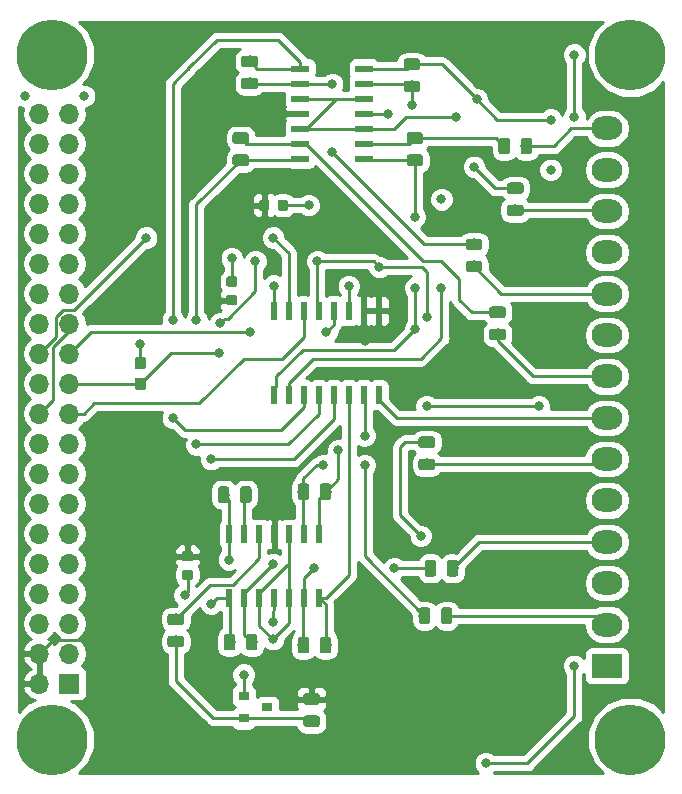
<source format=gbr>
G04 #@! TF.GenerationSoftware,KiCad,Pcbnew,6.0.0-rc1-unknown-46fddab~66~ubuntu16.04.1*
G04 #@! TF.CreationDate,2018-09-05T17:59:14+01:00*
G04 #@! TF.ProjectId,test,746573742E6B696361645F7063620000,rev?*
G04 #@! TF.SameCoordinates,Original*
G04 #@! TF.FileFunction,Copper,L2,Bot,Signal*
G04 #@! TF.FilePolarity,Positive*
%FSLAX46Y46*%
G04 Gerber Fmt 4.6, Leading zero omitted, Abs format (unit mm)*
G04 Created by KiCad (PCBNEW 6.0.0-rc1-unknown-46fddab~66~ubuntu16.04.1) date Wed Sep  5 17:59:14 2018*
%MOMM*%
%LPD*%
G01*
G04 APERTURE LIST*
G04 #@! TA.AperFunction,ComponentPad*
%ADD10C,6.000000*%
G04 #@! TD*
G04 #@! TA.AperFunction,Conductor*
%ADD11C,0.100000*%
G04 #@! TD*
G04 #@! TA.AperFunction,SMDPad,CuDef*
%ADD12C,0.875000*%
G04 #@! TD*
G04 #@! TA.AperFunction,SMDPad,CuDef*
%ADD13R,0.900000X0.800000*%
G04 #@! TD*
G04 #@! TA.AperFunction,ComponentPad*
%ADD14R,2.600000X2.000000*%
G04 #@! TD*
G04 #@! TA.AperFunction,ComponentPad*
%ADD15O,2.600000X2.000000*%
G04 #@! TD*
G04 #@! TA.AperFunction,SMDPad,CuDef*
%ADD16C,0.975000*%
G04 #@! TD*
G04 #@! TA.AperFunction,SMDPad,CuDef*
%ADD17C,0.950000*%
G04 #@! TD*
G04 #@! TA.AperFunction,ComponentPad*
%ADD18R,1.700000X1.700000*%
G04 #@! TD*
G04 #@! TA.AperFunction,ComponentPad*
%ADD19O,1.700000X1.700000*%
G04 #@! TD*
G04 #@! TA.AperFunction,SMDPad,CuDef*
%ADD20R,0.600000X1.500000*%
G04 #@! TD*
G04 #@! TA.AperFunction,SMDPad,CuDef*
%ADD21R,1.500000X0.600000*%
G04 #@! TD*
G04 #@! TA.AperFunction,ViaPad*
%ADD22C,0.800000*%
G04 #@! TD*
G04 #@! TA.AperFunction,Conductor*
%ADD23C,0.250000*%
G04 #@! TD*
G04 #@! TA.AperFunction,Conductor*
%ADD24C,0.254000*%
G04 #@! TD*
G04 APERTURE END LIST*
D10*
G04 #@! TO.P,REF\002A\002A,1*
G04 #@! TO.N,N/C*
X141000000Y-49250000D03*
G04 #@! TD*
G04 #@! TO.P,REF\002A\002A,1*
G04 #@! TO.N,N/C*
X190000000Y-49250000D03*
G04 #@! TD*
G04 #@! TO.P,REF\002A\002A,1*
G04 #@! TO.N,N/C*
X190000000Y-107250000D03*
G04 #@! TD*
G04 #@! TO.P,REF\002A\002A,1*
G04 #@! TO.N,N/C*
X141000000Y-107250000D03*
G04 #@! TD*
D11*
G04 #@! TO.N,5V*
G04 #@! TO.C,C1*
G36*
X152777691Y-91276053D02*
X152798926Y-91279203D01*
X152819750Y-91284419D01*
X152839962Y-91291651D01*
X152859368Y-91300830D01*
X152877781Y-91311866D01*
X152895024Y-91324654D01*
X152910930Y-91339070D01*
X152925346Y-91354976D01*
X152938134Y-91372219D01*
X152949170Y-91390632D01*
X152958349Y-91410038D01*
X152965581Y-91430250D01*
X152970797Y-91451074D01*
X152973947Y-91472309D01*
X152975000Y-91493750D01*
X152975000Y-91931250D01*
X152973947Y-91952691D01*
X152970797Y-91973926D01*
X152965581Y-91994750D01*
X152958349Y-92014962D01*
X152949170Y-92034368D01*
X152938134Y-92052781D01*
X152925346Y-92070024D01*
X152910930Y-92085930D01*
X152895024Y-92100346D01*
X152877781Y-92113134D01*
X152859368Y-92124170D01*
X152839962Y-92133349D01*
X152819750Y-92140581D01*
X152798926Y-92145797D01*
X152777691Y-92148947D01*
X152756250Y-92150000D01*
X152243750Y-92150000D01*
X152222309Y-92148947D01*
X152201074Y-92145797D01*
X152180250Y-92140581D01*
X152160038Y-92133349D01*
X152140632Y-92124170D01*
X152122219Y-92113134D01*
X152104976Y-92100346D01*
X152089070Y-92085930D01*
X152074654Y-92070024D01*
X152061866Y-92052781D01*
X152050830Y-92034368D01*
X152041651Y-92014962D01*
X152034419Y-91994750D01*
X152029203Y-91973926D01*
X152026053Y-91952691D01*
X152025000Y-91931250D01*
X152025000Y-91493750D01*
X152026053Y-91472309D01*
X152029203Y-91451074D01*
X152034419Y-91430250D01*
X152041651Y-91410038D01*
X152050830Y-91390632D01*
X152061866Y-91372219D01*
X152074654Y-91354976D01*
X152089070Y-91339070D01*
X152104976Y-91324654D01*
X152122219Y-91311866D01*
X152140632Y-91300830D01*
X152160038Y-91291651D01*
X152180250Y-91284419D01*
X152201074Y-91279203D01*
X152222309Y-91276053D01*
X152243750Y-91275000D01*
X152756250Y-91275000D01*
X152777691Y-91276053D01*
X152777691Y-91276053D01*
G37*
D12*
G04 #@! TD*
G04 #@! TO.P,C1,1*
G04 #@! TO.N,5V*
X152500000Y-91712500D03*
D11*
G04 #@! TO.N,GND*
G04 #@! TO.C,C1*
G36*
X152777691Y-92851053D02*
X152798926Y-92854203D01*
X152819750Y-92859419D01*
X152839962Y-92866651D01*
X152859368Y-92875830D01*
X152877781Y-92886866D01*
X152895024Y-92899654D01*
X152910930Y-92914070D01*
X152925346Y-92929976D01*
X152938134Y-92947219D01*
X152949170Y-92965632D01*
X152958349Y-92985038D01*
X152965581Y-93005250D01*
X152970797Y-93026074D01*
X152973947Y-93047309D01*
X152975000Y-93068750D01*
X152975000Y-93506250D01*
X152973947Y-93527691D01*
X152970797Y-93548926D01*
X152965581Y-93569750D01*
X152958349Y-93589962D01*
X152949170Y-93609368D01*
X152938134Y-93627781D01*
X152925346Y-93645024D01*
X152910930Y-93660930D01*
X152895024Y-93675346D01*
X152877781Y-93688134D01*
X152859368Y-93699170D01*
X152839962Y-93708349D01*
X152819750Y-93715581D01*
X152798926Y-93720797D01*
X152777691Y-93723947D01*
X152756250Y-93725000D01*
X152243750Y-93725000D01*
X152222309Y-93723947D01*
X152201074Y-93720797D01*
X152180250Y-93715581D01*
X152160038Y-93708349D01*
X152140632Y-93699170D01*
X152122219Y-93688134D01*
X152104976Y-93675346D01*
X152089070Y-93660930D01*
X152074654Y-93645024D01*
X152061866Y-93627781D01*
X152050830Y-93609368D01*
X152041651Y-93589962D01*
X152034419Y-93569750D01*
X152029203Y-93548926D01*
X152026053Y-93527691D01*
X152025000Y-93506250D01*
X152025000Y-93068750D01*
X152026053Y-93047309D01*
X152029203Y-93026074D01*
X152034419Y-93005250D01*
X152041651Y-92985038D01*
X152050830Y-92965632D01*
X152061866Y-92947219D01*
X152074654Y-92929976D01*
X152089070Y-92914070D01*
X152104976Y-92899654D01*
X152122219Y-92886866D01*
X152140632Y-92875830D01*
X152160038Y-92866651D01*
X152180250Y-92859419D01*
X152201074Y-92854203D01*
X152222309Y-92851053D01*
X152243750Y-92850000D01*
X152756250Y-92850000D01*
X152777691Y-92851053D01*
X152777691Y-92851053D01*
G37*
D12*
G04 #@! TD*
G04 #@! TO.P,C1,2*
G04 #@! TO.N,GND*
X152500000Y-93287500D03*
D11*
G04 #@! TO.N,GND*
G04 #@! TO.C,C2*
G36*
X160815191Y-61526053D02*
X160836426Y-61529203D01*
X160857250Y-61534419D01*
X160877462Y-61541651D01*
X160896868Y-61550830D01*
X160915281Y-61561866D01*
X160932524Y-61574654D01*
X160948430Y-61589070D01*
X160962846Y-61604976D01*
X160975634Y-61622219D01*
X160986670Y-61640632D01*
X160995849Y-61660038D01*
X161003081Y-61680250D01*
X161008297Y-61701074D01*
X161011447Y-61722309D01*
X161012500Y-61743750D01*
X161012500Y-62256250D01*
X161011447Y-62277691D01*
X161008297Y-62298926D01*
X161003081Y-62319750D01*
X160995849Y-62339962D01*
X160986670Y-62359368D01*
X160975634Y-62377781D01*
X160962846Y-62395024D01*
X160948430Y-62410930D01*
X160932524Y-62425346D01*
X160915281Y-62438134D01*
X160896868Y-62449170D01*
X160877462Y-62458349D01*
X160857250Y-62465581D01*
X160836426Y-62470797D01*
X160815191Y-62473947D01*
X160793750Y-62475000D01*
X160356250Y-62475000D01*
X160334809Y-62473947D01*
X160313574Y-62470797D01*
X160292750Y-62465581D01*
X160272538Y-62458349D01*
X160253132Y-62449170D01*
X160234719Y-62438134D01*
X160217476Y-62425346D01*
X160201570Y-62410930D01*
X160187154Y-62395024D01*
X160174366Y-62377781D01*
X160163330Y-62359368D01*
X160154151Y-62339962D01*
X160146919Y-62319750D01*
X160141703Y-62298926D01*
X160138553Y-62277691D01*
X160137500Y-62256250D01*
X160137500Y-61743750D01*
X160138553Y-61722309D01*
X160141703Y-61701074D01*
X160146919Y-61680250D01*
X160154151Y-61660038D01*
X160163330Y-61640632D01*
X160174366Y-61622219D01*
X160187154Y-61604976D01*
X160201570Y-61589070D01*
X160217476Y-61574654D01*
X160234719Y-61561866D01*
X160253132Y-61550830D01*
X160272538Y-61541651D01*
X160292750Y-61534419D01*
X160313574Y-61529203D01*
X160334809Y-61526053D01*
X160356250Y-61525000D01*
X160793750Y-61525000D01*
X160815191Y-61526053D01*
X160815191Y-61526053D01*
G37*
D12*
G04 #@! TD*
G04 #@! TO.P,C2,2*
G04 #@! TO.N,GND*
X160575000Y-62000000D03*
D11*
G04 #@! TO.N,5V*
G04 #@! TO.C,C2*
G36*
X159240191Y-61526053D02*
X159261426Y-61529203D01*
X159282250Y-61534419D01*
X159302462Y-61541651D01*
X159321868Y-61550830D01*
X159340281Y-61561866D01*
X159357524Y-61574654D01*
X159373430Y-61589070D01*
X159387846Y-61604976D01*
X159400634Y-61622219D01*
X159411670Y-61640632D01*
X159420849Y-61660038D01*
X159428081Y-61680250D01*
X159433297Y-61701074D01*
X159436447Y-61722309D01*
X159437500Y-61743750D01*
X159437500Y-62256250D01*
X159436447Y-62277691D01*
X159433297Y-62298926D01*
X159428081Y-62319750D01*
X159420849Y-62339962D01*
X159411670Y-62359368D01*
X159400634Y-62377781D01*
X159387846Y-62395024D01*
X159373430Y-62410930D01*
X159357524Y-62425346D01*
X159340281Y-62438134D01*
X159321868Y-62449170D01*
X159302462Y-62458349D01*
X159282250Y-62465581D01*
X159261426Y-62470797D01*
X159240191Y-62473947D01*
X159218750Y-62475000D01*
X158781250Y-62475000D01*
X158759809Y-62473947D01*
X158738574Y-62470797D01*
X158717750Y-62465581D01*
X158697538Y-62458349D01*
X158678132Y-62449170D01*
X158659719Y-62438134D01*
X158642476Y-62425346D01*
X158626570Y-62410930D01*
X158612154Y-62395024D01*
X158599366Y-62377781D01*
X158588330Y-62359368D01*
X158579151Y-62339962D01*
X158571919Y-62319750D01*
X158566703Y-62298926D01*
X158563553Y-62277691D01*
X158562500Y-62256250D01*
X158562500Y-61743750D01*
X158563553Y-61722309D01*
X158566703Y-61701074D01*
X158571919Y-61680250D01*
X158579151Y-61660038D01*
X158588330Y-61640632D01*
X158599366Y-61622219D01*
X158612154Y-61604976D01*
X158626570Y-61589070D01*
X158642476Y-61574654D01*
X158659719Y-61561866D01*
X158678132Y-61550830D01*
X158697538Y-61541651D01*
X158717750Y-61534419D01*
X158738574Y-61529203D01*
X158759809Y-61526053D01*
X158781250Y-61525000D01*
X159218750Y-61525000D01*
X159240191Y-61526053D01*
X159240191Y-61526053D01*
G37*
D12*
G04 #@! TD*
G04 #@! TO.P,C2,1*
G04 #@! TO.N,5V*
X159000000Y-62000000D03*
D11*
G04 #@! TO.N,5V*
G04 #@! TO.C,C3*
G36*
X156527691Y-69601053D02*
X156548926Y-69604203D01*
X156569750Y-69609419D01*
X156589962Y-69616651D01*
X156609368Y-69625830D01*
X156627781Y-69636866D01*
X156645024Y-69649654D01*
X156660930Y-69664070D01*
X156675346Y-69679976D01*
X156688134Y-69697219D01*
X156699170Y-69715632D01*
X156708349Y-69735038D01*
X156715581Y-69755250D01*
X156720797Y-69776074D01*
X156723947Y-69797309D01*
X156725000Y-69818750D01*
X156725000Y-70256250D01*
X156723947Y-70277691D01*
X156720797Y-70298926D01*
X156715581Y-70319750D01*
X156708349Y-70339962D01*
X156699170Y-70359368D01*
X156688134Y-70377781D01*
X156675346Y-70395024D01*
X156660930Y-70410930D01*
X156645024Y-70425346D01*
X156627781Y-70438134D01*
X156609368Y-70449170D01*
X156589962Y-70458349D01*
X156569750Y-70465581D01*
X156548926Y-70470797D01*
X156527691Y-70473947D01*
X156506250Y-70475000D01*
X155993750Y-70475000D01*
X155972309Y-70473947D01*
X155951074Y-70470797D01*
X155930250Y-70465581D01*
X155910038Y-70458349D01*
X155890632Y-70449170D01*
X155872219Y-70438134D01*
X155854976Y-70425346D01*
X155839070Y-70410930D01*
X155824654Y-70395024D01*
X155811866Y-70377781D01*
X155800830Y-70359368D01*
X155791651Y-70339962D01*
X155784419Y-70319750D01*
X155779203Y-70298926D01*
X155776053Y-70277691D01*
X155775000Y-70256250D01*
X155775000Y-69818750D01*
X155776053Y-69797309D01*
X155779203Y-69776074D01*
X155784419Y-69755250D01*
X155791651Y-69735038D01*
X155800830Y-69715632D01*
X155811866Y-69697219D01*
X155824654Y-69679976D01*
X155839070Y-69664070D01*
X155854976Y-69649654D01*
X155872219Y-69636866D01*
X155890632Y-69625830D01*
X155910038Y-69616651D01*
X155930250Y-69609419D01*
X155951074Y-69604203D01*
X155972309Y-69601053D01*
X155993750Y-69600000D01*
X156506250Y-69600000D01*
X156527691Y-69601053D01*
X156527691Y-69601053D01*
G37*
D12*
G04 #@! TD*
G04 #@! TO.P,C3,1*
G04 #@! TO.N,5V*
X156250000Y-70037500D03*
D11*
G04 #@! TO.N,GND*
G04 #@! TO.C,C3*
G36*
X156527691Y-68026053D02*
X156548926Y-68029203D01*
X156569750Y-68034419D01*
X156589962Y-68041651D01*
X156609368Y-68050830D01*
X156627781Y-68061866D01*
X156645024Y-68074654D01*
X156660930Y-68089070D01*
X156675346Y-68104976D01*
X156688134Y-68122219D01*
X156699170Y-68140632D01*
X156708349Y-68160038D01*
X156715581Y-68180250D01*
X156720797Y-68201074D01*
X156723947Y-68222309D01*
X156725000Y-68243750D01*
X156725000Y-68681250D01*
X156723947Y-68702691D01*
X156720797Y-68723926D01*
X156715581Y-68744750D01*
X156708349Y-68764962D01*
X156699170Y-68784368D01*
X156688134Y-68802781D01*
X156675346Y-68820024D01*
X156660930Y-68835930D01*
X156645024Y-68850346D01*
X156627781Y-68863134D01*
X156609368Y-68874170D01*
X156589962Y-68883349D01*
X156569750Y-68890581D01*
X156548926Y-68895797D01*
X156527691Y-68898947D01*
X156506250Y-68900000D01*
X155993750Y-68900000D01*
X155972309Y-68898947D01*
X155951074Y-68895797D01*
X155930250Y-68890581D01*
X155910038Y-68883349D01*
X155890632Y-68874170D01*
X155872219Y-68863134D01*
X155854976Y-68850346D01*
X155839070Y-68835930D01*
X155824654Y-68820024D01*
X155811866Y-68802781D01*
X155800830Y-68784368D01*
X155791651Y-68764962D01*
X155784419Y-68744750D01*
X155779203Y-68723926D01*
X155776053Y-68702691D01*
X155775000Y-68681250D01*
X155775000Y-68243750D01*
X155776053Y-68222309D01*
X155779203Y-68201074D01*
X155784419Y-68180250D01*
X155791651Y-68160038D01*
X155800830Y-68140632D01*
X155811866Y-68122219D01*
X155824654Y-68104976D01*
X155839070Y-68089070D01*
X155854976Y-68074654D01*
X155872219Y-68061866D01*
X155890632Y-68050830D01*
X155910038Y-68041651D01*
X155930250Y-68034419D01*
X155951074Y-68029203D01*
X155972309Y-68026053D01*
X155993750Y-68025000D01*
X156506250Y-68025000D01*
X156527691Y-68026053D01*
X156527691Y-68026053D01*
G37*
D12*
G04 #@! TD*
G04 #@! TO.P,C3,2*
G04 #@! TO.N,GND*
X156250000Y-68462500D03*
D13*
G04 #@! TO.P,D1,1*
G04 #@! TO.N,Net-(D1-Pad1)*
X157250000Y-105450000D03*
G04 #@! TO.P,D1,2*
G04 #@! TO.N,GND*
X157250000Y-103550000D03*
G04 #@! TO.P,D1,3*
G04 #@! TO.N,N/C*
X159250000Y-104500000D03*
G04 #@! TD*
D14*
G04 #@! TO.P,J1,1*
G04 #@! TO.N,4V096*
X188000000Y-101000000D03*
D15*
G04 #@! TO.P,J1,2*
G04 #@! TO.N,Net-(J1-Pad2)*
X188000000Y-97500000D03*
G04 #@! TO.P,J1,3*
G04 #@! TO.N,4V096*
X188000000Y-94000000D03*
G04 #@! TO.P,J1,4*
G04 #@! TO.N,Net-(J1-Pad4)*
X188000000Y-90500000D03*
G04 #@! TO.P,J1,5*
G04 #@! TO.N,4V096*
X188000000Y-87000000D03*
G04 #@! TO.P,J1,6*
G04 #@! TO.N,Net-(J1-Pad6)*
X188000000Y-83500000D03*
G04 #@! TO.P,J1,7*
G04 #@! TO.N,4V096*
X188000000Y-80000000D03*
G04 #@! TO.P,J1,8*
G04 #@! TO.N,Net-(J1-Pad8)*
X188000000Y-76500000D03*
G04 #@! TO.P,J1,9*
G04 #@! TO.N,4V096*
X188000000Y-73000000D03*
G04 #@! TO.P,J1,10*
G04 #@! TO.N,Net-(J1-Pad10)*
X188000000Y-69500000D03*
G04 #@! TO.P,J1,11*
G04 #@! TO.N,4V096*
X188000000Y-66000000D03*
G04 #@! TO.P,J1,12*
G04 #@! TO.N,Net-(J1-Pad12)*
X188000000Y-62500000D03*
G04 #@! TO.P,J1,13*
G04 #@! TO.N,4V096*
X188000000Y-59000000D03*
G04 #@! TO.P,J1,14*
G04 #@! TO.N,Net-(J1-Pad14)*
X188000000Y-55500000D03*
G04 #@! TD*
D11*
G04 #@! TO.N,Net-(D1-Pad1)*
G04 #@! TO.C,R1*
G36*
X163480142Y-105201174D02*
X163503803Y-105204684D01*
X163527007Y-105210496D01*
X163549529Y-105218554D01*
X163571153Y-105228782D01*
X163591670Y-105241079D01*
X163610883Y-105255329D01*
X163628607Y-105271393D01*
X163644671Y-105289117D01*
X163658921Y-105308330D01*
X163671218Y-105328847D01*
X163681446Y-105350471D01*
X163689504Y-105372993D01*
X163695316Y-105396197D01*
X163698826Y-105419858D01*
X163700000Y-105443750D01*
X163700000Y-105931250D01*
X163698826Y-105955142D01*
X163695316Y-105978803D01*
X163689504Y-106002007D01*
X163681446Y-106024529D01*
X163671218Y-106046153D01*
X163658921Y-106066670D01*
X163644671Y-106085883D01*
X163628607Y-106103607D01*
X163610883Y-106119671D01*
X163591670Y-106133921D01*
X163571153Y-106146218D01*
X163549529Y-106156446D01*
X163527007Y-106164504D01*
X163503803Y-106170316D01*
X163480142Y-106173826D01*
X163456250Y-106175000D01*
X162543750Y-106175000D01*
X162519858Y-106173826D01*
X162496197Y-106170316D01*
X162472993Y-106164504D01*
X162450471Y-106156446D01*
X162428847Y-106146218D01*
X162408330Y-106133921D01*
X162389117Y-106119671D01*
X162371393Y-106103607D01*
X162355329Y-106085883D01*
X162341079Y-106066670D01*
X162328782Y-106046153D01*
X162318554Y-106024529D01*
X162310496Y-106002007D01*
X162304684Y-105978803D01*
X162301174Y-105955142D01*
X162300000Y-105931250D01*
X162300000Y-105443750D01*
X162301174Y-105419858D01*
X162304684Y-105396197D01*
X162310496Y-105372993D01*
X162318554Y-105350471D01*
X162328782Y-105328847D01*
X162341079Y-105308330D01*
X162355329Y-105289117D01*
X162371393Y-105271393D01*
X162389117Y-105255329D01*
X162408330Y-105241079D01*
X162428847Y-105228782D01*
X162450471Y-105218554D01*
X162472993Y-105210496D01*
X162496197Y-105204684D01*
X162519858Y-105201174D01*
X162543750Y-105200000D01*
X163456250Y-105200000D01*
X163480142Y-105201174D01*
X163480142Y-105201174D01*
G37*
D16*
G04 #@! TD*
G04 #@! TO.P,R1,1*
G04 #@! TO.N,Net-(D1-Pad1)*
X163000000Y-105687500D03*
D11*
G04 #@! TO.N,5V*
G04 #@! TO.C,R1*
G36*
X163480142Y-103326174D02*
X163503803Y-103329684D01*
X163527007Y-103335496D01*
X163549529Y-103343554D01*
X163571153Y-103353782D01*
X163591670Y-103366079D01*
X163610883Y-103380329D01*
X163628607Y-103396393D01*
X163644671Y-103414117D01*
X163658921Y-103433330D01*
X163671218Y-103453847D01*
X163681446Y-103475471D01*
X163689504Y-103497993D01*
X163695316Y-103521197D01*
X163698826Y-103544858D01*
X163700000Y-103568750D01*
X163700000Y-104056250D01*
X163698826Y-104080142D01*
X163695316Y-104103803D01*
X163689504Y-104127007D01*
X163681446Y-104149529D01*
X163671218Y-104171153D01*
X163658921Y-104191670D01*
X163644671Y-104210883D01*
X163628607Y-104228607D01*
X163610883Y-104244671D01*
X163591670Y-104258921D01*
X163571153Y-104271218D01*
X163549529Y-104281446D01*
X163527007Y-104289504D01*
X163503803Y-104295316D01*
X163480142Y-104298826D01*
X163456250Y-104300000D01*
X162543750Y-104300000D01*
X162519858Y-104298826D01*
X162496197Y-104295316D01*
X162472993Y-104289504D01*
X162450471Y-104281446D01*
X162428847Y-104271218D01*
X162408330Y-104258921D01*
X162389117Y-104244671D01*
X162371393Y-104228607D01*
X162355329Y-104210883D01*
X162341079Y-104191670D01*
X162328782Y-104171153D01*
X162318554Y-104149529D01*
X162310496Y-104127007D01*
X162304684Y-104103803D01*
X162301174Y-104080142D01*
X162300000Y-104056250D01*
X162300000Y-103568750D01*
X162301174Y-103544858D01*
X162304684Y-103521197D01*
X162310496Y-103497993D01*
X162318554Y-103475471D01*
X162328782Y-103453847D01*
X162341079Y-103433330D01*
X162355329Y-103414117D01*
X162371393Y-103396393D01*
X162389117Y-103380329D01*
X162408330Y-103366079D01*
X162428847Y-103353782D01*
X162450471Y-103343554D01*
X162472993Y-103335496D01*
X162496197Y-103329684D01*
X162519858Y-103326174D01*
X162543750Y-103325000D01*
X163456250Y-103325000D01*
X163480142Y-103326174D01*
X163480142Y-103326174D01*
G37*
D16*
G04 #@! TD*
G04 #@! TO.P,R1,2*
G04 #@! TO.N,5V*
X163000000Y-103812500D03*
D11*
G04 #@! TO.N,Net-(D1-Pad1)*
G04 #@! TO.C,R2*
G36*
X151980142Y-98451174D02*
X152003803Y-98454684D01*
X152027007Y-98460496D01*
X152049529Y-98468554D01*
X152071153Y-98478782D01*
X152091670Y-98491079D01*
X152110883Y-98505329D01*
X152128607Y-98521393D01*
X152144671Y-98539117D01*
X152158921Y-98558330D01*
X152171218Y-98578847D01*
X152181446Y-98600471D01*
X152189504Y-98622993D01*
X152195316Y-98646197D01*
X152198826Y-98669858D01*
X152200000Y-98693750D01*
X152200000Y-99181250D01*
X152198826Y-99205142D01*
X152195316Y-99228803D01*
X152189504Y-99252007D01*
X152181446Y-99274529D01*
X152171218Y-99296153D01*
X152158921Y-99316670D01*
X152144671Y-99335883D01*
X152128607Y-99353607D01*
X152110883Y-99369671D01*
X152091670Y-99383921D01*
X152071153Y-99396218D01*
X152049529Y-99406446D01*
X152027007Y-99414504D01*
X152003803Y-99420316D01*
X151980142Y-99423826D01*
X151956250Y-99425000D01*
X151043750Y-99425000D01*
X151019858Y-99423826D01*
X150996197Y-99420316D01*
X150972993Y-99414504D01*
X150950471Y-99406446D01*
X150928847Y-99396218D01*
X150908330Y-99383921D01*
X150889117Y-99369671D01*
X150871393Y-99353607D01*
X150855329Y-99335883D01*
X150841079Y-99316670D01*
X150828782Y-99296153D01*
X150818554Y-99274529D01*
X150810496Y-99252007D01*
X150804684Y-99228803D01*
X150801174Y-99205142D01*
X150800000Y-99181250D01*
X150800000Y-98693750D01*
X150801174Y-98669858D01*
X150804684Y-98646197D01*
X150810496Y-98622993D01*
X150818554Y-98600471D01*
X150828782Y-98578847D01*
X150841079Y-98558330D01*
X150855329Y-98539117D01*
X150871393Y-98521393D01*
X150889117Y-98505329D01*
X150908330Y-98491079D01*
X150928847Y-98478782D01*
X150950471Y-98468554D01*
X150972993Y-98460496D01*
X150996197Y-98454684D01*
X151019858Y-98451174D01*
X151043750Y-98450000D01*
X151956250Y-98450000D01*
X151980142Y-98451174D01*
X151980142Y-98451174D01*
G37*
D16*
G04 #@! TD*
G04 #@! TO.P,R2,2*
G04 #@! TO.N,Net-(D1-Pad1)*
X151500000Y-98937500D03*
D11*
G04 #@! TO.N,Net-(R2-Pad1)*
G04 #@! TO.C,R2*
G36*
X151980142Y-96576174D02*
X152003803Y-96579684D01*
X152027007Y-96585496D01*
X152049529Y-96593554D01*
X152071153Y-96603782D01*
X152091670Y-96616079D01*
X152110883Y-96630329D01*
X152128607Y-96646393D01*
X152144671Y-96664117D01*
X152158921Y-96683330D01*
X152171218Y-96703847D01*
X152181446Y-96725471D01*
X152189504Y-96747993D01*
X152195316Y-96771197D01*
X152198826Y-96794858D01*
X152200000Y-96818750D01*
X152200000Y-97306250D01*
X152198826Y-97330142D01*
X152195316Y-97353803D01*
X152189504Y-97377007D01*
X152181446Y-97399529D01*
X152171218Y-97421153D01*
X152158921Y-97441670D01*
X152144671Y-97460883D01*
X152128607Y-97478607D01*
X152110883Y-97494671D01*
X152091670Y-97508921D01*
X152071153Y-97521218D01*
X152049529Y-97531446D01*
X152027007Y-97539504D01*
X152003803Y-97545316D01*
X151980142Y-97548826D01*
X151956250Y-97550000D01*
X151043750Y-97550000D01*
X151019858Y-97548826D01*
X150996197Y-97545316D01*
X150972993Y-97539504D01*
X150950471Y-97531446D01*
X150928847Y-97521218D01*
X150908330Y-97508921D01*
X150889117Y-97494671D01*
X150871393Y-97478607D01*
X150855329Y-97460883D01*
X150841079Y-97441670D01*
X150828782Y-97421153D01*
X150818554Y-97399529D01*
X150810496Y-97377007D01*
X150804684Y-97353803D01*
X150801174Y-97330142D01*
X150800000Y-97306250D01*
X150800000Y-96818750D01*
X150801174Y-96794858D01*
X150804684Y-96771197D01*
X150810496Y-96747993D01*
X150818554Y-96725471D01*
X150828782Y-96703847D01*
X150841079Y-96683330D01*
X150855329Y-96664117D01*
X150871393Y-96646393D01*
X150889117Y-96630329D01*
X150908330Y-96616079D01*
X150928847Y-96603782D01*
X150950471Y-96593554D01*
X150972993Y-96585496D01*
X150996197Y-96579684D01*
X151019858Y-96576174D01*
X151043750Y-96575000D01*
X151956250Y-96575000D01*
X151980142Y-96576174D01*
X151980142Y-96576174D01*
G37*
D16*
G04 #@! TD*
G04 #@! TO.P,R2,1*
G04 #@! TO.N,Net-(R2-Pad1)*
X151500000Y-97062500D03*
D11*
G04 #@! TO.N,Net-(R3-Pad1)*
G04 #@! TO.C,R3*
G36*
X157705142Y-85801174D02*
X157728803Y-85804684D01*
X157752007Y-85810496D01*
X157774529Y-85818554D01*
X157796153Y-85828782D01*
X157816670Y-85841079D01*
X157835883Y-85855329D01*
X157853607Y-85871393D01*
X157869671Y-85889117D01*
X157883921Y-85908330D01*
X157896218Y-85928847D01*
X157906446Y-85950471D01*
X157914504Y-85972993D01*
X157920316Y-85996197D01*
X157923826Y-86019858D01*
X157925000Y-86043750D01*
X157925000Y-86956250D01*
X157923826Y-86980142D01*
X157920316Y-87003803D01*
X157914504Y-87027007D01*
X157906446Y-87049529D01*
X157896218Y-87071153D01*
X157883921Y-87091670D01*
X157869671Y-87110883D01*
X157853607Y-87128607D01*
X157835883Y-87144671D01*
X157816670Y-87158921D01*
X157796153Y-87171218D01*
X157774529Y-87181446D01*
X157752007Y-87189504D01*
X157728803Y-87195316D01*
X157705142Y-87198826D01*
X157681250Y-87200000D01*
X157193750Y-87200000D01*
X157169858Y-87198826D01*
X157146197Y-87195316D01*
X157122993Y-87189504D01*
X157100471Y-87181446D01*
X157078847Y-87171218D01*
X157058330Y-87158921D01*
X157039117Y-87144671D01*
X157021393Y-87128607D01*
X157005329Y-87110883D01*
X156991079Y-87091670D01*
X156978782Y-87071153D01*
X156968554Y-87049529D01*
X156960496Y-87027007D01*
X156954684Y-87003803D01*
X156951174Y-86980142D01*
X156950000Y-86956250D01*
X156950000Y-86043750D01*
X156951174Y-86019858D01*
X156954684Y-85996197D01*
X156960496Y-85972993D01*
X156968554Y-85950471D01*
X156978782Y-85928847D01*
X156991079Y-85908330D01*
X157005329Y-85889117D01*
X157021393Y-85871393D01*
X157039117Y-85855329D01*
X157058330Y-85841079D01*
X157078847Y-85828782D01*
X157100471Y-85818554D01*
X157122993Y-85810496D01*
X157146197Y-85804684D01*
X157169858Y-85801174D01*
X157193750Y-85800000D01*
X157681250Y-85800000D01*
X157705142Y-85801174D01*
X157705142Y-85801174D01*
G37*
D16*
G04 #@! TD*
G04 #@! TO.P,R3,1*
G04 #@! TO.N,Net-(R3-Pad1)*
X157437500Y-86500000D03*
D11*
G04 #@! TO.N,4V096*
G04 #@! TO.C,R3*
G36*
X155830142Y-85801174D02*
X155853803Y-85804684D01*
X155877007Y-85810496D01*
X155899529Y-85818554D01*
X155921153Y-85828782D01*
X155941670Y-85841079D01*
X155960883Y-85855329D01*
X155978607Y-85871393D01*
X155994671Y-85889117D01*
X156008921Y-85908330D01*
X156021218Y-85928847D01*
X156031446Y-85950471D01*
X156039504Y-85972993D01*
X156045316Y-85996197D01*
X156048826Y-86019858D01*
X156050000Y-86043750D01*
X156050000Y-86956250D01*
X156048826Y-86980142D01*
X156045316Y-87003803D01*
X156039504Y-87027007D01*
X156031446Y-87049529D01*
X156021218Y-87071153D01*
X156008921Y-87091670D01*
X155994671Y-87110883D01*
X155978607Y-87128607D01*
X155960883Y-87144671D01*
X155941670Y-87158921D01*
X155921153Y-87171218D01*
X155899529Y-87181446D01*
X155877007Y-87189504D01*
X155853803Y-87195316D01*
X155830142Y-87198826D01*
X155806250Y-87200000D01*
X155318750Y-87200000D01*
X155294858Y-87198826D01*
X155271197Y-87195316D01*
X155247993Y-87189504D01*
X155225471Y-87181446D01*
X155203847Y-87171218D01*
X155183330Y-87158921D01*
X155164117Y-87144671D01*
X155146393Y-87128607D01*
X155130329Y-87110883D01*
X155116079Y-87091670D01*
X155103782Y-87071153D01*
X155093554Y-87049529D01*
X155085496Y-87027007D01*
X155079684Y-87003803D01*
X155076174Y-86980142D01*
X155075000Y-86956250D01*
X155075000Y-86043750D01*
X155076174Y-86019858D01*
X155079684Y-85996197D01*
X155085496Y-85972993D01*
X155093554Y-85950471D01*
X155103782Y-85928847D01*
X155116079Y-85908330D01*
X155130329Y-85889117D01*
X155146393Y-85871393D01*
X155164117Y-85855329D01*
X155183330Y-85841079D01*
X155203847Y-85828782D01*
X155225471Y-85818554D01*
X155247993Y-85810496D01*
X155271197Y-85804684D01*
X155294858Y-85801174D01*
X155318750Y-85800000D01*
X155806250Y-85800000D01*
X155830142Y-85801174D01*
X155830142Y-85801174D01*
G37*
D16*
G04 #@! TD*
G04 #@! TO.P,R3,2*
G04 #@! TO.N,4V096*
X155562500Y-86500000D03*
D11*
G04 #@! TO.N,Net-(R15-Pad2)*
G04 #@! TO.C,R4*
G36*
X157480142Y-55826174D02*
X157503803Y-55829684D01*
X157527007Y-55835496D01*
X157549529Y-55843554D01*
X157571153Y-55853782D01*
X157591670Y-55866079D01*
X157610883Y-55880329D01*
X157628607Y-55896393D01*
X157644671Y-55914117D01*
X157658921Y-55933330D01*
X157671218Y-55953847D01*
X157681446Y-55975471D01*
X157689504Y-55997993D01*
X157695316Y-56021197D01*
X157698826Y-56044858D01*
X157700000Y-56068750D01*
X157700000Y-56556250D01*
X157698826Y-56580142D01*
X157695316Y-56603803D01*
X157689504Y-56627007D01*
X157681446Y-56649529D01*
X157671218Y-56671153D01*
X157658921Y-56691670D01*
X157644671Y-56710883D01*
X157628607Y-56728607D01*
X157610883Y-56744671D01*
X157591670Y-56758921D01*
X157571153Y-56771218D01*
X157549529Y-56781446D01*
X157527007Y-56789504D01*
X157503803Y-56795316D01*
X157480142Y-56798826D01*
X157456250Y-56800000D01*
X156543750Y-56800000D01*
X156519858Y-56798826D01*
X156496197Y-56795316D01*
X156472993Y-56789504D01*
X156450471Y-56781446D01*
X156428847Y-56771218D01*
X156408330Y-56758921D01*
X156389117Y-56744671D01*
X156371393Y-56728607D01*
X156355329Y-56710883D01*
X156341079Y-56691670D01*
X156328782Y-56671153D01*
X156318554Y-56649529D01*
X156310496Y-56627007D01*
X156304684Y-56603803D01*
X156301174Y-56580142D01*
X156300000Y-56556250D01*
X156300000Y-56068750D01*
X156301174Y-56044858D01*
X156304684Y-56021197D01*
X156310496Y-55997993D01*
X156318554Y-55975471D01*
X156328782Y-55953847D01*
X156341079Y-55933330D01*
X156355329Y-55914117D01*
X156371393Y-55896393D01*
X156389117Y-55880329D01*
X156408330Y-55866079D01*
X156428847Y-55853782D01*
X156450471Y-55843554D01*
X156472993Y-55835496D01*
X156496197Y-55829684D01*
X156519858Y-55826174D01*
X156543750Y-55825000D01*
X157456250Y-55825000D01*
X157480142Y-55826174D01*
X157480142Y-55826174D01*
G37*
D16*
G04 #@! TD*
G04 #@! TO.P,R4,1*
G04 #@! TO.N,Net-(R15-Pad2)*
X157000000Y-56312500D03*
D11*
G04 #@! TO.N,Net-(R4-Pad2)*
G04 #@! TO.C,R4*
G36*
X157480142Y-57701174D02*
X157503803Y-57704684D01*
X157527007Y-57710496D01*
X157549529Y-57718554D01*
X157571153Y-57728782D01*
X157591670Y-57741079D01*
X157610883Y-57755329D01*
X157628607Y-57771393D01*
X157644671Y-57789117D01*
X157658921Y-57808330D01*
X157671218Y-57828847D01*
X157681446Y-57850471D01*
X157689504Y-57872993D01*
X157695316Y-57896197D01*
X157698826Y-57919858D01*
X157700000Y-57943750D01*
X157700000Y-58431250D01*
X157698826Y-58455142D01*
X157695316Y-58478803D01*
X157689504Y-58502007D01*
X157681446Y-58524529D01*
X157671218Y-58546153D01*
X157658921Y-58566670D01*
X157644671Y-58585883D01*
X157628607Y-58603607D01*
X157610883Y-58619671D01*
X157591670Y-58633921D01*
X157571153Y-58646218D01*
X157549529Y-58656446D01*
X157527007Y-58664504D01*
X157503803Y-58670316D01*
X157480142Y-58673826D01*
X157456250Y-58675000D01*
X156543750Y-58675000D01*
X156519858Y-58673826D01*
X156496197Y-58670316D01*
X156472993Y-58664504D01*
X156450471Y-58656446D01*
X156428847Y-58646218D01*
X156408330Y-58633921D01*
X156389117Y-58619671D01*
X156371393Y-58603607D01*
X156355329Y-58585883D01*
X156341079Y-58566670D01*
X156328782Y-58546153D01*
X156318554Y-58524529D01*
X156310496Y-58502007D01*
X156304684Y-58478803D01*
X156301174Y-58455142D01*
X156300000Y-58431250D01*
X156300000Y-57943750D01*
X156301174Y-57919858D01*
X156304684Y-57896197D01*
X156310496Y-57872993D01*
X156318554Y-57850471D01*
X156328782Y-57828847D01*
X156341079Y-57808330D01*
X156355329Y-57789117D01*
X156371393Y-57771393D01*
X156389117Y-57755329D01*
X156408330Y-57741079D01*
X156428847Y-57728782D01*
X156450471Y-57718554D01*
X156472993Y-57710496D01*
X156496197Y-57704684D01*
X156519858Y-57701174D01*
X156543750Y-57700000D01*
X157456250Y-57700000D01*
X157480142Y-57701174D01*
X157480142Y-57701174D01*
G37*
D16*
G04 #@! TD*
G04 #@! TO.P,R4,2*
G04 #@! TO.N,Net-(R4-Pad2)*
X157000000Y-58187500D03*
D11*
G04 #@! TO.N,Net-(R12-Pad2)*
G04 #@! TO.C,R5*
G36*
X162580142Y-85551174D02*
X162603803Y-85554684D01*
X162627007Y-85560496D01*
X162649529Y-85568554D01*
X162671153Y-85578782D01*
X162691670Y-85591079D01*
X162710883Y-85605329D01*
X162728607Y-85621393D01*
X162744671Y-85639117D01*
X162758921Y-85658330D01*
X162771218Y-85678847D01*
X162781446Y-85700471D01*
X162789504Y-85722993D01*
X162795316Y-85746197D01*
X162798826Y-85769858D01*
X162800000Y-85793750D01*
X162800000Y-86706250D01*
X162798826Y-86730142D01*
X162795316Y-86753803D01*
X162789504Y-86777007D01*
X162781446Y-86799529D01*
X162771218Y-86821153D01*
X162758921Y-86841670D01*
X162744671Y-86860883D01*
X162728607Y-86878607D01*
X162710883Y-86894671D01*
X162691670Y-86908921D01*
X162671153Y-86921218D01*
X162649529Y-86931446D01*
X162627007Y-86939504D01*
X162603803Y-86945316D01*
X162580142Y-86948826D01*
X162556250Y-86950000D01*
X162068750Y-86950000D01*
X162044858Y-86948826D01*
X162021197Y-86945316D01*
X161997993Y-86939504D01*
X161975471Y-86931446D01*
X161953847Y-86921218D01*
X161933330Y-86908921D01*
X161914117Y-86894671D01*
X161896393Y-86878607D01*
X161880329Y-86860883D01*
X161866079Y-86841670D01*
X161853782Y-86821153D01*
X161843554Y-86799529D01*
X161835496Y-86777007D01*
X161829684Y-86753803D01*
X161826174Y-86730142D01*
X161825000Y-86706250D01*
X161825000Y-85793750D01*
X161826174Y-85769858D01*
X161829684Y-85746197D01*
X161835496Y-85722993D01*
X161843554Y-85700471D01*
X161853782Y-85678847D01*
X161866079Y-85658330D01*
X161880329Y-85639117D01*
X161896393Y-85621393D01*
X161914117Y-85605329D01*
X161933330Y-85591079D01*
X161953847Y-85578782D01*
X161975471Y-85568554D01*
X161997993Y-85560496D01*
X162021197Y-85554684D01*
X162044858Y-85551174D01*
X162068750Y-85550000D01*
X162556250Y-85550000D01*
X162580142Y-85551174D01*
X162580142Y-85551174D01*
G37*
D16*
G04 #@! TD*
G04 #@! TO.P,R5,1*
G04 #@! TO.N,Net-(R12-Pad2)*
X162312500Y-86250000D03*
D11*
G04 #@! TO.N,Net-(R5-Pad2)*
G04 #@! TO.C,R5*
G36*
X164455142Y-85551174D02*
X164478803Y-85554684D01*
X164502007Y-85560496D01*
X164524529Y-85568554D01*
X164546153Y-85578782D01*
X164566670Y-85591079D01*
X164585883Y-85605329D01*
X164603607Y-85621393D01*
X164619671Y-85639117D01*
X164633921Y-85658330D01*
X164646218Y-85678847D01*
X164656446Y-85700471D01*
X164664504Y-85722993D01*
X164670316Y-85746197D01*
X164673826Y-85769858D01*
X164675000Y-85793750D01*
X164675000Y-86706250D01*
X164673826Y-86730142D01*
X164670316Y-86753803D01*
X164664504Y-86777007D01*
X164656446Y-86799529D01*
X164646218Y-86821153D01*
X164633921Y-86841670D01*
X164619671Y-86860883D01*
X164603607Y-86878607D01*
X164585883Y-86894671D01*
X164566670Y-86908921D01*
X164546153Y-86921218D01*
X164524529Y-86931446D01*
X164502007Y-86939504D01*
X164478803Y-86945316D01*
X164455142Y-86948826D01*
X164431250Y-86950000D01*
X163943750Y-86950000D01*
X163919858Y-86948826D01*
X163896197Y-86945316D01*
X163872993Y-86939504D01*
X163850471Y-86931446D01*
X163828847Y-86921218D01*
X163808330Y-86908921D01*
X163789117Y-86894671D01*
X163771393Y-86878607D01*
X163755329Y-86860883D01*
X163741079Y-86841670D01*
X163728782Y-86821153D01*
X163718554Y-86799529D01*
X163710496Y-86777007D01*
X163704684Y-86753803D01*
X163701174Y-86730142D01*
X163700000Y-86706250D01*
X163700000Y-85793750D01*
X163701174Y-85769858D01*
X163704684Y-85746197D01*
X163710496Y-85722993D01*
X163718554Y-85700471D01*
X163728782Y-85678847D01*
X163741079Y-85658330D01*
X163755329Y-85639117D01*
X163771393Y-85621393D01*
X163789117Y-85605329D01*
X163808330Y-85591079D01*
X163828847Y-85578782D01*
X163850471Y-85568554D01*
X163872993Y-85560496D01*
X163896197Y-85554684D01*
X163919858Y-85551174D01*
X163943750Y-85550000D01*
X164431250Y-85550000D01*
X164455142Y-85551174D01*
X164455142Y-85551174D01*
G37*
D16*
G04 #@! TD*
G04 #@! TO.P,R5,2*
G04 #@! TO.N,Net-(R5-Pad2)*
X164187500Y-86250000D03*
D11*
G04 #@! TO.N,Net-(R6-Pad2)*
G04 #@! TO.C,R6*
G36*
X164455142Y-98551174D02*
X164478803Y-98554684D01*
X164502007Y-98560496D01*
X164524529Y-98568554D01*
X164546153Y-98578782D01*
X164566670Y-98591079D01*
X164585883Y-98605329D01*
X164603607Y-98621393D01*
X164619671Y-98639117D01*
X164633921Y-98658330D01*
X164646218Y-98678847D01*
X164656446Y-98700471D01*
X164664504Y-98722993D01*
X164670316Y-98746197D01*
X164673826Y-98769858D01*
X164675000Y-98793750D01*
X164675000Y-99706250D01*
X164673826Y-99730142D01*
X164670316Y-99753803D01*
X164664504Y-99777007D01*
X164656446Y-99799529D01*
X164646218Y-99821153D01*
X164633921Y-99841670D01*
X164619671Y-99860883D01*
X164603607Y-99878607D01*
X164585883Y-99894671D01*
X164566670Y-99908921D01*
X164546153Y-99921218D01*
X164524529Y-99931446D01*
X164502007Y-99939504D01*
X164478803Y-99945316D01*
X164455142Y-99948826D01*
X164431250Y-99950000D01*
X163943750Y-99950000D01*
X163919858Y-99948826D01*
X163896197Y-99945316D01*
X163872993Y-99939504D01*
X163850471Y-99931446D01*
X163828847Y-99921218D01*
X163808330Y-99908921D01*
X163789117Y-99894671D01*
X163771393Y-99878607D01*
X163755329Y-99860883D01*
X163741079Y-99841670D01*
X163728782Y-99821153D01*
X163718554Y-99799529D01*
X163710496Y-99777007D01*
X163704684Y-99753803D01*
X163701174Y-99730142D01*
X163700000Y-99706250D01*
X163700000Y-98793750D01*
X163701174Y-98769858D01*
X163704684Y-98746197D01*
X163710496Y-98722993D01*
X163718554Y-98700471D01*
X163728782Y-98678847D01*
X163741079Y-98658330D01*
X163755329Y-98639117D01*
X163771393Y-98621393D01*
X163789117Y-98605329D01*
X163808330Y-98591079D01*
X163828847Y-98578782D01*
X163850471Y-98568554D01*
X163872993Y-98560496D01*
X163896197Y-98554684D01*
X163919858Y-98551174D01*
X163943750Y-98550000D01*
X164431250Y-98550000D01*
X164455142Y-98551174D01*
X164455142Y-98551174D01*
G37*
D16*
G04 #@! TD*
G04 #@! TO.P,R6,2*
G04 #@! TO.N,Net-(R6-Pad2)*
X164187500Y-99250000D03*
D11*
G04 #@! TO.N,Net-(R13-Pad2)*
G04 #@! TO.C,R6*
G36*
X162580142Y-98551174D02*
X162603803Y-98554684D01*
X162627007Y-98560496D01*
X162649529Y-98568554D01*
X162671153Y-98578782D01*
X162691670Y-98591079D01*
X162710883Y-98605329D01*
X162728607Y-98621393D01*
X162744671Y-98639117D01*
X162758921Y-98658330D01*
X162771218Y-98678847D01*
X162781446Y-98700471D01*
X162789504Y-98722993D01*
X162795316Y-98746197D01*
X162798826Y-98769858D01*
X162800000Y-98793750D01*
X162800000Y-99706250D01*
X162798826Y-99730142D01*
X162795316Y-99753803D01*
X162789504Y-99777007D01*
X162781446Y-99799529D01*
X162771218Y-99821153D01*
X162758921Y-99841670D01*
X162744671Y-99860883D01*
X162728607Y-99878607D01*
X162710883Y-99894671D01*
X162691670Y-99908921D01*
X162671153Y-99921218D01*
X162649529Y-99931446D01*
X162627007Y-99939504D01*
X162603803Y-99945316D01*
X162580142Y-99948826D01*
X162556250Y-99950000D01*
X162068750Y-99950000D01*
X162044858Y-99948826D01*
X162021197Y-99945316D01*
X161997993Y-99939504D01*
X161975471Y-99931446D01*
X161953847Y-99921218D01*
X161933330Y-99908921D01*
X161914117Y-99894671D01*
X161896393Y-99878607D01*
X161880329Y-99860883D01*
X161866079Y-99841670D01*
X161853782Y-99821153D01*
X161843554Y-99799529D01*
X161835496Y-99777007D01*
X161829684Y-99753803D01*
X161826174Y-99730142D01*
X161825000Y-99706250D01*
X161825000Y-98793750D01*
X161826174Y-98769858D01*
X161829684Y-98746197D01*
X161835496Y-98722993D01*
X161843554Y-98700471D01*
X161853782Y-98678847D01*
X161866079Y-98658330D01*
X161880329Y-98639117D01*
X161896393Y-98621393D01*
X161914117Y-98605329D01*
X161933330Y-98591079D01*
X161953847Y-98578782D01*
X161975471Y-98568554D01*
X161997993Y-98560496D01*
X162021197Y-98554684D01*
X162044858Y-98551174D01*
X162068750Y-98550000D01*
X162556250Y-98550000D01*
X162580142Y-98551174D01*
X162580142Y-98551174D01*
G37*
D16*
G04 #@! TD*
G04 #@! TO.P,R6,1*
G04 #@! TO.N,Net-(R13-Pad2)*
X162312500Y-99250000D03*
D11*
G04 #@! TO.N,Net-(R14-Pad2)*
G04 #@! TO.C,R7*
G36*
X158205142Y-98301174D02*
X158228803Y-98304684D01*
X158252007Y-98310496D01*
X158274529Y-98318554D01*
X158296153Y-98328782D01*
X158316670Y-98341079D01*
X158335883Y-98355329D01*
X158353607Y-98371393D01*
X158369671Y-98389117D01*
X158383921Y-98408330D01*
X158396218Y-98428847D01*
X158406446Y-98450471D01*
X158414504Y-98472993D01*
X158420316Y-98496197D01*
X158423826Y-98519858D01*
X158425000Y-98543750D01*
X158425000Y-99456250D01*
X158423826Y-99480142D01*
X158420316Y-99503803D01*
X158414504Y-99527007D01*
X158406446Y-99549529D01*
X158396218Y-99571153D01*
X158383921Y-99591670D01*
X158369671Y-99610883D01*
X158353607Y-99628607D01*
X158335883Y-99644671D01*
X158316670Y-99658921D01*
X158296153Y-99671218D01*
X158274529Y-99681446D01*
X158252007Y-99689504D01*
X158228803Y-99695316D01*
X158205142Y-99698826D01*
X158181250Y-99700000D01*
X157693750Y-99700000D01*
X157669858Y-99698826D01*
X157646197Y-99695316D01*
X157622993Y-99689504D01*
X157600471Y-99681446D01*
X157578847Y-99671218D01*
X157558330Y-99658921D01*
X157539117Y-99644671D01*
X157521393Y-99628607D01*
X157505329Y-99610883D01*
X157491079Y-99591670D01*
X157478782Y-99571153D01*
X157468554Y-99549529D01*
X157460496Y-99527007D01*
X157454684Y-99503803D01*
X157451174Y-99480142D01*
X157450000Y-99456250D01*
X157450000Y-98543750D01*
X157451174Y-98519858D01*
X157454684Y-98496197D01*
X157460496Y-98472993D01*
X157468554Y-98450471D01*
X157478782Y-98428847D01*
X157491079Y-98408330D01*
X157505329Y-98389117D01*
X157521393Y-98371393D01*
X157539117Y-98355329D01*
X157558330Y-98341079D01*
X157578847Y-98328782D01*
X157600471Y-98318554D01*
X157622993Y-98310496D01*
X157646197Y-98304684D01*
X157669858Y-98301174D01*
X157693750Y-98300000D01*
X158181250Y-98300000D01*
X158205142Y-98301174D01*
X158205142Y-98301174D01*
G37*
D16*
G04 #@! TD*
G04 #@! TO.P,R7,1*
G04 #@! TO.N,Net-(R14-Pad2)*
X157937500Y-99000000D03*
D11*
G04 #@! TO.N,Net-(R7-Pad2)*
G04 #@! TO.C,R7*
G36*
X156330142Y-98301174D02*
X156353803Y-98304684D01*
X156377007Y-98310496D01*
X156399529Y-98318554D01*
X156421153Y-98328782D01*
X156441670Y-98341079D01*
X156460883Y-98355329D01*
X156478607Y-98371393D01*
X156494671Y-98389117D01*
X156508921Y-98408330D01*
X156521218Y-98428847D01*
X156531446Y-98450471D01*
X156539504Y-98472993D01*
X156545316Y-98496197D01*
X156548826Y-98519858D01*
X156550000Y-98543750D01*
X156550000Y-99456250D01*
X156548826Y-99480142D01*
X156545316Y-99503803D01*
X156539504Y-99527007D01*
X156531446Y-99549529D01*
X156521218Y-99571153D01*
X156508921Y-99591670D01*
X156494671Y-99610883D01*
X156478607Y-99628607D01*
X156460883Y-99644671D01*
X156441670Y-99658921D01*
X156421153Y-99671218D01*
X156399529Y-99681446D01*
X156377007Y-99689504D01*
X156353803Y-99695316D01*
X156330142Y-99698826D01*
X156306250Y-99700000D01*
X155818750Y-99700000D01*
X155794858Y-99698826D01*
X155771197Y-99695316D01*
X155747993Y-99689504D01*
X155725471Y-99681446D01*
X155703847Y-99671218D01*
X155683330Y-99658921D01*
X155664117Y-99644671D01*
X155646393Y-99628607D01*
X155630329Y-99610883D01*
X155616079Y-99591670D01*
X155603782Y-99571153D01*
X155593554Y-99549529D01*
X155585496Y-99527007D01*
X155579684Y-99503803D01*
X155576174Y-99480142D01*
X155575000Y-99456250D01*
X155575000Y-98543750D01*
X155576174Y-98519858D01*
X155579684Y-98496197D01*
X155585496Y-98472993D01*
X155593554Y-98450471D01*
X155603782Y-98428847D01*
X155616079Y-98408330D01*
X155630329Y-98389117D01*
X155646393Y-98371393D01*
X155664117Y-98355329D01*
X155683330Y-98341079D01*
X155703847Y-98328782D01*
X155725471Y-98318554D01*
X155747993Y-98310496D01*
X155771197Y-98304684D01*
X155794858Y-98301174D01*
X155818750Y-98300000D01*
X156306250Y-98300000D01*
X156330142Y-98301174D01*
X156330142Y-98301174D01*
G37*
D16*
G04 #@! TD*
G04 #@! TO.P,R7,2*
G04 #@! TO.N,Net-(R7-Pad2)*
X156062500Y-99000000D03*
D11*
G04 #@! TO.N,Net-(R8-Pad2)*
G04 #@! TO.C,R8*
G36*
X158230142Y-49326174D02*
X158253803Y-49329684D01*
X158277007Y-49335496D01*
X158299529Y-49343554D01*
X158321153Y-49353782D01*
X158341670Y-49366079D01*
X158360883Y-49380329D01*
X158378607Y-49396393D01*
X158394671Y-49414117D01*
X158408921Y-49433330D01*
X158421218Y-49453847D01*
X158431446Y-49475471D01*
X158439504Y-49497993D01*
X158445316Y-49521197D01*
X158448826Y-49544858D01*
X158450000Y-49568750D01*
X158450000Y-50056250D01*
X158448826Y-50080142D01*
X158445316Y-50103803D01*
X158439504Y-50127007D01*
X158431446Y-50149529D01*
X158421218Y-50171153D01*
X158408921Y-50191670D01*
X158394671Y-50210883D01*
X158378607Y-50228607D01*
X158360883Y-50244671D01*
X158341670Y-50258921D01*
X158321153Y-50271218D01*
X158299529Y-50281446D01*
X158277007Y-50289504D01*
X158253803Y-50295316D01*
X158230142Y-50298826D01*
X158206250Y-50300000D01*
X157293750Y-50300000D01*
X157269858Y-50298826D01*
X157246197Y-50295316D01*
X157222993Y-50289504D01*
X157200471Y-50281446D01*
X157178847Y-50271218D01*
X157158330Y-50258921D01*
X157139117Y-50244671D01*
X157121393Y-50228607D01*
X157105329Y-50210883D01*
X157091079Y-50191670D01*
X157078782Y-50171153D01*
X157068554Y-50149529D01*
X157060496Y-50127007D01*
X157054684Y-50103803D01*
X157051174Y-50080142D01*
X157050000Y-50056250D01*
X157050000Y-49568750D01*
X157051174Y-49544858D01*
X157054684Y-49521197D01*
X157060496Y-49497993D01*
X157068554Y-49475471D01*
X157078782Y-49453847D01*
X157091079Y-49433330D01*
X157105329Y-49414117D01*
X157121393Y-49396393D01*
X157139117Y-49380329D01*
X157158330Y-49366079D01*
X157178847Y-49353782D01*
X157200471Y-49343554D01*
X157222993Y-49335496D01*
X157246197Y-49329684D01*
X157269858Y-49326174D01*
X157293750Y-49325000D01*
X158206250Y-49325000D01*
X158230142Y-49326174D01*
X158230142Y-49326174D01*
G37*
D16*
G04 #@! TD*
G04 #@! TO.P,R8,2*
G04 #@! TO.N,Net-(R8-Pad2)*
X157750000Y-49812500D03*
D11*
G04 #@! TO.N,Net-(R16-Pad2)*
G04 #@! TO.C,R8*
G36*
X158230142Y-51201174D02*
X158253803Y-51204684D01*
X158277007Y-51210496D01*
X158299529Y-51218554D01*
X158321153Y-51228782D01*
X158341670Y-51241079D01*
X158360883Y-51255329D01*
X158378607Y-51271393D01*
X158394671Y-51289117D01*
X158408921Y-51308330D01*
X158421218Y-51328847D01*
X158431446Y-51350471D01*
X158439504Y-51372993D01*
X158445316Y-51396197D01*
X158448826Y-51419858D01*
X158450000Y-51443750D01*
X158450000Y-51931250D01*
X158448826Y-51955142D01*
X158445316Y-51978803D01*
X158439504Y-52002007D01*
X158431446Y-52024529D01*
X158421218Y-52046153D01*
X158408921Y-52066670D01*
X158394671Y-52085883D01*
X158378607Y-52103607D01*
X158360883Y-52119671D01*
X158341670Y-52133921D01*
X158321153Y-52146218D01*
X158299529Y-52156446D01*
X158277007Y-52164504D01*
X158253803Y-52170316D01*
X158230142Y-52173826D01*
X158206250Y-52175000D01*
X157293750Y-52175000D01*
X157269858Y-52173826D01*
X157246197Y-52170316D01*
X157222993Y-52164504D01*
X157200471Y-52156446D01*
X157178847Y-52146218D01*
X157158330Y-52133921D01*
X157139117Y-52119671D01*
X157121393Y-52103607D01*
X157105329Y-52085883D01*
X157091079Y-52066670D01*
X157078782Y-52046153D01*
X157068554Y-52024529D01*
X157060496Y-52002007D01*
X157054684Y-51978803D01*
X157051174Y-51955142D01*
X157050000Y-51931250D01*
X157050000Y-51443750D01*
X157051174Y-51419858D01*
X157054684Y-51396197D01*
X157060496Y-51372993D01*
X157068554Y-51350471D01*
X157078782Y-51328847D01*
X157091079Y-51308330D01*
X157105329Y-51289117D01*
X157121393Y-51271393D01*
X157139117Y-51255329D01*
X157158330Y-51241079D01*
X157178847Y-51228782D01*
X157200471Y-51218554D01*
X157222993Y-51210496D01*
X157246197Y-51204684D01*
X157269858Y-51201174D01*
X157293750Y-51200000D01*
X158206250Y-51200000D01*
X158230142Y-51201174D01*
X158230142Y-51201174D01*
G37*
D16*
G04 #@! TD*
G04 #@! TO.P,R8,1*
G04 #@! TO.N,Net-(R16-Pad2)*
X157750000Y-51687500D03*
D11*
G04 #@! TO.N,Net-(R11-Pad2)*
G04 #@! TO.C,R9*
G36*
X172230142Y-55826174D02*
X172253803Y-55829684D01*
X172277007Y-55835496D01*
X172299529Y-55843554D01*
X172321153Y-55853782D01*
X172341670Y-55866079D01*
X172360883Y-55880329D01*
X172378607Y-55896393D01*
X172394671Y-55914117D01*
X172408921Y-55933330D01*
X172421218Y-55953847D01*
X172431446Y-55975471D01*
X172439504Y-55997993D01*
X172445316Y-56021197D01*
X172448826Y-56044858D01*
X172450000Y-56068750D01*
X172450000Y-56556250D01*
X172448826Y-56580142D01*
X172445316Y-56603803D01*
X172439504Y-56627007D01*
X172431446Y-56649529D01*
X172421218Y-56671153D01*
X172408921Y-56691670D01*
X172394671Y-56710883D01*
X172378607Y-56728607D01*
X172360883Y-56744671D01*
X172341670Y-56758921D01*
X172321153Y-56771218D01*
X172299529Y-56781446D01*
X172277007Y-56789504D01*
X172253803Y-56795316D01*
X172230142Y-56798826D01*
X172206250Y-56800000D01*
X171293750Y-56800000D01*
X171269858Y-56798826D01*
X171246197Y-56795316D01*
X171222993Y-56789504D01*
X171200471Y-56781446D01*
X171178847Y-56771218D01*
X171158330Y-56758921D01*
X171139117Y-56744671D01*
X171121393Y-56728607D01*
X171105329Y-56710883D01*
X171091079Y-56691670D01*
X171078782Y-56671153D01*
X171068554Y-56649529D01*
X171060496Y-56627007D01*
X171054684Y-56603803D01*
X171051174Y-56580142D01*
X171050000Y-56556250D01*
X171050000Y-56068750D01*
X171051174Y-56044858D01*
X171054684Y-56021197D01*
X171060496Y-55997993D01*
X171068554Y-55975471D01*
X171078782Y-55953847D01*
X171091079Y-55933330D01*
X171105329Y-55914117D01*
X171121393Y-55896393D01*
X171139117Y-55880329D01*
X171158330Y-55866079D01*
X171178847Y-55853782D01*
X171200471Y-55843554D01*
X171222993Y-55835496D01*
X171246197Y-55829684D01*
X171269858Y-55826174D01*
X171293750Y-55825000D01*
X172206250Y-55825000D01*
X172230142Y-55826174D01*
X172230142Y-55826174D01*
G37*
D16*
G04 #@! TD*
G04 #@! TO.P,R9,2*
G04 #@! TO.N,Net-(R11-Pad2)*
X171750000Y-56312500D03*
D11*
G04 #@! TO.N,Net-(R9-Pad1)*
G04 #@! TO.C,R9*
G36*
X172230142Y-57701174D02*
X172253803Y-57704684D01*
X172277007Y-57710496D01*
X172299529Y-57718554D01*
X172321153Y-57728782D01*
X172341670Y-57741079D01*
X172360883Y-57755329D01*
X172378607Y-57771393D01*
X172394671Y-57789117D01*
X172408921Y-57808330D01*
X172421218Y-57828847D01*
X172431446Y-57850471D01*
X172439504Y-57872993D01*
X172445316Y-57896197D01*
X172448826Y-57919858D01*
X172450000Y-57943750D01*
X172450000Y-58431250D01*
X172448826Y-58455142D01*
X172445316Y-58478803D01*
X172439504Y-58502007D01*
X172431446Y-58524529D01*
X172421218Y-58546153D01*
X172408921Y-58566670D01*
X172394671Y-58585883D01*
X172378607Y-58603607D01*
X172360883Y-58619671D01*
X172341670Y-58633921D01*
X172321153Y-58646218D01*
X172299529Y-58656446D01*
X172277007Y-58664504D01*
X172253803Y-58670316D01*
X172230142Y-58673826D01*
X172206250Y-58675000D01*
X171293750Y-58675000D01*
X171269858Y-58673826D01*
X171246197Y-58670316D01*
X171222993Y-58664504D01*
X171200471Y-58656446D01*
X171178847Y-58646218D01*
X171158330Y-58633921D01*
X171139117Y-58619671D01*
X171121393Y-58603607D01*
X171105329Y-58585883D01*
X171091079Y-58566670D01*
X171078782Y-58546153D01*
X171068554Y-58524529D01*
X171060496Y-58502007D01*
X171054684Y-58478803D01*
X171051174Y-58455142D01*
X171050000Y-58431250D01*
X171050000Y-57943750D01*
X171051174Y-57919858D01*
X171054684Y-57896197D01*
X171060496Y-57872993D01*
X171068554Y-57850471D01*
X171078782Y-57828847D01*
X171091079Y-57808330D01*
X171105329Y-57789117D01*
X171121393Y-57771393D01*
X171139117Y-57755329D01*
X171158330Y-57741079D01*
X171178847Y-57728782D01*
X171200471Y-57718554D01*
X171222993Y-57710496D01*
X171246197Y-57704684D01*
X171269858Y-57701174D01*
X171293750Y-57700000D01*
X172206250Y-57700000D01*
X172230142Y-57701174D01*
X172230142Y-57701174D01*
G37*
D16*
G04 #@! TD*
G04 #@! TO.P,R9,1*
G04 #@! TO.N,Net-(R9-Pad1)*
X171750000Y-58187500D03*
D11*
G04 #@! TO.N,Net-(R10-Pad1)*
G04 #@! TO.C,R10*
G36*
X171980142Y-51451174D02*
X172003803Y-51454684D01*
X172027007Y-51460496D01*
X172049529Y-51468554D01*
X172071153Y-51478782D01*
X172091670Y-51491079D01*
X172110883Y-51505329D01*
X172128607Y-51521393D01*
X172144671Y-51539117D01*
X172158921Y-51558330D01*
X172171218Y-51578847D01*
X172181446Y-51600471D01*
X172189504Y-51622993D01*
X172195316Y-51646197D01*
X172198826Y-51669858D01*
X172200000Y-51693750D01*
X172200000Y-52181250D01*
X172198826Y-52205142D01*
X172195316Y-52228803D01*
X172189504Y-52252007D01*
X172181446Y-52274529D01*
X172171218Y-52296153D01*
X172158921Y-52316670D01*
X172144671Y-52335883D01*
X172128607Y-52353607D01*
X172110883Y-52369671D01*
X172091670Y-52383921D01*
X172071153Y-52396218D01*
X172049529Y-52406446D01*
X172027007Y-52414504D01*
X172003803Y-52420316D01*
X171980142Y-52423826D01*
X171956250Y-52425000D01*
X171043750Y-52425000D01*
X171019858Y-52423826D01*
X170996197Y-52420316D01*
X170972993Y-52414504D01*
X170950471Y-52406446D01*
X170928847Y-52396218D01*
X170908330Y-52383921D01*
X170889117Y-52369671D01*
X170871393Y-52353607D01*
X170855329Y-52335883D01*
X170841079Y-52316670D01*
X170828782Y-52296153D01*
X170818554Y-52274529D01*
X170810496Y-52252007D01*
X170804684Y-52228803D01*
X170801174Y-52205142D01*
X170800000Y-52181250D01*
X170800000Y-51693750D01*
X170801174Y-51669858D01*
X170804684Y-51646197D01*
X170810496Y-51622993D01*
X170818554Y-51600471D01*
X170828782Y-51578847D01*
X170841079Y-51558330D01*
X170855329Y-51539117D01*
X170871393Y-51521393D01*
X170889117Y-51505329D01*
X170908330Y-51491079D01*
X170928847Y-51478782D01*
X170950471Y-51468554D01*
X170972993Y-51460496D01*
X170996197Y-51454684D01*
X171019858Y-51451174D01*
X171043750Y-51450000D01*
X171956250Y-51450000D01*
X171980142Y-51451174D01*
X171980142Y-51451174D01*
G37*
D16*
G04 #@! TD*
G04 #@! TO.P,R10,1*
G04 #@! TO.N,Net-(R10-Pad1)*
X171500000Y-51937500D03*
D11*
G04 #@! TO.N,Net-(R10-Pad2)*
G04 #@! TO.C,R10*
G36*
X171980142Y-49576174D02*
X172003803Y-49579684D01*
X172027007Y-49585496D01*
X172049529Y-49593554D01*
X172071153Y-49603782D01*
X172091670Y-49616079D01*
X172110883Y-49630329D01*
X172128607Y-49646393D01*
X172144671Y-49664117D01*
X172158921Y-49683330D01*
X172171218Y-49703847D01*
X172181446Y-49725471D01*
X172189504Y-49747993D01*
X172195316Y-49771197D01*
X172198826Y-49794858D01*
X172200000Y-49818750D01*
X172200000Y-50306250D01*
X172198826Y-50330142D01*
X172195316Y-50353803D01*
X172189504Y-50377007D01*
X172181446Y-50399529D01*
X172171218Y-50421153D01*
X172158921Y-50441670D01*
X172144671Y-50460883D01*
X172128607Y-50478607D01*
X172110883Y-50494671D01*
X172091670Y-50508921D01*
X172071153Y-50521218D01*
X172049529Y-50531446D01*
X172027007Y-50539504D01*
X172003803Y-50545316D01*
X171980142Y-50548826D01*
X171956250Y-50550000D01*
X171043750Y-50550000D01*
X171019858Y-50548826D01*
X170996197Y-50545316D01*
X170972993Y-50539504D01*
X170950471Y-50531446D01*
X170928847Y-50521218D01*
X170908330Y-50508921D01*
X170889117Y-50494671D01*
X170871393Y-50478607D01*
X170855329Y-50460883D01*
X170841079Y-50441670D01*
X170828782Y-50421153D01*
X170818554Y-50399529D01*
X170810496Y-50377007D01*
X170804684Y-50353803D01*
X170801174Y-50330142D01*
X170800000Y-50306250D01*
X170800000Y-49818750D01*
X170801174Y-49794858D01*
X170804684Y-49771197D01*
X170810496Y-49747993D01*
X170818554Y-49725471D01*
X170828782Y-49703847D01*
X170841079Y-49683330D01*
X170855329Y-49664117D01*
X170871393Y-49646393D01*
X170889117Y-49630329D01*
X170908330Y-49616079D01*
X170928847Y-49603782D01*
X170950471Y-49593554D01*
X170972993Y-49585496D01*
X170996197Y-49579684D01*
X171019858Y-49576174D01*
X171043750Y-49575000D01*
X171956250Y-49575000D01*
X171980142Y-49576174D01*
X171980142Y-49576174D01*
G37*
D16*
G04 #@! TD*
G04 #@! TO.P,R10,2*
G04 #@! TO.N,Net-(R10-Pad2)*
X171500000Y-50062500D03*
D11*
G04 #@! TO.N,Net-(R11-Pad2)*
G04 #@! TO.C,R11*
G36*
X179580142Y-56301174D02*
X179603803Y-56304684D01*
X179627007Y-56310496D01*
X179649529Y-56318554D01*
X179671153Y-56328782D01*
X179691670Y-56341079D01*
X179710883Y-56355329D01*
X179728607Y-56371393D01*
X179744671Y-56389117D01*
X179758921Y-56408330D01*
X179771218Y-56428847D01*
X179781446Y-56450471D01*
X179789504Y-56472993D01*
X179795316Y-56496197D01*
X179798826Y-56519858D01*
X179800000Y-56543750D01*
X179800000Y-57456250D01*
X179798826Y-57480142D01*
X179795316Y-57503803D01*
X179789504Y-57527007D01*
X179781446Y-57549529D01*
X179771218Y-57571153D01*
X179758921Y-57591670D01*
X179744671Y-57610883D01*
X179728607Y-57628607D01*
X179710883Y-57644671D01*
X179691670Y-57658921D01*
X179671153Y-57671218D01*
X179649529Y-57681446D01*
X179627007Y-57689504D01*
X179603803Y-57695316D01*
X179580142Y-57698826D01*
X179556250Y-57700000D01*
X179068750Y-57700000D01*
X179044858Y-57698826D01*
X179021197Y-57695316D01*
X178997993Y-57689504D01*
X178975471Y-57681446D01*
X178953847Y-57671218D01*
X178933330Y-57658921D01*
X178914117Y-57644671D01*
X178896393Y-57628607D01*
X178880329Y-57610883D01*
X178866079Y-57591670D01*
X178853782Y-57571153D01*
X178843554Y-57549529D01*
X178835496Y-57527007D01*
X178829684Y-57503803D01*
X178826174Y-57480142D01*
X178825000Y-57456250D01*
X178825000Y-56543750D01*
X178826174Y-56519858D01*
X178829684Y-56496197D01*
X178835496Y-56472993D01*
X178843554Y-56450471D01*
X178853782Y-56428847D01*
X178866079Y-56408330D01*
X178880329Y-56389117D01*
X178896393Y-56371393D01*
X178914117Y-56355329D01*
X178933330Y-56341079D01*
X178953847Y-56328782D01*
X178975471Y-56318554D01*
X178997993Y-56310496D01*
X179021197Y-56304684D01*
X179044858Y-56301174D01*
X179068750Y-56300000D01*
X179556250Y-56300000D01*
X179580142Y-56301174D01*
X179580142Y-56301174D01*
G37*
D16*
G04 #@! TD*
G04 #@! TO.P,R11,2*
G04 #@! TO.N,Net-(R11-Pad2)*
X179312500Y-57000000D03*
D11*
G04 #@! TO.N,Net-(J1-Pad14)*
G04 #@! TO.C,R11*
G36*
X181455142Y-56301174D02*
X181478803Y-56304684D01*
X181502007Y-56310496D01*
X181524529Y-56318554D01*
X181546153Y-56328782D01*
X181566670Y-56341079D01*
X181585883Y-56355329D01*
X181603607Y-56371393D01*
X181619671Y-56389117D01*
X181633921Y-56408330D01*
X181646218Y-56428847D01*
X181656446Y-56450471D01*
X181664504Y-56472993D01*
X181670316Y-56496197D01*
X181673826Y-56519858D01*
X181675000Y-56543750D01*
X181675000Y-57456250D01*
X181673826Y-57480142D01*
X181670316Y-57503803D01*
X181664504Y-57527007D01*
X181656446Y-57549529D01*
X181646218Y-57571153D01*
X181633921Y-57591670D01*
X181619671Y-57610883D01*
X181603607Y-57628607D01*
X181585883Y-57644671D01*
X181566670Y-57658921D01*
X181546153Y-57671218D01*
X181524529Y-57681446D01*
X181502007Y-57689504D01*
X181478803Y-57695316D01*
X181455142Y-57698826D01*
X181431250Y-57700000D01*
X180943750Y-57700000D01*
X180919858Y-57698826D01*
X180896197Y-57695316D01*
X180872993Y-57689504D01*
X180850471Y-57681446D01*
X180828847Y-57671218D01*
X180808330Y-57658921D01*
X180789117Y-57644671D01*
X180771393Y-57628607D01*
X180755329Y-57610883D01*
X180741079Y-57591670D01*
X180728782Y-57571153D01*
X180718554Y-57549529D01*
X180710496Y-57527007D01*
X180704684Y-57503803D01*
X180701174Y-57480142D01*
X180700000Y-57456250D01*
X180700000Y-56543750D01*
X180701174Y-56519858D01*
X180704684Y-56496197D01*
X180710496Y-56472993D01*
X180718554Y-56450471D01*
X180728782Y-56428847D01*
X180741079Y-56408330D01*
X180755329Y-56389117D01*
X180771393Y-56371393D01*
X180789117Y-56355329D01*
X180808330Y-56341079D01*
X180828847Y-56328782D01*
X180850471Y-56318554D01*
X180872993Y-56310496D01*
X180896197Y-56304684D01*
X180919858Y-56301174D01*
X180943750Y-56300000D01*
X181431250Y-56300000D01*
X181455142Y-56301174D01*
X181455142Y-56301174D01*
G37*
D16*
G04 #@! TD*
G04 #@! TO.P,R11,1*
G04 #@! TO.N,Net-(J1-Pad14)*
X181187500Y-57000000D03*
D11*
G04 #@! TO.N,Net-(J1-Pad2)*
G04 #@! TO.C,R12*
G36*
X174705142Y-96051174D02*
X174728803Y-96054684D01*
X174752007Y-96060496D01*
X174774529Y-96068554D01*
X174796153Y-96078782D01*
X174816670Y-96091079D01*
X174835883Y-96105329D01*
X174853607Y-96121393D01*
X174869671Y-96139117D01*
X174883921Y-96158330D01*
X174896218Y-96178847D01*
X174906446Y-96200471D01*
X174914504Y-96222993D01*
X174920316Y-96246197D01*
X174923826Y-96269858D01*
X174925000Y-96293750D01*
X174925000Y-97206250D01*
X174923826Y-97230142D01*
X174920316Y-97253803D01*
X174914504Y-97277007D01*
X174906446Y-97299529D01*
X174896218Y-97321153D01*
X174883921Y-97341670D01*
X174869671Y-97360883D01*
X174853607Y-97378607D01*
X174835883Y-97394671D01*
X174816670Y-97408921D01*
X174796153Y-97421218D01*
X174774529Y-97431446D01*
X174752007Y-97439504D01*
X174728803Y-97445316D01*
X174705142Y-97448826D01*
X174681250Y-97450000D01*
X174193750Y-97450000D01*
X174169858Y-97448826D01*
X174146197Y-97445316D01*
X174122993Y-97439504D01*
X174100471Y-97431446D01*
X174078847Y-97421218D01*
X174058330Y-97408921D01*
X174039117Y-97394671D01*
X174021393Y-97378607D01*
X174005329Y-97360883D01*
X173991079Y-97341670D01*
X173978782Y-97321153D01*
X173968554Y-97299529D01*
X173960496Y-97277007D01*
X173954684Y-97253803D01*
X173951174Y-97230142D01*
X173950000Y-97206250D01*
X173950000Y-96293750D01*
X173951174Y-96269858D01*
X173954684Y-96246197D01*
X173960496Y-96222993D01*
X173968554Y-96200471D01*
X173978782Y-96178847D01*
X173991079Y-96158330D01*
X174005329Y-96139117D01*
X174021393Y-96121393D01*
X174039117Y-96105329D01*
X174058330Y-96091079D01*
X174078847Y-96078782D01*
X174100471Y-96068554D01*
X174122993Y-96060496D01*
X174146197Y-96054684D01*
X174169858Y-96051174D01*
X174193750Y-96050000D01*
X174681250Y-96050000D01*
X174705142Y-96051174D01*
X174705142Y-96051174D01*
G37*
D16*
G04 #@! TD*
G04 #@! TO.P,R12,1*
G04 #@! TO.N,Net-(J1-Pad2)*
X174437500Y-96750000D03*
D11*
G04 #@! TO.N,Net-(R12-Pad2)*
G04 #@! TO.C,R12*
G36*
X172830142Y-96051174D02*
X172853803Y-96054684D01*
X172877007Y-96060496D01*
X172899529Y-96068554D01*
X172921153Y-96078782D01*
X172941670Y-96091079D01*
X172960883Y-96105329D01*
X172978607Y-96121393D01*
X172994671Y-96139117D01*
X173008921Y-96158330D01*
X173021218Y-96178847D01*
X173031446Y-96200471D01*
X173039504Y-96222993D01*
X173045316Y-96246197D01*
X173048826Y-96269858D01*
X173050000Y-96293750D01*
X173050000Y-97206250D01*
X173048826Y-97230142D01*
X173045316Y-97253803D01*
X173039504Y-97277007D01*
X173031446Y-97299529D01*
X173021218Y-97321153D01*
X173008921Y-97341670D01*
X172994671Y-97360883D01*
X172978607Y-97378607D01*
X172960883Y-97394671D01*
X172941670Y-97408921D01*
X172921153Y-97421218D01*
X172899529Y-97431446D01*
X172877007Y-97439504D01*
X172853803Y-97445316D01*
X172830142Y-97448826D01*
X172806250Y-97450000D01*
X172318750Y-97450000D01*
X172294858Y-97448826D01*
X172271197Y-97445316D01*
X172247993Y-97439504D01*
X172225471Y-97431446D01*
X172203847Y-97421218D01*
X172183330Y-97408921D01*
X172164117Y-97394671D01*
X172146393Y-97378607D01*
X172130329Y-97360883D01*
X172116079Y-97341670D01*
X172103782Y-97321153D01*
X172093554Y-97299529D01*
X172085496Y-97277007D01*
X172079684Y-97253803D01*
X172076174Y-97230142D01*
X172075000Y-97206250D01*
X172075000Y-96293750D01*
X172076174Y-96269858D01*
X172079684Y-96246197D01*
X172085496Y-96222993D01*
X172093554Y-96200471D01*
X172103782Y-96178847D01*
X172116079Y-96158330D01*
X172130329Y-96139117D01*
X172146393Y-96121393D01*
X172164117Y-96105329D01*
X172183330Y-96091079D01*
X172203847Y-96078782D01*
X172225471Y-96068554D01*
X172247993Y-96060496D01*
X172271197Y-96054684D01*
X172294858Y-96051174D01*
X172318750Y-96050000D01*
X172806250Y-96050000D01*
X172830142Y-96051174D01*
X172830142Y-96051174D01*
G37*
D16*
G04 #@! TD*
G04 #@! TO.P,R12,2*
G04 #@! TO.N,Net-(R12-Pad2)*
X172562500Y-96750000D03*
D11*
G04 #@! TO.N,Net-(R13-Pad2)*
G04 #@! TO.C,R13*
G36*
X173330142Y-92051174D02*
X173353803Y-92054684D01*
X173377007Y-92060496D01*
X173399529Y-92068554D01*
X173421153Y-92078782D01*
X173441670Y-92091079D01*
X173460883Y-92105329D01*
X173478607Y-92121393D01*
X173494671Y-92139117D01*
X173508921Y-92158330D01*
X173521218Y-92178847D01*
X173531446Y-92200471D01*
X173539504Y-92222993D01*
X173545316Y-92246197D01*
X173548826Y-92269858D01*
X173550000Y-92293750D01*
X173550000Y-93206250D01*
X173548826Y-93230142D01*
X173545316Y-93253803D01*
X173539504Y-93277007D01*
X173531446Y-93299529D01*
X173521218Y-93321153D01*
X173508921Y-93341670D01*
X173494671Y-93360883D01*
X173478607Y-93378607D01*
X173460883Y-93394671D01*
X173441670Y-93408921D01*
X173421153Y-93421218D01*
X173399529Y-93431446D01*
X173377007Y-93439504D01*
X173353803Y-93445316D01*
X173330142Y-93448826D01*
X173306250Y-93450000D01*
X172818750Y-93450000D01*
X172794858Y-93448826D01*
X172771197Y-93445316D01*
X172747993Y-93439504D01*
X172725471Y-93431446D01*
X172703847Y-93421218D01*
X172683330Y-93408921D01*
X172664117Y-93394671D01*
X172646393Y-93378607D01*
X172630329Y-93360883D01*
X172616079Y-93341670D01*
X172603782Y-93321153D01*
X172593554Y-93299529D01*
X172585496Y-93277007D01*
X172579684Y-93253803D01*
X172576174Y-93230142D01*
X172575000Y-93206250D01*
X172575000Y-92293750D01*
X172576174Y-92269858D01*
X172579684Y-92246197D01*
X172585496Y-92222993D01*
X172593554Y-92200471D01*
X172603782Y-92178847D01*
X172616079Y-92158330D01*
X172630329Y-92139117D01*
X172646393Y-92121393D01*
X172664117Y-92105329D01*
X172683330Y-92091079D01*
X172703847Y-92078782D01*
X172725471Y-92068554D01*
X172747993Y-92060496D01*
X172771197Y-92054684D01*
X172794858Y-92051174D01*
X172818750Y-92050000D01*
X173306250Y-92050000D01*
X173330142Y-92051174D01*
X173330142Y-92051174D01*
G37*
D16*
G04 #@! TD*
G04 #@! TO.P,R13,2*
G04 #@! TO.N,Net-(R13-Pad2)*
X173062500Y-92750000D03*
D11*
G04 #@! TO.N,Net-(J1-Pad4)*
G04 #@! TO.C,R13*
G36*
X175205142Y-92051174D02*
X175228803Y-92054684D01*
X175252007Y-92060496D01*
X175274529Y-92068554D01*
X175296153Y-92078782D01*
X175316670Y-92091079D01*
X175335883Y-92105329D01*
X175353607Y-92121393D01*
X175369671Y-92139117D01*
X175383921Y-92158330D01*
X175396218Y-92178847D01*
X175406446Y-92200471D01*
X175414504Y-92222993D01*
X175420316Y-92246197D01*
X175423826Y-92269858D01*
X175425000Y-92293750D01*
X175425000Y-93206250D01*
X175423826Y-93230142D01*
X175420316Y-93253803D01*
X175414504Y-93277007D01*
X175406446Y-93299529D01*
X175396218Y-93321153D01*
X175383921Y-93341670D01*
X175369671Y-93360883D01*
X175353607Y-93378607D01*
X175335883Y-93394671D01*
X175316670Y-93408921D01*
X175296153Y-93421218D01*
X175274529Y-93431446D01*
X175252007Y-93439504D01*
X175228803Y-93445316D01*
X175205142Y-93448826D01*
X175181250Y-93450000D01*
X174693750Y-93450000D01*
X174669858Y-93448826D01*
X174646197Y-93445316D01*
X174622993Y-93439504D01*
X174600471Y-93431446D01*
X174578847Y-93421218D01*
X174558330Y-93408921D01*
X174539117Y-93394671D01*
X174521393Y-93378607D01*
X174505329Y-93360883D01*
X174491079Y-93341670D01*
X174478782Y-93321153D01*
X174468554Y-93299529D01*
X174460496Y-93277007D01*
X174454684Y-93253803D01*
X174451174Y-93230142D01*
X174450000Y-93206250D01*
X174450000Y-92293750D01*
X174451174Y-92269858D01*
X174454684Y-92246197D01*
X174460496Y-92222993D01*
X174468554Y-92200471D01*
X174478782Y-92178847D01*
X174491079Y-92158330D01*
X174505329Y-92139117D01*
X174521393Y-92121393D01*
X174539117Y-92105329D01*
X174558330Y-92091079D01*
X174578847Y-92078782D01*
X174600471Y-92068554D01*
X174622993Y-92060496D01*
X174646197Y-92054684D01*
X174669858Y-92051174D01*
X174693750Y-92050000D01*
X175181250Y-92050000D01*
X175205142Y-92051174D01*
X175205142Y-92051174D01*
G37*
D16*
G04 #@! TD*
G04 #@! TO.P,R13,1*
G04 #@! TO.N,Net-(J1-Pad4)*
X174937500Y-92750000D03*
D11*
G04 #@! TO.N,Net-(R14-Pad2)*
G04 #@! TO.C,R14*
G36*
X173230142Y-81576174D02*
X173253803Y-81579684D01*
X173277007Y-81585496D01*
X173299529Y-81593554D01*
X173321153Y-81603782D01*
X173341670Y-81616079D01*
X173360883Y-81630329D01*
X173378607Y-81646393D01*
X173394671Y-81664117D01*
X173408921Y-81683330D01*
X173421218Y-81703847D01*
X173431446Y-81725471D01*
X173439504Y-81747993D01*
X173445316Y-81771197D01*
X173448826Y-81794858D01*
X173450000Y-81818750D01*
X173450000Y-82306250D01*
X173448826Y-82330142D01*
X173445316Y-82353803D01*
X173439504Y-82377007D01*
X173431446Y-82399529D01*
X173421218Y-82421153D01*
X173408921Y-82441670D01*
X173394671Y-82460883D01*
X173378607Y-82478607D01*
X173360883Y-82494671D01*
X173341670Y-82508921D01*
X173321153Y-82521218D01*
X173299529Y-82531446D01*
X173277007Y-82539504D01*
X173253803Y-82545316D01*
X173230142Y-82548826D01*
X173206250Y-82550000D01*
X172293750Y-82550000D01*
X172269858Y-82548826D01*
X172246197Y-82545316D01*
X172222993Y-82539504D01*
X172200471Y-82531446D01*
X172178847Y-82521218D01*
X172158330Y-82508921D01*
X172139117Y-82494671D01*
X172121393Y-82478607D01*
X172105329Y-82460883D01*
X172091079Y-82441670D01*
X172078782Y-82421153D01*
X172068554Y-82399529D01*
X172060496Y-82377007D01*
X172054684Y-82353803D01*
X172051174Y-82330142D01*
X172050000Y-82306250D01*
X172050000Y-81818750D01*
X172051174Y-81794858D01*
X172054684Y-81771197D01*
X172060496Y-81747993D01*
X172068554Y-81725471D01*
X172078782Y-81703847D01*
X172091079Y-81683330D01*
X172105329Y-81664117D01*
X172121393Y-81646393D01*
X172139117Y-81630329D01*
X172158330Y-81616079D01*
X172178847Y-81603782D01*
X172200471Y-81593554D01*
X172222993Y-81585496D01*
X172246197Y-81579684D01*
X172269858Y-81576174D01*
X172293750Y-81575000D01*
X173206250Y-81575000D01*
X173230142Y-81576174D01*
X173230142Y-81576174D01*
G37*
D16*
G04 #@! TD*
G04 #@! TO.P,R14,2*
G04 #@! TO.N,Net-(R14-Pad2)*
X172750000Y-82062500D03*
D11*
G04 #@! TO.N,Net-(J1-Pad6)*
G04 #@! TO.C,R14*
G36*
X173230142Y-83451174D02*
X173253803Y-83454684D01*
X173277007Y-83460496D01*
X173299529Y-83468554D01*
X173321153Y-83478782D01*
X173341670Y-83491079D01*
X173360883Y-83505329D01*
X173378607Y-83521393D01*
X173394671Y-83539117D01*
X173408921Y-83558330D01*
X173421218Y-83578847D01*
X173431446Y-83600471D01*
X173439504Y-83622993D01*
X173445316Y-83646197D01*
X173448826Y-83669858D01*
X173450000Y-83693750D01*
X173450000Y-84181250D01*
X173448826Y-84205142D01*
X173445316Y-84228803D01*
X173439504Y-84252007D01*
X173431446Y-84274529D01*
X173421218Y-84296153D01*
X173408921Y-84316670D01*
X173394671Y-84335883D01*
X173378607Y-84353607D01*
X173360883Y-84369671D01*
X173341670Y-84383921D01*
X173321153Y-84396218D01*
X173299529Y-84406446D01*
X173277007Y-84414504D01*
X173253803Y-84420316D01*
X173230142Y-84423826D01*
X173206250Y-84425000D01*
X172293750Y-84425000D01*
X172269858Y-84423826D01*
X172246197Y-84420316D01*
X172222993Y-84414504D01*
X172200471Y-84406446D01*
X172178847Y-84396218D01*
X172158330Y-84383921D01*
X172139117Y-84369671D01*
X172121393Y-84353607D01*
X172105329Y-84335883D01*
X172091079Y-84316670D01*
X172078782Y-84296153D01*
X172068554Y-84274529D01*
X172060496Y-84252007D01*
X172054684Y-84228803D01*
X172051174Y-84205142D01*
X172050000Y-84181250D01*
X172050000Y-83693750D01*
X172051174Y-83669858D01*
X172054684Y-83646197D01*
X172060496Y-83622993D01*
X172068554Y-83600471D01*
X172078782Y-83578847D01*
X172091079Y-83558330D01*
X172105329Y-83539117D01*
X172121393Y-83521393D01*
X172139117Y-83505329D01*
X172158330Y-83491079D01*
X172178847Y-83478782D01*
X172200471Y-83468554D01*
X172222993Y-83460496D01*
X172246197Y-83454684D01*
X172269858Y-83451174D01*
X172293750Y-83450000D01*
X173206250Y-83450000D01*
X173230142Y-83451174D01*
X173230142Y-83451174D01*
G37*
D16*
G04 #@! TD*
G04 #@! TO.P,R14,1*
G04 #@! TO.N,Net-(J1-Pad6)*
X172750000Y-83937500D03*
D11*
G04 #@! TO.N,Net-(J1-Pad8)*
G04 #@! TO.C,R15*
G36*
X179230142Y-72451174D02*
X179253803Y-72454684D01*
X179277007Y-72460496D01*
X179299529Y-72468554D01*
X179321153Y-72478782D01*
X179341670Y-72491079D01*
X179360883Y-72505329D01*
X179378607Y-72521393D01*
X179394671Y-72539117D01*
X179408921Y-72558330D01*
X179421218Y-72578847D01*
X179431446Y-72600471D01*
X179439504Y-72622993D01*
X179445316Y-72646197D01*
X179448826Y-72669858D01*
X179450000Y-72693750D01*
X179450000Y-73181250D01*
X179448826Y-73205142D01*
X179445316Y-73228803D01*
X179439504Y-73252007D01*
X179431446Y-73274529D01*
X179421218Y-73296153D01*
X179408921Y-73316670D01*
X179394671Y-73335883D01*
X179378607Y-73353607D01*
X179360883Y-73369671D01*
X179341670Y-73383921D01*
X179321153Y-73396218D01*
X179299529Y-73406446D01*
X179277007Y-73414504D01*
X179253803Y-73420316D01*
X179230142Y-73423826D01*
X179206250Y-73425000D01*
X178293750Y-73425000D01*
X178269858Y-73423826D01*
X178246197Y-73420316D01*
X178222993Y-73414504D01*
X178200471Y-73406446D01*
X178178847Y-73396218D01*
X178158330Y-73383921D01*
X178139117Y-73369671D01*
X178121393Y-73353607D01*
X178105329Y-73335883D01*
X178091079Y-73316670D01*
X178078782Y-73296153D01*
X178068554Y-73274529D01*
X178060496Y-73252007D01*
X178054684Y-73228803D01*
X178051174Y-73205142D01*
X178050000Y-73181250D01*
X178050000Y-72693750D01*
X178051174Y-72669858D01*
X178054684Y-72646197D01*
X178060496Y-72622993D01*
X178068554Y-72600471D01*
X178078782Y-72578847D01*
X178091079Y-72558330D01*
X178105329Y-72539117D01*
X178121393Y-72521393D01*
X178139117Y-72505329D01*
X178158330Y-72491079D01*
X178178847Y-72478782D01*
X178200471Y-72468554D01*
X178222993Y-72460496D01*
X178246197Y-72454684D01*
X178269858Y-72451174D01*
X178293750Y-72450000D01*
X179206250Y-72450000D01*
X179230142Y-72451174D01*
X179230142Y-72451174D01*
G37*
D16*
G04 #@! TD*
G04 #@! TO.P,R15,1*
G04 #@! TO.N,Net-(J1-Pad8)*
X178750000Y-72937500D03*
D11*
G04 #@! TO.N,Net-(R15-Pad2)*
G04 #@! TO.C,R15*
G36*
X179230142Y-70576174D02*
X179253803Y-70579684D01*
X179277007Y-70585496D01*
X179299529Y-70593554D01*
X179321153Y-70603782D01*
X179341670Y-70616079D01*
X179360883Y-70630329D01*
X179378607Y-70646393D01*
X179394671Y-70664117D01*
X179408921Y-70683330D01*
X179421218Y-70703847D01*
X179431446Y-70725471D01*
X179439504Y-70747993D01*
X179445316Y-70771197D01*
X179448826Y-70794858D01*
X179450000Y-70818750D01*
X179450000Y-71306250D01*
X179448826Y-71330142D01*
X179445316Y-71353803D01*
X179439504Y-71377007D01*
X179431446Y-71399529D01*
X179421218Y-71421153D01*
X179408921Y-71441670D01*
X179394671Y-71460883D01*
X179378607Y-71478607D01*
X179360883Y-71494671D01*
X179341670Y-71508921D01*
X179321153Y-71521218D01*
X179299529Y-71531446D01*
X179277007Y-71539504D01*
X179253803Y-71545316D01*
X179230142Y-71548826D01*
X179206250Y-71550000D01*
X178293750Y-71550000D01*
X178269858Y-71548826D01*
X178246197Y-71545316D01*
X178222993Y-71539504D01*
X178200471Y-71531446D01*
X178178847Y-71521218D01*
X178158330Y-71508921D01*
X178139117Y-71494671D01*
X178121393Y-71478607D01*
X178105329Y-71460883D01*
X178091079Y-71441670D01*
X178078782Y-71421153D01*
X178068554Y-71399529D01*
X178060496Y-71377007D01*
X178054684Y-71353803D01*
X178051174Y-71330142D01*
X178050000Y-71306250D01*
X178050000Y-70818750D01*
X178051174Y-70794858D01*
X178054684Y-70771197D01*
X178060496Y-70747993D01*
X178068554Y-70725471D01*
X178078782Y-70703847D01*
X178091079Y-70683330D01*
X178105329Y-70664117D01*
X178121393Y-70646393D01*
X178139117Y-70630329D01*
X178158330Y-70616079D01*
X178178847Y-70603782D01*
X178200471Y-70593554D01*
X178222993Y-70585496D01*
X178246197Y-70579684D01*
X178269858Y-70576174D01*
X178293750Y-70575000D01*
X179206250Y-70575000D01*
X179230142Y-70576174D01*
X179230142Y-70576174D01*
G37*
D16*
G04 #@! TD*
G04 #@! TO.P,R15,2*
G04 #@! TO.N,Net-(R15-Pad2)*
X178750000Y-71062500D03*
D11*
G04 #@! TO.N,Net-(R16-Pad2)*
G04 #@! TO.C,R16*
G36*
X177230142Y-64826174D02*
X177253803Y-64829684D01*
X177277007Y-64835496D01*
X177299529Y-64843554D01*
X177321153Y-64853782D01*
X177341670Y-64866079D01*
X177360883Y-64880329D01*
X177378607Y-64896393D01*
X177394671Y-64914117D01*
X177408921Y-64933330D01*
X177421218Y-64953847D01*
X177431446Y-64975471D01*
X177439504Y-64997993D01*
X177445316Y-65021197D01*
X177448826Y-65044858D01*
X177450000Y-65068750D01*
X177450000Y-65556250D01*
X177448826Y-65580142D01*
X177445316Y-65603803D01*
X177439504Y-65627007D01*
X177431446Y-65649529D01*
X177421218Y-65671153D01*
X177408921Y-65691670D01*
X177394671Y-65710883D01*
X177378607Y-65728607D01*
X177360883Y-65744671D01*
X177341670Y-65758921D01*
X177321153Y-65771218D01*
X177299529Y-65781446D01*
X177277007Y-65789504D01*
X177253803Y-65795316D01*
X177230142Y-65798826D01*
X177206250Y-65800000D01*
X176293750Y-65800000D01*
X176269858Y-65798826D01*
X176246197Y-65795316D01*
X176222993Y-65789504D01*
X176200471Y-65781446D01*
X176178847Y-65771218D01*
X176158330Y-65758921D01*
X176139117Y-65744671D01*
X176121393Y-65728607D01*
X176105329Y-65710883D01*
X176091079Y-65691670D01*
X176078782Y-65671153D01*
X176068554Y-65649529D01*
X176060496Y-65627007D01*
X176054684Y-65603803D01*
X176051174Y-65580142D01*
X176050000Y-65556250D01*
X176050000Y-65068750D01*
X176051174Y-65044858D01*
X176054684Y-65021197D01*
X176060496Y-64997993D01*
X176068554Y-64975471D01*
X176078782Y-64953847D01*
X176091079Y-64933330D01*
X176105329Y-64914117D01*
X176121393Y-64896393D01*
X176139117Y-64880329D01*
X176158330Y-64866079D01*
X176178847Y-64853782D01*
X176200471Y-64843554D01*
X176222993Y-64835496D01*
X176246197Y-64829684D01*
X176269858Y-64826174D01*
X176293750Y-64825000D01*
X177206250Y-64825000D01*
X177230142Y-64826174D01*
X177230142Y-64826174D01*
G37*
D16*
G04 #@! TD*
G04 #@! TO.P,R16,2*
G04 #@! TO.N,Net-(R16-Pad2)*
X176750000Y-65312500D03*
D11*
G04 #@! TO.N,Net-(J1-Pad10)*
G04 #@! TO.C,R16*
G36*
X177230142Y-66701174D02*
X177253803Y-66704684D01*
X177277007Y-66710496D01*
X177299529Y-66718554D01*
X177321153Y-66728782D01*
X177341670Y-66741079D01*
X177360883Y-66755329D01*
X177378607Y-66771393D01*
X177394671Y-66789117D01*
X177408921Y-66808330D01*
X177421218Y-66828847D01*
X177431446Y-66850471D01*
X177439504Y-66872993D01*
X177445316Y-66896197D01*
X177448826Y-66919858D01*
X177450000Y-66943750D01*
X177450000Y-67431250D01*
X177448826Y-67455142D01*
X177445316Y-67478803D01*
X177439504Y-67502007D01*
X177431446Y-67524529D01*
X177421218Y-67546153D01*
X177408921Y-67566670D01*
X177394671Y-67585883D01*
X177378607Y-67603607D01*
X177360883Y-67619671D01*
X177341670Y-67633921D01*
X177321153Y-67646218D01*
X177299529Y-67656446D01*
X177277007Y-67664504D01*
X177253803Y-67670316D01*
X177230142Y-67673826D01*
X177206250Y-67675000D01*
X176293750Y-67675000D01*
X176269858Y-67673826D01*
X176246197Y-67670316D01*
X176222993Y-67664504D01*
X176200471Y-67656446D01*
X176178847Y-67646218D01*
X176158330Y-67633921D01*
X176139117Y-67619671D01*
X176121393Y-67603607D01*
X176105329Y-67585883D01*
X176091079Y-67566670D01*
X176078782Y-67546153D01*
X176068554Y-67524529D01*
X176060496Y-67502007D01*
X176054684Y-67478803D01*
X176051174Y-67455142D01*
X176050000Y-67431250D01*
X176050000Y-66943750D01*
X176051174Y-66919858D01*
X176054684Y-66896197D01*
X176060496Y-66872993D01*
X176068554Y-66850471D01*
X176078782Y-66828847D01*
X176091079Y-66808330D01*
X176105329Y-66789117D01*
X176121393Y-66771393D01*
X176139117Y-66755329D01*
X176158330Y-66741079D01*
X176178847Y-66728782D01*
X176200471Y-66718554D01*
X176222993Y-66710496D01*
X176246197Y-66704684D01*
X176269858Y-66701174D01*
X176293750Y-66700000D01*
X177206250Y-66700000D01*
X177230142Y-66701174D01*
X177230142Y-66701174D01*
G37*
D16*
G04 #@! TD*
G04 #@! TO.P,R16,1*
G04 #@! TO.N,Net-(J1-Pad10)*
X176750000Y-67187500D03*
D11*
G04 #@! TO.N,Net-(J1-Pad12)*
G04 #@! TO.C,R17*
G36*
X180730142Y-61951174D02*
X180753803Y-61954684D01*
X180777007Y-61960496D01*
X180799529Y-61968554D01*
X180821153Y-61978782D01*
X180841670Y-61991079D01*
X180860883Y-62005329D01*
X180878607Y-62021393D01*
X180894671Y-62039117D01*
X180908921Y-62058330D01*
X180921218Y-62078847D01*
X180931446Y-62100471D01*
X180939504Y-62122993D01*
X180945316Y-62146197D01*
X180948826Y-62169858D01*
X180950000Y-62193750D01*
X180950000Y-62681250D01*
X180948826Y-62705142D01*
X180945316Y-62728803D01*
X180939504Y-62752007D01*
X180931446Y-62774529D01*
X180921218Y-62796153D01*
X180908921Y-62816670D01*
X180894671Y-62835883D01*
X180878607Y-62853607D01*
X180860883Y-62869671D01*
X180841670Y-62883921D01*
X180821153Y-62896218D01*
X180799529Y-62906446D01*
X180777007Y-62914504D01*
X180753803Y-62920316D01*
X180730142Y-62923826D01*
X180706250Y-62925000D01*
X179793750Y-62925000D01*
X179769858Y-62923826D01*
X179746197Y-62920316D01*
X179722993Y-62914504D01*
X179700471Y-62906446D01*
X179678847Y-62896218D01*
X179658330Y-62883921D01*
X179639117Y-62869671D01*
X179621393Y-62853607D01*
X179605329Y-62835883D01*
X179591079Y-62816670D01*
X179578782Y-62796153D01*
X179568554Y-62774529D01*
X179560496Y-62752007D01*
X179554684Y-62728803D01*
X179551174Y-62705142D01*
X179550000Y-62681250D01*
X179550000Y-62193750D01*
X179551174Y-62169858D01*
X179554684Y-62146197D01*
X179560496Y-62122993D01*
X179568554Y-62100471D01*
X179578782Y-62078847D01*
X179591079Y-62058330D01*
X179605329Y-62039117D01*
X179621393Y-62021393D01*
X179639117Y-62005329D01*
X179658330Y-61991079D01*
X179678847Y-61978782D01*
X179700471Y-61968554D01*
X179722993Y-61960496D01*
X179746197Y-61954684D01*
X179769858Y-61951174D01*
X179793750Y-61950000D01*
X180706250Y-61950000D01*
X180730142Y-61951174D01*
X180730142Y-61951174D01*
G37*
D16*
G04 #@! TD*
G04 #@! TO.P,R17,1*
G04 #@! TO.N,Net-(J1-Pad12)*
X180250000Y-62437500D03*
D11*
G04 #@! TO.N,Net-(R10-Pad1)*
G04 #@! TO.C,R17*
G36*
X180730142Y-60076174D02*
X180753803Y-60079684D01*
X180777007Y-60085496D01*
X180799529Y-60093554D01*
X180821153Y-60103782D01*
X180841670Y-60116079D01*
X180860883Y-60130329D01*
X180878607Y-60146393D01*
X180894671Y-60164117D01*
X180908921Y-60183330D01*
X180921218Y-60203847D01*
X180931446Y-60225471D01*
X180939504Y-60247993D01*
X180945316Y-60271197D01*
X180948826Y-60294858D01*
X180950000Y-60318750D01*
X180950000Y-60806250D01*
X180948826Y-60830142D01*
X180945316Y-60853803D01*
X180939504Y-60877007D01*
X180931446Y-60899529D01*
X180921218Y-60921153D01*
X180908921Y-60941670D01*
X180894671Y-60960883D01*
X180878607Y-60978607D01*
X180860883Y-60994671D01*
X180841670Y-61008921D01*
X180821153Y-61021218D01*
X180799529Y-61031446D01*
X180777007Y-61039504D01*
X180753803Y-61045316D01*
X180730142Y-61048826D01*
X180706250Y-61050000D01*
X179793750Y-61050000D01*
X179769858Y-61048826D01*
X179746197Y-61045316D01*
X179722993Y-61039504D01*
X179700471Y-61031446D01*
X179678847Y-61021218D01*
X179658330Y-61008921D01*
X179639117Y-60994671D01*
X179621393Y-60978607D01*
X179605329Y-60960883D01*
X179591079Y-60941670D01*
X179578782Y-60921153D01*
X179568554Y-60899529D01*
X179560496Y-60877007D01*
X179554684Y-60853803D01*
X179551174Y-60830142D01*
X179550000Y-60806250D01*
X179550000Y-60318750D01*
X179551174Y-60294858D01*
X179554684Y-60271197D01*
X179560496Y-60247993D01*
X179568554Y-60225471D01*
X179578782Y-60203847D01*
X179591079Y-60183330D01*
X179605329Y-60164117D01*
X179621393Y-60146393D01*
X179639117Y-60130329D01*
X179658330Y-60116079D01*
X179678847Y-60103782D01*
X179700471Y-60093554D01*
X179722993Y-60085496D01*
X179746197Y-60079684D01*
X179769858Y-60076174D01*
X179793750Y-60075000D01*
X180706250Y-60075000D01*
X180730142Y-60076174D01*
X180730142Y-60076174D01*
G37*
D16*
G04 #@! TD*
G04 #@! TO.P,R17,2*
G04 #@! TO.N,Net-(R10-Pad1)*
X180250000Y-60562500D03*
D11*
G04 #@! TO.N,MISO_0*
G04 #@! TO.C,R25*
G36*
X148760779Y-76601144D02*
X148783834Y-76604563D01*
X148806443Y-76610227D01*
X148828387Y-76618079D01*
X148849457Y-76628044D01*
X148869448Y-76640026D01*
X148888168Y-76653910D01*
X148905438Y-76669562D01*
X148921090Y-76686832D01*
X148934974Y-76705552D01*
X148946956Y-76725543D01*
X148956921Y-76746613D01*
X148964773Y-76768557D01*
X148970437Y-76791166D01*
X148973856Y-76814221D01*
X148975000Y-76837500D01*
X148975000Y-77412500D01*
X148973856Y-77435779D01*
X148970437Y-77458834D01*
X148964773Y-77481443D01*
X148956921Y-77503387D01*
X148946956Y-77524457D01*
X148934974Y-77544448D01*
X148921090Y-77563168D01*
X148905438Y-77580438D01*
X148888168Y-77596090D01*
X148869448Y-77609974D01*
X148849457Y-77621956D01*
X148828387Y-77631921D01*
X148806443Y-77639773D01*
X148783834Y-77645437D01*
X148760779Y-77648856D01*
X148737500Y-77650000D01*
X148262500Y-77650000D01*
X148239221Y-77648856D01*
X148216166Y-77645437D01*
X148193557Y-77639773D01*
X148171613Y-77631921D01*
X148150543Y-77621956D01*
X148130552Y-77609974D01*
X148111832Y-77596090D01*
X148094562Y-77580438D01*
X148078910Y-77563168D01*
X148065026Y-77544448D01*
X148053044Y-77524457D01*
X148043079Y-77503387D01*
X148035227Y-77481443D01*
X148029563Y-77458834D01*
X148026144Y-77435779D01*
X148025000Y-77412500D01*
X148025000Y-76837500D01*
X148026144Y-76814221D01*
X148029563Y-76791166D01*
X148035227Y-76768557D01*
X148043079Y-76746613D01*
X148053044Y-76725543D01*
X148065026Y-76705552D01*
X148078910Y-76686832D01*
X148094562Y-76669562D01*
X148111832Y-76653910D01*
X148130552Y-76640026D01*
X148150543Y-76628044D01*
X148171613Y-76618079D01*
X148193557Y-76610227D01*
X148216166Y-76604563D01*
X148239221Y-76601144D01*
X148262500Y-76600000D01*
X148737500Y-76600000D01*
X148760779Y-76601144D01*
X148760779Y-76601144D01*
G37*
D17*
G04 #@! TD*
G04 #@! TO.P,R25,1*
G04 #@! TO.N,MISO_0*
X148500000Y-77125000D03*
D11*
G04 #@! TO.N,GND*
G04 #@! TO.C,R25*
G36*
X148760779Y-74851144D02*
X148783834Y-74854563D01*
X148806443Y-74860227D01*
X148828387Y-74868079D01*
X148849457Y-74878044D01*
X148869448Y-74890026D01*
X148888168Y-74903910D01*
X148905438Y-74919562D01*
X148921090Y-74936832D01*
X148934974Y-74955552D01*
X148946956Y-74975543D01*
X148956921Y-74996613D01*
X148964773Y-75018557D01*
X148970437Y-75041166D01*
X148973856Y-75064221D01*
X148975000Y-75087500D01*
X148975000Y-75662500D01*
X148973856Y-75685779D01*
X148970437Y-75708834D01*
X148964773Y-75731443D01*
X148956921Y-75753387D01*
X148946956Y-75774457D01*
X148934974Y-75794448D01*
X148921090Y-75813168D01*
X148905438Y-75830438D01*
X148888168Y-75846090D01*
X148869448Y-75859974D01*
X148849457Y-75871956D01*
X148828387Y-75881921D01*
X148806443Y-75889773D01*
X148783834Y-75895437D01*
X148760779Y-75898856D01*
X148737500Y-75900000D01*
X148262500Y-75900000D01*
X148239221Y-75898856D01*
X148216166Y-75895437D01*
X148193557Y-75889773D01*
X148171613Y-75881921D01*
X148150543Y-75871956D01*
X148130552Y-75859974D01*
X148111832Y-75846090D01*
X148094562Y-75830438D01*
X148078910Y-75813168D01*
X148065026Y-75794448D01*
X148053044Y-75774457D01*
X148043079Y-75753387D01*
X148035227Y-75731443D01*
X148029563Y-75708834D01*
X148026144Y-75685779D01*
X148025000Y-75662500D01*
X148025000Y-75087500D01*
X148026144Y-75064221D01*
X148029563Y-75041166D01*
X148035227Y-75018557D01*
X148043079Y-74996613D01*
X148053044Y-74975543D01*
X148065026Y-74955552D01*
X148078910Y-74936832D01*
X148094562Y-74919562D01*
X148111832Y-74903910D01*
X148130552Y-74890026D01*
X148150543Y-74878044D01*
X148171613Y-74868079D01*
X148193557Y-74860227D01*
X148216166Y-74854563D01*
X148239221Y-74851144D01*
X148262500Y-74850000D01*
X148737500Y-74850000D01*
X148760779Y-74851144D01*
X148760779Y-74851144D01*
G37*
D17*
G04 #@! TD*
G04 #@! TO.P,R25,2*
G04 #@! TO.N,GND*
X148500000Y-75375000D03*
D18*
G04 #@! TO.P,RASPI_2_3_HEADER1,1*
G04 #@! TO.N,Net-(RASPI_2_3_HEADER1-Pad1)*
X142500000Y-102500000D03*
D19*
G04 #@! TO.P,RASPI_2_3_HEADER1,2*
G04 #@! TO.N,5V*
X139960000Y-102500000D03*
G04 #@! TO.P,RASPI_2_3_HEADER1,3*
G04 #@! TO.N,Net-(RASPI_2_3_HEADER1-Pad3)*
X142500000Y-99960000D03*
G04 #@! TO.P,RASPI_2_3_HEADER1,4*
G04 #@! TO.N,5V*
X139960000Y-99960000D03*
G04 #@! TO.P,RASPI_2_3_HEADER1,5*
G04 #@! TO.N,Net-(RASPI_2_3_HEADER1-Pad5)*
X142500000Y-97420000D03*
G04 #@! TO.P,RASPI_2_3_HEADER1,6*
G04 #@! TO.N,GND*
X139960000Y-97420000D03*
G04 #@! TO.P,RASPI_2_3_HEADER1,7*
G04 #@! TO.N,Net-(RASPI_2_3_HEADER1-Pad7)*
X142500000Y-94880000D03*
G04 #@! TO.P,RASPI_2_3_HEADER1,8*
G04 #@! TO.N,Net-(RASPI_2_3_HEADER1-Pad8)*
X139960000Y-94880000D03*
G04 #@! TO.P,RASPI_2_3_HEADER1,9*
G04 #@! TO.N,Net-(RASPI_2_3_HEADER1-Pad9)*
X142500000Y-92340000D03*
G04 #@! TO.P,RASPI_2_3_HEADER1,10*
G04 #@! TO.N,Net-(RASPI_2_3_HEADER1-Pad10)*
X139960000Y-92340000D03*
G04 #@! TO.P,RASPI_2_3_HEADER1,11*
G04 #@! TO.N,Net-(D3-Pad1)*
X142500000Y-89800000D03*
G04 #@! TO.P,RASPI_2_3_HEADER1,12*
G04 #@! TO.N,Net-(RASPI_2_3_HEADER1-Pad12)*
X139960000Y-89800000D03*
G04 #@! TO.P,RASPI_2_3_HEADER1,13*
G04 #@! TO.N,Net-(RASPI_2_3_HEADER1-Pad13)*
X142500000Y-87260000D03*
G04 #@! TO.P,RASPI_2_3_HEADER1,14*
G04 #@! TO.N,Net-(RASPI_2_3_HEADER1-Pad14)*
X139960000Y-87260000D03*
G04 #@! TO.P,RASPI_2_3_HEADER1,15*
G04 #@! TO.N,Net-(D2-Pad1)*
X142500000Y-84720000D03*
G04 #@! TO.P,RASPI_2_3_HEADER1,16*
G04 #@! TO.N,Net-(RASPI_2_3_HEADER1-Pad16)*
X139960000Y-84720000D03*
G04 #@! TO.P,RASPI_2_3_HEADER1,17*
G04 #@! TO.N,Net-(RASPI_2_3_HEADER1-Pad17)*
X142500000Y-82180000D03*
G04 #@! TO.P,RASPI_2_3_HEADER1,18*
G04 #@! TO.N,Net-(RASPI_2_3_HEADER1-Pad18)*
X139960000Y-82180000D03*
G04 #@! TO.P,RASPI_2_3_HEADER1,19*
G04 #@! TO.N,MOSI_0*
X142500000Y-79640000D03*
G04 #@! TO.P,RASPI_2_3_HEADER1,20*
G04 #@! TO.N,GND*
X139960000Y-79640000D03*
G04 #@! TO.P,RASPI_2_3_HEADER1,21*
G04 #@! TO.N,MISO_0*
X142500000Y-77100000D03*
G04 #@! TO.P,RASPI_2_3_HEADER1,22*
G04 #@! TO.N,Net-(RASPI_2_3_HEADER1-Pad22)*
X139960000Y-77100000D03*
G04 #@! TO.P,RASPI_2_3_HEADER1,23*
G04 #@! TO.N,SCLK0*
X142500000Y-74560000D03*
G04 #@! TO.P,RASPI_2_3_HEADER1,24*
G04 #@! TO.N,CE0*
X139960000Y-74560000D03*
G04 #@! TO.P,RASPI_2_3_HEADER1,25*
G04 #@! TO.N,GND*
X142500000Y-72020000D03*
G04 #@! TO.P,RASPI_2_3_HEADER1,26*
G04 #@! TO.N,CE1*
X139960000Y-72020000D03*
G04 #@! TO.P,RASPI_2_3_HEADER1,27*
G04 #@! TO.N,Net-(RASPI_2_3_HEADER1-Pad27)*
X142500000Y-69480000D03*
G04 #@! TO.P,RASPI_2_3_HEADER1,28*
G04 #@! TO.N,Net-(RASPI_2_3_HEADER1-Pad28)*
X139960000Y-69480000D03*
G04 #@! TO.P,RASPI_2_3_HEADER1,29*
G04 #@! TO.N,Net-(RASPI_2_3_HEADER1-Pad29)*
X142500000Y-66940000D03*
G04 #@! TO.P,RASPI_2_3_HEADER1,30*
G04 #@! TO.N,GND*
X139960000Y-66940000D03*
G04 #@! TO.P,RASPI_2_3_HEADER1,31*
G04 #@! TO.N,Net-(RASPI_2_3_HEADER1-Pad31)*
X142500000Y-64400000D03*
G04 #@! TO.P,RASPI_2_3_HEADER1,32*
G04 #@! TO.N,Net-(RASPI_2_3_HEADER1-Pad32)*
X139960000Y-64400000D03*
G04 #@! TO.P,RASPI_2_3_HEADER1,33*
G04 #@! TO.N,Net-(RASPI_2_3_HEADER1-Pad33)*
X142500000Y-61860000D03*
G04 #@! TO.P,RASPI_2_3_HEADER1,34*
G04 #@! TO.N,GND*
X139960000Y-61860000D03*
G04 #@! TO.P,RASPI_2_3_HEADER1,35*
G04 #@! TO.N,Net-(RASPI_2_3_HEADER1-Pad35)*
X142500000Y-59320000D03*
G04 #@! TO.P,RASPI_2_3_HEADER1,36*
G04 #@! TO.N,Net-(RASPI_2_3_HEADER1-Pad36)*
X139960000Y-59320000D03*
G04 #@! TO.P,RASPI_2_3_HEADER1,37*
G04 #@! TO.N,Net-(RASPI_2_3_HEADER1-Pad37)*
X142500000Y-56780000D03*
G04 #@! TO.P,RASPI_2_3_HEADER1,38*
G04 #@! TO.N,Net-(RASPI_2_3_HEADER1-Pad38)*
X139960000Y-56780000D03*
G04 #@! TO.P,RASPI_2_3_HEADER1,39*
G04 #@! TO.N,GND*
X142500000Y-54240000D03*
G04 #@! TO.P,RASPI_2_3_HEADER1,40*
G04 #@! TO.N,Net-(RASPI_2_3_HEADER1-Pad40)*
X139960000Y-54240000D03*
G04 #@! TD*
D20*
G04 #@! TO.P,U1,1*
G04 #@! TO.N,4V096*
X156051755Y-89846917D03*
G04 #@! TO.P,U1,2*
G04 #@! TO.N,Net-(R3-Pad1)*
X157321755Y-89846917D03*
G04 #@! TO.P,U1,3*
G04 #@! TO.N,Net-(R2-Pad1)*
X158591755Y-89846917D03*
G04 #@! TO.P,U1,4*
G04 #@! TO.N,5V*
X159861755Y-89846917D03*
G04 #@! TO.P,U1,5*
G04 #@! TO.N,4V096*
X161131755Y-89846917D03*
G04 #@! TO.P,U1,6*
G04 #@! TO.N,Net-(R12-Pad2)*
X162401755Y-89846917D03*
G04 #@! TO.P,U1,7*
G04 #@! TO.N,Net-(R5-Pad2)*
X163671755Y-89846917D03*
G04 #@! TO.P,U1,8*
G04 #@! TO.N,Net-(R6-Pad2)*
X163671755Y-95246917D03*
G04 #@! TO.P,U1,9*
G04 #@! TO.N,Net-(R13-Pad2)*
X162401755Y-95246917D03*
G04 #@! TO.P,U1,10*
G04 #@! TO.N,4V096*
X161131755Y-95246917D03*
G04 #@! TO.P,U1,11*
G04 #@! TO.N,GND*
X159861755Y-95246917D03*
G04 #@! TO.P,U1,12*
G04 #@! TO.N,4V096*
X158591755Y-95246917D03*
G04 #@! TO.P,U1,13*
G04 #@! TO.N,Net-(R14-Pad2)*
X157321755Y-95246917D03*
G04 #@! TO.P,U1,14*
G04 #@! TO.N,Net-(R7-Pad2)*
X156051755Y-95246917D03*
G04 #@! TD*
D21*
G04 #@! TO.P,U2,14*
G04 #@! TO.N,Net-(R9-Pad1)*
X167450000Y-58060000D03*
G04 #@! TO.P,U2,13*
G04 #@! TO.N,Net-(R11-Pad2)*
X167450000Y-56790000D03*
G04 #@! TO.P,U2,12*
G04 #@! TO.N,4V096*
X167450000Y-55520000D03*
G04 #@! TO.P,U2,11*
G04 #@! TO.N,GND*
X167450000Y-54250000D03*
G04 #@! TO.P,U2,10*
G04 #@! TO.N,4V096*
X167450000Y-52980000D03*
G04 #@! TO.P,U2,9*
G04 #@! TO.N,Net-(R10-Pad1)*
X167450000Y-51710000D03*
G04 #@! TO.P,U2,8*
G04 #@! TO.N,Net-(R10-Pad2)*
X167450000Y-50440000D03*
G04 #@! TO.P,U2,7*
G04 #@! TO.N,Net-(R8-Pad2)*
X162050000Y-50440000D03*
G04 #@! TO.P,U2,6*
G04 #@! TO.N,Net-(R16-Pad2)*
X162050000Y-51710000D03*
G04 #@! TO.P,U2,5*
G04 #@! TO.N,4V096*
X162050000Y-52980000D03*
G04 #@! TO.P,U2,4*
G04 #@! TO.N,5V*
X162050000Y-54250000D03*
G04 #@! TO.P,U2,3*
G04 #@! TO.N,4V096*
X162050000Y-55520000D03*
G04 #@! TO.P,U2,2*
G04 #@! TO.N,Net-(R15-Pad2)*
X162050000Y-56790000D03*
G04 #@! TO.P,U2,1*
G04 #@! TO.N,Net-(R4-Pad2)*
X162050000Y-58060000D03*
G04 #@! TD*
D20*
G04 #@! TO.P,U3,1*
G04 #@! TO.N,4V096*
X168695000Y-78050000D03*
G04 #@! TO.P,U3,2*
G04 #@! TO.N,Net-(R5-Pad2)*
X167425000Y-78050000D03*
G04 #@! TO.P,U3,3*
G04 #@! TO.N,Net-(R6-Pad2)*
X166155000Y-78050000D03*
G04 #@! TO.P,U3,4*
G04 #@! TO.N,Net-(R7-Pad2)*
X164885000Y-78050000D03*
G04 #@! TO.P,U3,5*
G04 #@! TO.N,Net-(R4-Pad2)*
X163615000Y-78050000D03*
G04 #@! TO.P,U3,6*
G04 #@! TO.N,Net-(R8-Pad2)*
X162345000Y-78050000D03*
G04 #@! TO.P,U3,7*
G04 #@! TO.N,Net-(R10-Pad2)*
X161075000Y-78050000D03*
G04 #@! TO.P,U3,8*
G04 #@! TO.N,Net-(R9-Pad1)*
X159805000Y-78050000D03*
G04 #@! TO.P,U3,9*
G04 #@! TO.N,GND*
X159805000Y-70950000D03*
G04 #@! TO.P,U3,10*
G04 #@! TO.N,CE0*
X161075000Y-70950000D03*
G04 #@! TO.P,U3,11*
G04 #@! TO.N,MOSI_0*
X162345000Y-70950000D03*
G04 #@! TO.P,U3,12*
G04 #@! TO.N,MISO_0*
X163615000Y-70950000D03*
G04 #@! TO.P,U3,13*
G04 #@! TO.N,SCLK0*
X164885000Y-70950000D03*
G04 #@! TO.P,U3,14*
G04 #@! TO.N,GND*
X166155000Y-70950000D03*
G04 #@! TO.P,U3,15*
G04 #@! TO.N,5V*
X167425000Y-70950000D03*
G04 #@! TO.P,U3,16*
X168695000Y-70950000D03*
G04 #@! TD*
D22*
G04 #@! TO.N,4V096*
X156000000Y-92000000D03*
X175250000Y-54500000D03*
X159750000Y-98750000D03*
X177750000Y-109250000D03*
X185250000Y-101000000D03*
G04 #@! TO.N,Net-(R5-Pad2)*
X165250000Y-82750000D03*
X167500000Y-81500000D03*
G04 #@! TO.N,Net-(R12-Pad2)*
X167500000Y-84000000D03*
X164000000Y-84000000D03*
G04 #@! TO.N,Net-(R13-Pad2)*
X163250000Y-92750000D03*
X170000000Y-92750000D03*
G04 #@! TO.N,Net-(R14-Pad2)*
X159750000Y-92368672D03*
X172250000Y-90000000D03*
G04 #@! TO.N,Net-(R7-Pad2)*
X154500000Y-95750000D03*
X154500000Y-83500000D03*
G04 #@! TO.N,Net-(R16-Pad2)*
X164750000Y-57500000D03*
X164750000Y-51750000D03*
G04 #@! TO.N,Net-(R8-Pad2)*
X151250000Y-71750000D03*
X151250000Y-80000000D03*
G04 #@! TO.N,Net-(R9-Pad1)*
X171750000Y-72500000D03*
X171750000Y-69000000D03*
X171750000Y-63000000D03*
G04 #@! TO.N,Net-(R10-Pad1)*
X171500000Y-53500000D03*
X176750000Y-58750000D03*
G04 #@! TO.N,Net-(R10-Pad2)*
X177000000Y-53025000D03*
X174000000Y-69000000D03*
X174000000Y-61500000D03*
X183250000Y-59000000D03*
X183250000Y-54750000D03*
G04 #@! TO.N,5V*
X181750000Y-73750000D03*
X168750000Y-68750000D03*
X167750000Y-65000000D03*
X182250000Y-66000000D03*
X169250000Y-81500000D03*
X168000000Y-76250000D03*
X167500000Y-73500000D03*
X159000000Y-54250000D03*
X159000000Y-59750000D03*
X173250000Y-109250000D03*
X174000000Y-76750000D03*
X148000000Y-95500000D03*
X147250000Y-81500000D03*
G04 #@! TO.N,GND*
X185250000Y-54500000D03*
X159750000Y-97250000D03*
X152250000Y-95000000D03*
X169500000Y-54250000D03*
X162750000Y-62000000D03*
X156250000Y-66500000D03*
X159805000Y-68805000D03*
X166155000Y-68845000D03*
X148500000Y-73750000D03*
X185250000Y-49250000D03*
X138750000Y-52750000D03*
X143750000Y-52750000D03*
X157250000Y-101750000D03*
G04 #@! TO.N,MISO_0*
X155200010Y-74549990D03*
X163500000Y-66750000D03*
X155250000Y-72000000D03*
X158250000Y-66750000D03*
X182250000Y-79000000D03*
X168750000Y-67250000D03*
X172750000Y-79000000D03*
X172750000Y-71500000D03*
G04 #@! TO.N,SCLK0*
X157750000Y-72750000D03*
X164250000Y-72750000D03*
G04 #@! TO.N,CE0*
X149000000Y-64750000D03*
X159750000Y-64750000D03*
G04 #@! TO.N,Net-(R4-Pad2)*
X153250000Y-82250000D03*
X153250000Y-71750000D03*
G04 #@! TD*
D23*
G04 #@! TO.N,Net-(D1-Pad1)*
X156550000Y-105450000D02*
X157250000Y-105450000D01*
X162762500Y-105450000D02*
X163000000Y-105687500D01*
X157250000Y-105450000D02*
X162762500Y-105450000D01*
X154700000Y-105450000D02*
X157250000Y-105450000D01*
X151500000Y-102250000D02*
X154700000Y-105450000D01*
X151500000Y-98937500D02*
X151500000Y-102250000D01*
G04 #@! TO.N,Net-(J1-Pad2)*
X187250000Y-96750000D02*
X188000000Y-97500000D01*
X174437500Y-96750000D02*
X187250000Y-96750000D01*
G04 #@! TO.N,Net-(J1-Pad4)*
X177187500Y-90500000D02*
X174937500Y-92750000D01*
X188000000Y-90500000D02*
X177187500Y-90500000D01*
G04 #@! TO.N,Net-(J1-Pad6)*
X187562500Y-83937500D02*
X188000000Y-83500000D01*
X172750000Y-83937500D02*
X187562500Y-83937500D01*
G04 #@! TO.N,Net-(J1-Pad8)*
X186450000Y-76500000D02*
X188000000Y-76500000D01*
X181725000Y-76500000D02*
X186450000Y-76500000D01*
X178750000Y-73525000D02*
X181725000Y-76500000D01*
X178750000Y-72937500D02*
X178750000Y-73525000D01*
G04 #@! TO.N,Net-(J1-Pad10)*
X179062500Y-69500000D02*
X188000000Y-69500000D01*
X176750000Y-67187500D02*
X179062500Y-69500000D01*
G04 #@! TO.N,Net-(J1-Pad12)*
X187937500Y-62437500D02*
X188000000Y-62500000D01*
X180250000Y-62437500D02*
X187937500Y-62437500D01*
G04 #@! TO.N,Net-(J1-Pad14)*
X187750000Y-55250000D02*
X188000000Y-55500000D01*
X181187500Y-57000000D02*
X183500000Y-57000000D01*
X185000000Y-55500000D02*
X188000000Y-55500000D01*
X183500000Y-57000000D02*
X185000000Y-55500000D01*
G04 #@! TO.N,Net-(R2-Pad1)*
X158591755Y-90296917D02*
X158591755Y-89846917D01*
X154390584Y-94171916D02*
X156328084Y-94171916D01*
X151500000Y-97062500D02*
X154390584Y-94171916D01*
X158591755Y-91908245D02*
X158591755Y-89846917D01*
X156328084Y-94171916D02*
X158591755Y-91908245D01*
G04 #@! TO.N,4V096*
X161131755Y-89846917D02*
X161131755Y-90296917D01*
X156051755Y-86989255D02*
X155562500Y-86500000D01*
X156051755Y-89846917D02*
X156051755Y-86989255D01*
X156051755Y-90846917D02*
X156000000Y-90898672D01*
X156051755Y-89846917D02*
X156051755Y-90846917D01*
X156000000Y-90898672D02*
X156000000Y-92000000D01*
X168695000Y-78500000D02*
X168695000Y-78050000D01*
X170195000Y-80000000D02*
X168695000Y-78500000D01*
X188000000Y-80000000D02*
X170195000Y-80000000D01*
X166450000Y-55520000D02*
X162050000Y-55520000D01*
X167450000Y-55520000D02*
X166450000Y-55520000D01*
X165040000Y-52980000D02*
X166450000Y-52980000D01*
X166450000Y-52980000D02*
X167450000Y-52980000D01*
X162500000Y-55520000D02*
X165040000Y-52980000D01*
X162050000Y-55520000D02*
X162500000Y-55520000D01*
X163050000Y-52980000D02*
X167450000Y-52980000D01*
X162050000Y-52980000D02*
X163050000Y-52980000D01*
X158591755Y-97591755D02*
X159750000Y-98750000D01*
X158591755Y-95246917D02*
X158591755Y-97591755D01*
X161131755Y-97368245D02*
X159750000Y-98750000D01*
X161131755Y-95246917D02*
X161131755Y-97368245D01*
X160888672Y-92500000D02*
X161131755Y-92500000D01*
X158591755Y-94796917D02*
X160888672Y-92500000D01*
X158591755Y-95246917D02*
X158591755Y-94796917D01*
X161131755Y-89846917D02*
X161131755Y-92500000D01*
X161131755Y-92500000D02*
X161131755Y-95246917D01*
X175250000Y-54500000D02*
X171000000Y-54500000D01*
X169750000Y-55520000D02*
X169770000Y-55520000D01*
X169980000Y-55520000D02*
X169750000Y-55520000D01*
X171000000Y-54500000D02*
X169980000Y-55520000D01*
X167450000Y-55520000D02*
X169750000Y-55520000D01*
X181250000Y-109250000D02*
X177750000Y-109250000D01*
X185250000Y-105250000D02*
X181250000Y-109250000D01*
X185250000Y-101000000D02*
X185250000Y-105250000D01*
G04 #@! TO.N,Net-(R3-Pad1)*
X157321755Y-86615745D02*
X157437500Y-86500000D01*
X157321755Y-89846917D02*
X157321755Y-86615745D01*
G04 #@! TO.N,Net-(R15-Pad2)*
X157477500Y-56790000D02*
X157000000Y-56312500D01*
X162050000Y-56790000D02*
X157477500Y-56790000D01*
X177950000Y-71062500D02*
X178750000Y-71062500D01*
X175500000Y-70000000D02*
X176562500Y-71062500D01*
X162500000Y-56790000D02*
X172460000Y-66750000D01*
X176562500Y-71062500D02*
X178750000Y-71062500D01*
X175500000Y-68250000D02*
X175500000Y-70000000D01*
X172460000Y-66750000D02*
X174000000Y-66750000D01*
X162050000Y-56790000D02*
X162500000Y-56790000D01*
X174000000Y-66750000D02*
X175500000Y-68250000D01*
G04 #@! TO.N,Net-(R5-Pad2)*
X163671755Y-86765745D02*
X164187500Y-86250000D01*
X163671755Y-89846917D02*
X163671755Y-86765745D01*
X164187500Y-86250000D02*
X165250000Y-85187500D01*
X165250000Y-85187500D02*
X165250000Y-82750000D01*
X167500000Y-78125000D02*
X167425000Y-78050000D01*
X167500000Y-81500000D02*
X167500000Y-78125000D01*
G04 #@! TO.N,Net-(R12-Pad2)*
X162312500Y-89757662D02*
X162401755Y-89846917D01*
X162312500Y-86250000D02*
X162312500Y-89757662D01*
X167500000Y-91687500D02*
X167500000Y-84750000D01*
X172562500Y-96750000D02*
X167500000Y-91687500D01*
X167500000Y-84750000D02*
X167500000Y-84000000D01*
X162312500Y-85450000D02*
X162312500Y-86250000D01*
X162312500Y-85121815D02*
X162312500Y-85450000D01*
X163434315Y-84000000D02*
X162312500Y-85121815D01*
X164000000Y-84000000D02*
X163434315Y-84000000D01*
G04 #@! TO.N,Net-(R13-Pad2)*
X162312500Y-95336172D02*
X162401755Y-95246917D01*
X162312500Y-99250000D02*
X162312500Y-95336172D01*
X162401755Y-93598245D02*
X163250000Y-92750000D01*
X162401755Y-95246917D02*
X162401755Y-93598245D01*
X170000000Y-92750000D02*
X173062500Y-92750000D01*
G04 #@! TO.N,Net-(R6-Pad2)*
X164187500Y-95762662D02*
X163671755Y-95246917D01*
X164187500Y-99250000D02*
X164187500Y-95762662D01*
X166155000Y-79050000D02*
X166155000Y-78050000D01*
X166155000Y-93313672D02*
X166155000Y-79050000D01*
X164221755Y-95246917D02*
X166155000Y-93313672D01*
X163671755Y-95246917D02*
X164221755Y-95246917D01*
G04 #@! TO.N,Net-(R14-Pad2)*
X157321755Y-98384255D02*
X157937500Y-99000000D01*
X157321755Y-95246917D02*
X157321755Y-98384255D01*
X157321755Y-94796917D02*
X159750000Y-92368672D01*
X157321755Y-95246917D02*
X157321755Y-94796917D01*
X170500000Y-82500000D02*
X170937500Y-82062500D01*
X170500000Y-88250000D02*
X170500000Y-82500000D01*
X170937500Y-82062500D02*
X172750000Y-82062500D01*
X172250000Y-90000000D02*
X170500000Y-88250000D01*
G04 #@! TO.N,Net-(R7-Pad2)*
X156062500Y-95257662D02*
X156051755Y-95246917D01*
X156062500Y-99000000D02*
X156062500Y-95257662D01*
X155003083Y-95246917D02*
X154500000Y-95750000D01*
X156051755Y-95246917D02*
X155003083Y-95246917D01*
X164885000Y-80115000D02*
X164885000Y-78050000D01*
X161500000Y-83500000D02*
X164885000Y-80115000D01*
X156250000Y-83500000D02*
X161500000Y-83500000D01*
X154500000Y-83500000D02*
X156250000Y-83500000D01*
G04 #@! TO.N,Net-(R16-Pad2)*
X157772500Y-51710000D02*
X157750000Y-51687500D01*
X162050000Y-51710000D02*
X157772500Y-51710000D01*
X172562500Y-65312500D02*
X164750000Y-57500000D01*
X176750000Y-65312500D02*
X172562500Y-65312500D01*
X162090000Y-51750000D02*
X162050000Y-51710000D01*
X164750000Y-51750000D02*
X162090000Y-51750000D01*
G04 #@! TO.N,Net-(R8-Pad2)*
X158377500Y-50440000D02*
X157750000Y-49812500D01*
X162050000Y-50440000D02*
X158377500Y-50440000D01*
X162050000Y-49890000D02*
X160160000Y-48000000D01*
X162050000Y-50440000D02*
X162050000Y-49890000D01*
X160160000Y-48000000D02*
X155000000Y-48000000D01*
X151250000Y-51750000D02*
X152750000Y-50250000D01*
X151250000Y-71750000D02*
X151250000Y-51750000D01*
X152750000Y-50250000D02*
X152500000Y-50500000D01*
X155000000Y-48000000D02*
X152750000Y-50250000D01*
X162345000Y-79050000D02*
X160395000Y-81000000D01*
X162345000Y-78050000D02*
X162345000Y-79050000D01*
X152250000Y-81000000D02*
X151250000Y-80000000D01*
X160395000Y-81000000D02*
X152250000Y-81000000D01*
G04 #@! TO.N,Net-(R11-Pad2)*
X171272500Y-56790000D02*
X171750000Y-56312500D01*
X167450000Y-56790000D02*
X171272500Y-56790000D01*
X178625000Y-56312500D02*
X179312500Y-57000000D01*
X171750000Y-56312500D02*
X178625000Y-56312500D01*
G04 #@! TO.N,Net-(R9-Pad1)*
X167577500Y-58187500D02*
X167450000Y-58060000D01*
X171750000Y-58187500D02*
X167577500Y-58187500D01*
X159805000Y-77600000D02*
X160000000Y-77405000D01*
X159805000Y-78050000D02*
X159805000Y-77600000D01*
X160000000Y-77405000D02*
X160000000Y-76500000D01*
X160000000Y-76500000D02*
X162250000Y-74250000D01*
X162250000Y-74250000D02*
X169250000Y-74250000D01*
X169250000Y-74250000D02*
X170000000Y-74250000D01*
X170000000Y-74250000D02*
X170750000Y-73500000D01*
X170750000Y-73500000D02*
X171750000Y-72500000D01*
X171750000Y-69000000D02*
X171750000Y-72500000D01*
X171750000Y-63000000D02*
X171750000Y-58187500D01*
G04 #@! TO.N,Net-(R10-Pad1)*
X171272500Y-51710000D02*
X171500000Y-51937500D01*
X167450000Y-51710000D02*
X171272500Y-51710000D01*
X171500000Y-51937500D02*
X171500000Y-53500000D01*
X178562500Y-60562500D02*
X180250000Y-60562500D01*
X176750000Y-58750000D02*
X178562500Y-60562500D01*
G04 #@! TO.N,Net-(R10-Pad2)*
X171122500Y-50440000D02*
X171500000Y-50062500D01*
X167450000Y-50440000D02*
X171122500Y-50440000D01*
X174037500Y-50062500D02*
X177000000Y-53025000D01*
X171500000Y-50062500D02*
X174037500Y-50062500D01*
X178725000Y-54750000D02*
X177000000Y-53025000D01*
X183250000Y-54750000D02*
X178725000Y-54750000D01*
X174000000Y-73250000D02*
X174000000Y-69000000D01*
X161075000Y-78050000D02*
X161075000Y-77050000D01*
X161075000Y-77050000D02*
X163125000Y-75000000D01*
X163125000Y-75000000D02*
X172250000Y-75000000D01*
X172250000Y-75000000D02*
X174000000Y-73250000D01*
G04 #@! TO.N,5V*
X148287500Y-91712500D02*
X152500000Y-91712500D01*
X145750000Y-94250000D02*
X148287500Y-91712500D01*
X139960000Y-99960000D02*
X141135001Y-98784999D01*
X141135001Y-98784999D02*
X143215001Y-98784999D01*
X143215001Y-98784999D02*
X145750000Y-96250000D01*
X145750000Y-96250000D02*
X145750000Y-94250000D01*
X175500000Y-78250000D02*
X175500000Y-76500000D01*
X168000000Y-76250000D02*
X172500000Y-76250000D01*
X174500000Y-78250000D02*
X175500000Y-78250000D01*
X172500000Y-76250000D02*
X174500000Y-78250000D01*
X167500000Y-71025000D02*
X167425000Y-70950000D01*
X167500000Y-73500000D02*
X167500000Y-71025000D01*
X167425000Y-70950000D02*
X168695000Y-70950000D01*
X168695000Y-68805000D02*
X168750000Y-68750000D01*
X168695000Y-70950000D02*
X168695000Y-68805000D01*
X162050000Y-54250000D02*
X159000000Y-54250000D01*
X159000000Y-59750000D02*
X159000000Y-62000000D01*
G04 #@! TO.N,GND*
X159861755Y-96246917D02*
X159750000Y-96358672D01*
X159861755Y-95246917D02*
X159861755Y-96246917D01*
X159750000Y-96358672D02*
X159750000Y-97250000D01*
X157250000Y-103550000D02*
X157250000Y-101750000D01*
X152500000Y-94750000D02*
X152250000Y-95000000D01*
X152500000Y-93287500D02*
X152500000Y-94750000D01*
X167450000Y-54250000D02*
X169500000Y-54250000D01*
X160575000Y-62000000D02*
X162750000Y-62000000D01*
X156250000Y-68462500D02*
X156250000Y-66500000D01*
X159805000Y-70950000D02*
X159805000Y-68805000D01*
X166155000Y-70950000D02*
X166155000Y-68845000D01*
X148500000Y-75375000D02*
X148500000Y-73750000D01*
X185250000Y-54500000D02*
X185250000Y-49250000D01*
X140809999Y-78790001D02*
X139960000Y-79640000D01*
X141135001Y-74021409D02*
X141135001Y-78464999D01*
X141135001Y-78464999D02*
X140809999Y-78790001D01*
X142500000Y-72656410D02*
X141135001Y-74021409D01*
X142500000Y-72020000D02*
X142500000Y-72656410D01*
X157250000Y-101750000D02*
X157250000Y-101750000D01*
G04 #@! TO.N,MISO_0*
X148475000Y-77100000D02*
X148500000Y-77125000D01*
X142500000Y-77100000D02*
X148475000Y-77100000D01*
X151075010Y-74549990D02*
X155200010Y-74549990D01*
X148500000Y-77125000D02*
X151075010Y-74549990D01*
X155250000Y-72000000D02*
X155649999Y-71600001D01*
X155649999Y-71600001D02*
X155931493Y-71600001D01*
X155931493Y-71600001D02*
X158250000Y-69281494D01*
X158250000Y-66750000D02*
X158250000Y-69281494D01*
X163500000Y-70835000D02*
X163615000Y-70950000D01*
X163500000Y-66750000D02*
X163500000Y-70835000D01*
X168250000Y-66750000D02*
X168750000Y-67250000D01*
X163500000Y-66750000D02*
X168250000Y-66750000D01*
X172750000Y-79000000D02*
X181250000Y-79000000D01*
X169315685Y-67250000D02*
X168750000Y-67250000D01*
X172323590Y-67250000D02*
X169315685Y-67250000D01*
X172750000Y-67676410D02*
X172323590Y-67250000D01*
X172750000Y-71500000D02*
X172750000Y-67676410D01*
X181250000Y-79000000D02*
X182250000Y-79000000D01*
G04 #@! TO.N,MOSI_0*
X157250000Y-75000000D02*
X160500000Y-75000000D01*
X142500000Y-79640000D02*
X143702081Y-79640000D01*
X162345000Y-73155000D02*
X162345000Y-70950000D01*
X153500000Y-78750000D02*
X157250000Y-75000000D01*
X160500000Y-75000000D02*
X162345000Y-73155000D01*
X143702081Y-79640000D02*
X144592081Y-78750000D01*
X144592081Y-78750000D02*
X153500000Y-78750000D01*
G04 #@! TO.N,SCLK0*
X142500000Y-74560000D02*
X144310000Y-72750000D01*
X144310000Y-72750000D02*
X157750000Y-72750000D01*
X164885000Y-72115000D02*
X164885000Y-70950000D01*
X164250000Y-72750000D02*
X164885000Y-72115000D01*
G04 #@! TO.N,CE0*
X142905001Y-70844999D02*
X149000000Y-64750000D01*
X139960000Y-74560000D02*
X141324999Y-73195001D01*
X141324999Y-73195001D02*
X141324999Y-71455999D01*
X141935999Y-70844999D02*
X142905001Y-70844999D01*
X141324999Y-71455999D02*
X141935999Y-70844999D01*
X161075000Y-66075000D02*
X161075000Y-70950000D01*
X159750000Y-64750000D02*
X161075000Y-66075000D01*
G04 #@! TO.N,Net-(R4-Pad2)*
X161922500Y-58187500D02*
X162050000Y-58060000D01*
X157000000Y-58187500D02*
X161922500Y-58187500D01*
X163615000Y-78050000D02*
X163615000Y-79635000D01*
X163615000Y-79635000D02*
X161000000Y-82250000D01*
X161000000Y-82250000D02*
X153250000Y-82250000D01*
X153250000Y-61937500D02*
X157000000Y-58187500D01*
X153250000Y-71750000D02*
X153250000Y-61937500D01*
G04 #@! TD*
D24*
G04 #@! TO.N,5V*
G36*
X186918396Y-47190938D02*
X186365000Y-48526954D01*
X186365000Y-49973046D01*
X186918396Y-51309062D01*
X187940938Y-52331604D01*
X189276954Y-52885000D01*
X190723046Y-52885000D01*
X192059062Y-52331604D01*
X192790000Y-51600666D01*
X192790001Y-104899335D01*
X192059062Y-104168396D01*
X190723046Y-103615000D01*
X189276954Y-103615000D01*
X187940938Y-104168396D01*
X186918396Y-105190938D01*
X186365000Y-106526954D01*
X186365000Y-107973046D01*
X186918396Y-109309062D01*
X187649334Y-110040000D01*
X178423711Y-110040000D01*
X178453711Y-110010000D01*
X181175153Y-110010000D01*
X181250000Y-110024888D01*
X181324847Y-110010000D01*
X181324852Y-110010000D01*
X181546537Y-109965904D01*
X181797929Y-109797929D01*
X181840331Y-109734470D01*
X185734473Y-105840329D01*
X185797929Y-105797929D01*
X185965904Y-105546537D01*
X186010000Y-105324852D01*
X186010000Y-105324848D01*
X186024888Y-105250001D01*
X186010000Y-105175154D01*
X186010000Y-101703711D01*
X186052560Y-101661151D01*
X186052560Y-102000000D01*
X186101843Y-102247765D01*
X186242191Y-102457809D01*
X186452235Y-102598157D01*
X186700000Y-102647440D01*
X189300000Y-102647440D01*
X189547765Y-102598157D01*
X189757809Y-102457809D01*
X189898157Y-102247765D01*
X189947440Y-102000000D01*
X189947440Y-100000000D01*
X189898157Y-99752235D01*
X189757809Y-99542191D01*
X189547765Y-99401843D01*
X189300000Y-99352560D01*
X186700000Y-99352560D01*
X186452235Y-99401843D01*
X186242191Y-99542191D01*
X186101843Y-99752235D01*
X186052560Y-100000000D01*
X186052560Y-100338849D01*
X185836280Y-100122569D01*
X185455874Y-99965000D01*
X185044126Y-99965000D01*
X184663720Y-100122569D01*
X184372569Y-100413720D01*
X184215000Y-100794126D01*
X184215000Y-101205874D01*
X184372569Y-101586280D01*
X184490000Y-101703711D01*
X184490001Y-104935197D01*
X180935199Y-108490000D01*
X178453711Y-108490000D01*
X178336280Y-108372569D01*
X177955874Y-108215000D01*
X177544126Y-108215000D01*
X177163720Y-108372569D01*
X176872569Y-108663720D01*
X176715000Y-109044126D01*
X176715000Y-109455874D01*
X176872569Y-109836280D01*
X177076289Y-110040000D01*
X143350666Y-110040000D01*
X144081604Y-109309062D01*
X144635000Y-107973046D01*
X144635000Y-106526954D01*
X144081604Y-105190938D01*
X143059062Y-104168396D01*
X142646338Y-103997440D01*
X143350000Y-103997440D01*
X143597765Y-103948157D01*
X143807809Y-103807809D01*
X143948157Y-103597765D01*
X143997440Y-103350000D01*
X143997440Y-101650000D01*
X143948157Y-101402235D01*
X143807809Y-101192191D01*
X143597765Y-101051843D01*
X143552381Y-101042816D01*
X143570625Y-101030625D01*
X143898839Y-100539418D01*
X144014092Y-99960000D01*
X143898839Y-99380582D01*
X143570625Y-98889375D01*
X143272239Y-98690000D01*
X143570625Y-98490625D01*
X143898839Y-97999418D01*
X144014092Y-97420000D01*
X143898839Y-96840582D01*
X143570625Y-96349375D01*
X143272239Y-96150000D01*
X143570625Y-95950625D01*
X143898839Y-95459418D01*
X144014092Y-94880000D01*
X143898839Y-94300582D01*
X143570625Y-93809375D01*
X143272239Y-93610000D01*
X143570625Y-93410625D01*
X143898839Y-92919418D01*
X144014092Y-92340000D01*
X143898839Y-91760582D01*
X143570625Y-91269375D01*
X143390009Y-91148691D01*
X151390000Y-91148691D01*
X151390000Y-91426750D01*
X151548750Y-91585500D01*
X152373000Y-91585500D01*
X152373000Y-90798750D01*
X152627000Y-90798750D01*
X152627000Y-91585500D01*
X153451250Y-91585500D01*
X153610000Y-91426750D01*
X153610000Y-91148691D01*
X153513327Y-90915302D01*
X153334699Y-90736673D01*
X153101310Y-90640000D01*
X152785750Y-90640000D01*
X152627000Y-90798750D01*
X152373000Y-90798750D01*
X152214250Y-90640000D01*
X151898690Y-90640000D01*
X151665301Y-90736673D01*
X151486673Y-90915302D01*
X151390000Y-91148691D01*
X143390009Y-91148691D01*
X143272239Y-91070000D01*
X143570625Y-90870625D01*
X143898839Y-90379418D01*
X144014092Y-89800000D01*
X143898839Y-89220582D01*
X143570625Y-88729375D01*
X143272239Y-88530000D01*
X143570625Y-88330625D01*
X143898839Y-87839418D01*
X144014092Y-87260000D01*
X143898839Y-86680582D01*
X143570625Y-86189375D01*
X143272239Y-85990000D01*
X143570625Y-85790625D01*
X143898839Y-85299418D01*
X144014092Y-84720000D01*
X143898839Y-84140582D01*
X143570625Y-83649375D01*
X143272239Y-83450000D01*
X143570625Y-83250625D01*
X143898839Y-82759418D01*
X144014092Y-82180000D01*
X143898839Y-81600582D01*
X143570625Y-81109375D01*
X143272239Y-80910000D01*
X143570625Y-80710625D01*
X143778369Y-80399714D01*
X143998618Y-80355904D01*
X144250010Y-80187929D01*
X144292412Y-80124470D01*
X144906883Y-79510000D01*
X150332689Y-79510000D01*
X150215000Y-79794126D01*
X150215000Y-80205874D01*
X150372569Y-80586280D01*
X150663720Y-80877431D01*
X151044126Y-81035000D01*
X151210199Y-81035000D01*
X151659671Y-81484473D01*
X151702071Y-81547929D01*
X151953463Y-81715904D01*
X152175148Y-81760000D01*
X152175152Y-81760000D01*
X152250000Y-81774888D01*
X152324848Y-81760000D01*
X152332689Y-81760000D01*
X152215000Y-82044126D01*
X152215000Y-82455874D01*
X152372569Y-82836280D01*
X152663720Y-83127431D01*
X153044126Y-83285000D01*
X153455874Y-83285000D01*
X153471453Y-83278547D01*
X153465000Y-83294126D01*
X153465000Y-83705874D01*
X153622569Y-84086280D01*
X153913720Y-84377431D01*
X154294126Y-84535000D01*
X154705874Y-84535000D01*
X155086280Y-84377431D01*
X155203711Y-84260000D01*
X161425153Y-84260000D01*
X161500000Y-84274888D01*
X161574847Y-84260000D01*
X161574852Y-84260000D01*
X161796537Y-84215904D01*
X162047929Y-84047929D01*
X162090331Y-83984470D01*
X165369473Y-80705329D01*
X165395001Y-80688272D01*
X165395001Y-81715000D01*
X165044126Y-81715000D01*
X164663720Y-81872569D01*
X164372569Y-82163720D01*
X164215000Y-82544126D01*
X164215000Y-82955874D01*
X164221453Y-82971453D01*
X164205874Y-82965000D01*
X163794126Y-82965000D01*
X163413720Y-83122569D01*
X163280603Y-83255686D01*
X163137778Y-83284096D01*
X162886386Y-83452071D01*
X162843986Y-83515527D01*
X161828030Y-84531484D01*
X161764571Y-84573886D01*
X161596596Y-84825279D01*
X161552500Y-85046964D01*
X161552500Y-85046968D01*
X161543209Y-85093675D01*
X161438584Y-85163584D01*
X161245398Y-85452706D01*
X161177560Y-85793750D01*
X161177560Y-86706250D01*
X161245398Y-87047294D01*
X161438584Y-87336416D01*
X161552500Y-87412533D01*
X161552501Y-88473495D01*
X161431755Y-88449477D01*
X160831755Y-88449477D01*
X160583990Y-88498760D01*
X160504783Y-88551685D01*
X160288065Y-88461917D01*
X160147505Y-88461917D01*
X159988755Y-88620667D01*
X159988755Y-89719917D01*
X160008755Y-89719917D01*
X160008755Y-89973917D01*
X159988755Y-89973917D01*
X159988755Y-91073167D01*
X160147505Y-91231917D01*
X160288065Y-91231917D01*
X160371756Y-91197251D01*
X160371756Y-91526717D01*
X160336280Y-91491241D01*
X159955874Y-91333672D01*
X159544126Y-91333672D01*
X159351755Y-91413355D01*
X159351755Y-91197251D01*
X159435445Y-91231917D01*
X159576005Y-91231917D01*
X159734755Y-91073167D01*
X159734755Y-89973917D01*
X159714755Y-89973917D01*
X159714755Y-89719917D01*
X159734755Y-89719917D01*
X159734755Y-88620667D01*
X159576005Y-88461917D01*
X159435445Y-88461917D01*
X159218727Y-88551685D01*
X159139520Y-88498760D01*
X158891755Y-88449477D01*
X158291755Y-88449477D01*
X158081755Y-88491248D01*
X158081755Y-87739871D01*
X158311416Y-87586416D01*
X158504602Y-87297294D01*
X158572440Y-86956250D01*
X158572440Y-86043750D01*
X158504602Y-85702706D01*
X158311416Y-85413584D01*
X158022294Y-85220398D01*
X157681250Y-85152560D01*
X157193750Y-85152560D01*
X156852706Y-85220398D01*
X156563584Y-85413584D01*
X156500000Y-85508744D01*
X156436416Y-85413584D01*
X156147294Y-85220398D01*
X155806250Y-85152560D01*
X155318750Y-85152560D01*
X154977706Y-85220398D01*
X154688584Y-85413584D01*
X154495398Y-85702706D01*
X154427560Y-86043750D01*
X154427560Y-86956250D01*
X154495398Y-87297294D01*
X154688584Y-87586416D01*
X154977706Y-87779602D01*
X155291756Y-87842070D01*
X155291755Y-88642386D01*
X155153598Y-88849152D01*
X155104315Y-89096917D01*
X155104315Y-90596917D01*
X155153598Y-90844682D01*
X155240000Y-90973991D01*
X155240000Y-91296289D01*
X155122569Y-91413720D01*
X154965000Y-91794126D01*
X154965000Y-92205874D01*
X155122569Y-92586280D01*
X155413720Y-92877431D01*
X155794126Y-93035000D01*
X156205874Y-93035000D01*
X156520535Y-92904663D01*
X156013283Y-93411916D01*
X154465430Y-93411916D01*
X154390583Y-93397028D01*
X154315736Y-93411916D01*
X154315732Y-93411916D01*
X154094047Y-93456012D01*
X153842655Y-93623987D01*
X153800255Y-93687443D01*
X153260000Y-94227698D01*
X153260000Y-94191396D01*
X153368739Y-94118739D01*
X153556505Y-93837727D01*
X153622440Y-93506250D01*
X153622440Y-93068750D01*
X153556505Y-92737273D01*
X153448057Y-92574969D01*
X153513327Y-92509698D01*
X153610000Y-92276309D01*
X153610000Y-91998250D01*
X153451250Y-91839500D01*
X152627000Y-91839500D01*
X152627000Y-91859500D01*
X152373000Y-91859500D01*
X152373000Y-91839500D01*
X151548750Y-91839500D01*
X151390000Y-91998250D01*
X151390000Y-92276309D01*
X151486673Y-92509698D01*
X151551943Y-92574969D01*
X151443495Y-92737273D01*
X151377560Y-93068750D01*
X151377560Y-93506250D01*
X151443495Y-93837727D01*
X151631261Y-94118739D01*
X151653015Y-94133274D01*
X151372569Y-94413720D01*
X151215000Y-94794126D01*
X151215000Y-95205874D01*
X151372569Y-95586280D01*
X151636994Y-95850705D01*
X151560139Y-95927560D01*
X151043750Y-95927560D01*
X150702706Y-95995398D01*
X150413584Y-96188584D01*
X150220398Y-96477706D01*
X150152560Y-96818750D01*
X150152560Y-97306250D01*
X150220398Y-97647294D01*
X150413584Y-97936416D01*
X150508744Y-98000000D01*
X150413584Y-98063584D01*
X150220398Y-98352706D01*
X150152560Y-98693750D01*
X150152560Y-99181250D01*
X150220398Y-99522294D01*
X150413584Y-99811416D01*
X150702706Y-100004602D01*
X150740000Y-100012020D01*
X150740001Y-102175148D01*
X150725112Y-102250000D01*
X150740001Y-102324852D01*
X150784097Y-102546537D01*
X150952072Y-102797929D01*
X151015528Y-102840329D01*
X154109673Y-105934476D01*
X154152071Y-105997929D01*
X154215524Y-106040327D01*
X154215526Y-106040329D01*
X154301486Y-106097765D01*
X154403463Y-106165904D01*
X154625148Y-106210000D01*
X154625152Y-106210000D01*
X154699999Y-106224888D01*
X154774846Y-106210000D01*
X156276837Y-106210000D01*
X156342191Y-106307809D01*
X156552235Y-106448157D01*
X156800000Y-106497440D01*
X157700000Y-106497440D01*
X157947765Y-106448157D01*
X158157809Y-106307809D01*
X158223163Y-106210000D01*
X161708007Y-106210000D01*
X161720398Y-106272294D01*
X161913584Y-106561416D01*
X162202706Y-106754602D01*
X162543750Y-106822440D01*
X163456250Y-106822440D01*
X163797294Y-106754602D01*
X164086416Y-106561416D01*
X164279602Y-106272294D01*
X164347440Y-105931250D01*
X164347440Y-105443750D01*
X164279602Y-105102706D01*
X164086416Y-104813584D01*
X164085233Y-104812793D01*
X164238327Y-104659698D01*
X164335000Y-104426309D01*
X164335000Y-104098250D01*
X164176250Y-103939500D01*
X163127000Y-103939500D01*
X163127000Y-103959500D01*
X162873000Y-103959500D01*
X162873000Y-103939500D01*
X161823750Y-103939500D01*
X161665000Y-104098250D01*
X161665000Y-104426309D01*
X161761673Y-104659698D01*
X161791975Y-104690000D01*
X160347440Y-104690000D01*
X160347440Y-104100000D01*
X160298157Y-103852235D01*
X160157809Y-103642191D01*
X159947765Y-103501843D01*
X159700000Y-103452560D01*
X158800000Y-103452560D01*
X158552235Y-103501843D01*
X158347440Y-103638684D01*
X158347440Y-103198691D01*
X161665000Y-103198691D01*
X161665000Y-103526750D01*
X161823750Y-103685500D01*
X162873000Y-103685500D01*
X162873000Y-102848750D01*
X163127000Y-102848750D01*
X163127000Y-103685500D01*
X164176250Y-103685500D01*
X164335000Y-103526750D01*
X164335000Y-103198691D01*
X164238327Y-102965302D01*
X164059699Y-102786673D01*
X163826310Y-102690000D01*
X163285750Y-102690000D01*
X163127000Y-102848750D01*
X162873000Y-102848750D01*
X162714250Y-102690000D01*
X162173690Y-102690000D01*
X161940301Y-102786673D01*
X161761673Y-102965302D01*
X161665000Y-103198691D01*
X158347440Y-103198691D01*
X158347440Y-103150000D01*
X158298157Y-102902235D01*
X158157809Y-102692191D01*
X158010000Y-102593427D01*
X158010000Y-102453711D01*
X158127431Y-102336280D01*
X158285000Y-101955874D01*
X158285000Y-101544126D01*
X158127431Y-101163720D01*
X157836280Y-100872569D01*
X157455874Y-100715000D01*
X157044126Y-100715000D01*
X156663720Y-100872569D01*
X156372569Y-101163720D01*
X156215000Y-101544126D01*
X156215000Y-101955874D01*
X156372569Y-102336280D01*
X156490001Y-102453712D01*
X156490001Y-102593427D01*
X156342191Y-102692191D01*
X156201843Y-102902235D01*
X156152560Y-103150000D01*
X156152560Y-103950000D01*
X156201843Y-104197765D01*
X156342191Y-104407809D01*
X156480164Y-104500000D01*
X156342191Y-104592191D01*
X156276837Y-104690000D01*
X155014803Y-104690000D01*
X152260000Y-101935199D01*
X152260000Y-100012020D01*
X152297294Y-100004602D01*
X152586416Y-99811416D01*
X152779602Y-99522294D01*
X152847440Y-99181250D01*
X152847440Y-98693750D01*
X152779602Y-98352706D01*
X152586416Y-98063584D01*
X152491256Y-98000000D01*
X152586416Y-97936416D01*
X152779602Y-97647294D01*
X152847440Y-97306250D01*
X152847440Y-96818750D01*
X152842647Y-96794654D01*
X153528390Y-96108911D01*
X153622569Y-96336280D01*
X153913720Y-96627431D01*
X154294126Y-96785000D01*
X154705874Y-96785000D01*
X155086280Y-96627431D01*
X155279943Y-96433768D01*
X155293946Y-96454726D01*
X155302501Y-96460442D01*
X155302500Y-97837467D01*
X155188584Y-97913584D01*
X154995398Y-98202706D01*
X154927560Y-98543750D01*
X154927560Y-99456250D01*
X154995398Y-99797294D01*
X155188584Y-100086416D01*
X155477706Y-100279602D01*
X155818750Y-100347440D01*
X156306250Y-100347440D01*
X156647294Y-100279602D01*
X156936416Y-100086416D01*
X157000000Y-99991256D01*
X157063584Y-100086416D01*
X157352706Y-100279602D01*
X157693750Y-100347440D01*
X158181250Y-100347440D01*
X158522294Y-100279602D01*
X158811416Y-100086416D01*
X159004602Y-99797294D01*
X159059184Y-99522895D01*
X159163720Y-99627431D01*
X159544126Y-99785000D01*
X159955874Y-99785000D01*
X160336280Y-99627431D01*
X160627431Y-99336280D01*
X160785000Y-98955874D01*
X160785000Y-98789801D01*
X161552500Y-98022302D01*
X161552500Y-98087467D01*
X161438584Y-98163584D01*
X161245398Y-98452706D01*
X161177560Y-98793750D01*
X161177560Y-99706250D01*
X161245398Y-100047294D01*
X161438584Y-100336416D01*
X161727706Y-100529602D01*
X162068750Y-100597440D01*
X162556250Y-100597440D01*
X162897294Y-100529602D01*
X163186416Y-100336416D01*
X163250000Y-100241256D01*
X163313584Y-100336416D01*
X163602706Y-100529602D01*
X163943750Y-100597440D01*
X164431250Y-100597440D01*
X164772294Y-100529602D01*
X165061416Y-100336416D01*
X165254602Y-100047294D01*
X165322440Y-99706250D01*
X165322440Y-98793750D01*
X165254602Y-98452706D01*
X165061416Y-98163584D01*
X164947500Y-98087467D01*
X164947500Y-95837510D01*
X164962388Y-95762662D01*
X164947500Y-95687814D01*
X164947500Y-95687810D01*
X164932263Y-95611210D01*
X166639476Y-93903999D01*
X166702929Y-93861601D01*
X166745327Y-93798148D01*
X166745329Y-93798146D01*
X166829102Y-93672770D01*
X166870904Y-93610209D01*
X166915000Y-93388524D01*
X166915000Y-93388520D01*
X166929888Y-93313673D01*
X166915000Y-93238826D01*
X166915000Y-92179948D01*
X166952071Y-92235429D01*
X167015530Y-92277831D01*
X171427560Y-96689862D01*
X171427560Y-97206250D01*
X171495398Y-97547294D01*
X171688584Y-97836416D01*
X171977706Y-98029602D01*
X172318750Y-98097440D01*
X172806250Y-98097440D01*
X173147294Y-98029602D01*
X173436416Y-97836416D01*
X173500000Y-97741256D01*
X173563584Y-97836416D01*
X173852706Y-98029602D01*
X174193750Y-98097440D01*
X174681250Y-98097440D01*
X175022294Y-98029602D01*
X175311416Y-97836416D01*
X175504602Y-97547294D01*
X175512020Y-97510000D01*
X186034958Y-97510000D01*
X186159864Y-98137945D01*
X186521231Y-98678769D01*
X187062055Y-99040136D01*
X187538969Y-99135000D01*
X188461031Y-99135000D01*
X188937945Y-99040136D01*
X189478769Y-98678769D01*
X189840136Y-98137945D01*
X189967031Y-97500000D01*
X189840136Y-96862055D01*
X189478769Y-96321231D01*
X188937945Y-95959864D01*
X188461031Y-95865000D01*
X187538969Y-95865000D01*
X187062055Y-95959864D01*
X187016953Y-95990000D01*
X175512020Y-95990000D01*
X175504602Y-95952706D01*
X175311416Y-95663584D01*
X175022294Y-95470398D01*
X174681250Y-95402560D01*
X174193750Y-95402560D01*
X173852706Y-95470398D01*
X173563584Y-95663584D01*
X173500000Y-95758744D01*
X173436416Y-95663584D01*
X173147294Y-95470398D01*
X172806250Y-95402560D01*
X172318750Y-95402560D01*
X172294655Y-95407353D01*
X170535688Y-93648387D01*
X170586280Y-93627431D01*
X170703711Y-93510000D01*
X171987980Y-93510000D01*
X171995398Y-93547294D01*
X172188584Y-93836416D01*
X172477706Y-94029602D01*
X172818750Y-94097440D01*
X173306250Y-94097440D01*
X173647294Y-94029602D01*
X173936416Y-93836416D01*
X174000000Y-93741256D01*
X174063584Y-93836416D01*
X174352706Y-94029602D01*
X174693750Y-94097440D01*
X175181250Y-94097440D01*
X175522294Y-94029602D01*
X175566596Y-94000000D01*
X186032969Y-94000000D01*
X186159864Y-94637945D01*
X186521231Y-95178769D01*
X187062055Y-95540136D01*
X187538969Y-95635000D01*
X188461031Y-95635000D01*
X188937945Y-95540136D01*
X189478769Y-95178769D01*
X189840136Y-94637945D01*
X189967031Y-94000000D01*
X189840136Y-93362055D01*
X189478769Y-92821231D01*
X188937945Y-92459864D01*
X188461031Y-92365000D01*
X187538969Y-92365000D01*
X187062055Y-92459864D01*
X186521231Y-92821231D01*
X186159864Y-93362055D01*
X186032969Y-94000000D01*
X175566596Y-94000000D01*
X175811416Y-93836416D01*
X176004602Y-93547294D01*
X176072440Y-93206250D01*
X176072440Y-92689861D01*
X177502302Y-91260000D01*
X186241419Y-91260000D01*
X186521231Y-91678769D01*
X187062055Y-92040136D01*
X187538969Y-92135000D01*
X188461031Y-92135000D01*
X188937945Y-92040136D01*
X189478769Y-91678769D01*
X189840136Y-91137945D01*
X189967031Y-90500000D01*
X189840136Y-89862055D01*
X189478769Y-89321231D01*
X188937945Y-88959864D01*
X188461031Y-88865000D01*
X187538969Y-88865000D01*
X187062055Y-88959864D01*
X186521231Y-89321231D01*
X186241419Y-89740000D01*
X177262348Y-89740000D01*
X177187500Y-89725112D01*
X177112652Y-89740000D01*
X177112648Y-89740000D01*
X176890963Y-89784096D01*
X176639571Y-89952071D01*
X176597171Y-90015527D01*
X175205346Y-91407353D01*
X175181250Y-91402560D01*
X174693750Y-91402560D01*
X174352706Y-91470398D01*
X174063584Y-91663584D01*
X174000000Y-91758744D01*
X173936416Y-91663584D01*
X173647294Y-91470398D01*
X173306250Y-91402560D01*
X172818750Y-91402560D01*
X172477706Y-91470398D01*
X172188584Y-91663584D01*
X171995398Y-91952706D01*
X171987980Y-91990000D01*
X170703711Y-91990000D01*
X170586280Y-91872569D01*
X170205874Y-91715000D01*
X169794126Y-91715000D01*
X169413720Y-91872569D01*
X169122569Y-92163720D01*
X169101613Y-92214312D01*
X168260000Y-91372699D01*
X168260000Y-84703711D01*
X168377431Y-84586280D01*
X168535000Y-84205874D01*
X168535000Y-83794126D01*
X168377431Y-83413720D01*
X168086280Y-83122569D01*
X167705874Y-82965000D01*
X167294126Y-82965000D01*
X166915000Y-83122039D01*
X166915000Y-82377961D01*
X167294126Y-82535000D01*
X167705874Y-82535000D01*
X167790371Y-82500000D01*
X169725112Y-82500000D01*
X169740001Y-82574852D01*
X169740000Y-88175153D01*
X169725112Y-88250000D01*
X169740000Y-88324847D01*
X169740000Y-88324851D01*
X169784096Y-88546536D01*
X169952071Y-88797929D01*
X170015530Y-88840331D01*
X171215000Y-90039802D01*
X171215000Y-90205874D01*
X171372569Y-90586280D01*
X171663720Y-90877431D01*
X172044126Y-91035000D01*
X172455874Y-91035000D01*
X172836280Y-90877431D01*
X173127431Y-90586280D01*
X173285000Y-90205874D01*
X173285000Y-89794126D01*
X173127431Y-89413720D01*
X172836280Y-89122569D01*
X172455874Y-88965000D01*
X172289802Y-88965000D01*
X171260000Y-87935199D01*
X171260000Y-87000000D01*
X186032969Y-87000000D01*
X186159864Y-87637945D01*
X186521231Y-88178769D01*
X187062055Y-88540136D01*
X187538969Y-88635000D01*
X188461031Y-88635000D01*
X188937945Y-88540136D01*
X189478769Y-88178769D01*
X189840136Y-87637945D01*
X189967031Y-87000000D01*
X189840136Y-86362055D01*
X189478769Y-85821231D01*
X188937945Y-85459864D01*
X188461031Y-85365000D01*
X187538969Y-85365000D01*
X187062055Y-85459864D01*
X186521231Y-85821231D01*
X186159864Y-86362055D01*
X186032969Y-87000000D01*
X171260000Y-87000000D01*
X171260000Y-82822500D01*
X171587467Y-82822500D01*
X171663584Y-82936416D01*
X171758744Y-83000000D01*
X171663584Y-83063584D01*
X171470398Y-83352706D01*
X171402560Y-83693750D01*
X171402560Y-84181250D01*
X171470398Y-84522294D01*
X171663584Y-84811416D01*
X171952706Y-85004602D01*
X172293750Y-85072440D01*
X173206250Y-85072440D01*
X173547294Y-85004602D01*
X173836416Y-84811416D01*
X173912533Y-84697500D01*
X186549264Y-84697500D01*
X187062055Y-85040136D01*
X187538969Y-85135000D01*
X188461031Y-85135000D01*
X188937945Y-85040136D01*
X189478769Y-84678769D01*
X189840136Y-84137945D01*
X189967031Y-83500000D01*
X189840136Y-82862055D01*
X189478769Y-82321231D01*
X188937945Y-81959864D01*
X188461031Y-81865000D01*
X187538969Y-81865000D01*
X187062055Y-81959864D01*
X186521231Y-82321231D01*
X186159864Y-82862055D01*
X186097118Y-83177500D01*
X173912533Y-83177500D01*
X173836416Y-83063584D01*
X173741256Y-83000000D01*
X173836416Y-82936416D01*
X174029602Y-82647294D01*
X174097440Y-82306250D01*
X174097440Y-81818750D01*
X174029602Y-81477706D01*
X173836416Y-81188584D01*
X173547294Y-80995398D01*
X173206250Y-80927560D01*
X172293750Y-80927560D01*
X171952706Y-80995398D01*
X171663584Y-81188584D01*
X171587467Y-81302500D01*
X171012346Y-81302500D01*
X170937499Y-81287612D01*
X170862652Y-81302500D01*
X170862648Y-81302500D01*
X170640963Y-81346596D01*
X170389571Y-81514571D01*
X170347171Y-81578028D01*
X170015527Y-81909671D01*
X169952072Y-81952071D01*
X169909672Y-82015527D01*
X169909671Y-82015528D01*
X169784097Y-82203463D01*
X169725112Y-82500000D01*
X167790371Y-82500000D01*
X168086280Y-82377431D01*
X168377431Y-82086280D01*
X168535000Y-81705874D01*
X168535000Y-81294126D01*
X168377431Y-80913720D01*
X168260000Y-80796289D01*
X168260000Y-79420587D01*
X168395000Y-79447440D01*
X168567638Y-79447440D01*
X169604673Y-80484476D01*
X169647071Y-80547929D01*
X169710524Y-80590327D01*
X169710526Y-80590329D01*
X169758777Y-80622569D01*
X169898463Y-80715904D01*
X170120148Y-80760000D01*
X170120152Y-80760000D01*
X170194999Y-80774888D01*
X170269846Y-80760000D01*
X186241419Y-80760000D01*
X186521231Y-81178769D01*
X187062055Y-81540136D01*
X187538969Y-81635000D01*
X188461031Y-81635000D01*
X188937945Y-81540136D01*
X189478769Y-81178769D01*
X189840136Y-80637945D01*
X189967031Y-80000000D01*
X189840136Y-79362055D01*
X189478769Y-78821231D01*
X188937945Y-78459864D01*
X188461031Y-78365000D01*
X187538969Y-78365000D01*
X187062055Y-78459864D01*
X186521231Y-78821231D01*
X186241419Y-79240000D01*
X183270865Y-79240000D01*
X183285000Y-79205874D01*
X183285000Y-78794126D01*
X183127431Y-78413720D01*
X182836280Y-78122569D01*
X182455874Y-77965000D01*
X182044126Y-77965000D01*
X181663720Y-78122569D01*
X181546289Y-78240000D01*
X173453711Y-78240000D01*
X173336280Y-78122569D01*
X172955874Y-77965000D01*
X172544126Y-77965000D01*
X172163720Y-78122569D01*
X171872569Y-78413720D01*
X171715000Y-78794126D01*
X171715000Y-79205874D01*
X171729135Y-79240000D01*
X170509803Y-79240000D01*
X169642440Y-78372638D01*
X169642440Y-77300000D01*
X169593157Y-77052235D01*
X169452809Y-76842191D01*
X169242765Y-76701843D01*
X168995000Y-76652560D01*
X168395000Y-76652560D01*
X168147235Y-76701843D01*
X168060000Y-76760132D01*
X167972765Y-76701843D01*
X167725000Y-76652560D01*
X167125000Y-76652560D01*
X166877235Y-76701843D01*
X166790000Y-76760132D01*
X166702765Y-76701843D01*
X166455000Y-76652560D01*
X165855000Y-76652560D01*
X165607235Y-76701843D01*
X165520000Y-76760132D01*
X165432765Y-76701843D01*
X165185000Y-76652560D01*
X164585000Y-76652560D01*
X164337235Y-76701843D01*
X164250000Y-76760132D01*
X164162765Y-76701843D01*
X163915000Y-76652560D01*
X163315000Y-76652560D01*
X163067235Y-76701843D01*
X162980000Y-76760132D01*
X162892765Y-76701843D01*
X162645000Y-76652560D01*
X162547241Y-76652560D01*
X163439802Y-75760000D01*
X172175153Y-75760000D01*
X172250000Y-75774888D01*
X172324847Y-75760000D01*
X172324852Y-75760000D01*
X172546537Y-75715904D01*
X172797929Y-75547929D01*
X172840331Y-75484470D01*
X174484473Y-73840329D01*
X174547929Y-73797929D01*
X174654827Y-73637945D01*
X174715904Y-73546538D01*
X174731943Y-73465903D01*
X174760000Y-73324852D01*
X174760000Y-73324848D01*
X174774888Y-73250000D01*
X174760000Y-73175152D01*
X174760000Y-70175393D01*
X174784097Y-70296537D01*
X174896661Y-70465000D01*
X174952072Y-70547929D01*
X175015528Y-70590329D01*
X175972171Y-71546973D01*
X176014571Y-71610429D01*
X176265963Y-71778404D01*
X176487648Y-71822500D01*
X176487653Y-71822500D01*
X176562500Y-71837388D01*
X176637347Y-71822500D01*
X177587467Y-71822500D01*
X177663584Y-71936416D01*
X177758744Y-72000000D01*
X177663584Y-72063584D01*
X177470398Y-72352706D01*
X177402560Y-72693750D01*
X177402560Y-73181250D01*
X177470398Y-73522294D01*
X177663584Y-73811416D01*
X177952706Y-74004602D01*
X178187642Y-74051334D01*
X178202072Y-74072929D01*
X178265528Y-74115329D01*
X181134673Y-76984476D01*
X181177071Y-77047929D01*
X181240524Y-77090327D01*
X181240526Y-77090329D01*
X181311789Y-77137945D01*
X181428463Y-77215904D01*
X181650148Y-77260000D01*
X181650152Y-77260000D01*
X181724999Y-77274888D01*
X181799846Y-77260000D01*
X186241419Y-77260000D01*
X186521231Y-77678769D01*
X187062055Y-78040136D01*
X187538969Y-78135000D01*
X188461031Y-78135000D01*
X188937945Y-78040136D01*
X189478769Y-77678769D01*
X189840136Y-77137945D01*
X189967031Y-76500000D01*
X189840136Y-75862055D01*
X189478769Y-75321231D01*
X188937945Y-74959864D01*
X188461031Y-74865000D01*
X187538969Y-74865000D01*
X187062055Y-74959864D01*
X186521231Y-75321231D01*
X186241419Y-75740000D01*
X182039803Y-75740000D01*
X179946486Y-73646685D01*
X180029602Y-73522294D01*
X180097440Y-73181250D01*
X180097440Y-73000000D01*
X186032969Y-73000000D01*
X186159864Y-73637945D01*
X186521231Y-74178769D01*
X187062055Y-74540136D01*
X187538969Y-74635000D01*
X188461031Y-74635000D01*
X188937945Y-74540136D01*
X189478769Y-74178769D01*
X189840136Y-73637945D01*
X189967031Y-73000000D01*
X189840136Y-72362055D01*
X189478769Y-71821231D01*
X188937945Y-71459864D01*
X188461031Y-71365000D01*
X187538969Y-71365000D01*
X187062055Y-71459864D01*
X186521231Y-71821231D01*
X186159864Y-72362055D01*
X186032969Y-73000000D01*
X180097440Y-73000000D01*
X180097440Y-72693750D01*
X180029602Y-72352706D01*
X179836416Y-72063584D01*
X179741256Y-72000000D01*
X179836416Y-71936416D01*
X180029602Y-71647294D01*
X180097440Y-71306250D01*
X180097440Y-70818750D01*
X180029602Y-70477706D01*
X179884135Y-70260000D01*
X186241419Y-70260000D01*
X186521231Y-70678769D01*
X187062055Y-71040136D01*
X187538969Y-71135000D01*
X188461031Y-71135000D01*
X188937945Y-71040136D01*
X189478769Y-70678769D01*
X189840136Y-70137945D01*
X189967031Y-69500000D01*
X189840136Y-68862055D01*
X189478769Y-68321231D01*
X188937945Y-67959864D01*
X188461031Y-67865000D01*
X187538969Y-67865000D01*
X187062055Y-67959864D01*
X186521231Y-68321231D01*
X186241419Y-68740000D01*
X179377302Y-68740000D01*
X178092647Y-67455346D01*
X178097440Y-67431250D01*
X178097440Y-66943750D01*
X178029602Y-66602706D01*
X177836416Y-66313584D01*
X177741256Y-66250000D01*
X177836416Y-66186416D01*
X177960975Y-66000000D01*
X186032969Y-66000000D01*
X186159864Y-66637945D01*
X186521231Y-67178769D01*
X187062055Y-67540136D01*
X187538969Y-67635000D01*
X188461031Y-67635000D01*
X188937945Y-67540136D01*
X189478769Y-67178769D01*
X189840136Y-66637945D01*
X189967031Y-66000000D01*
X189840136Y-65362055D01*
X189478769Y-64821231D01*
X188937945Y-64459864D01*
X188461031Y-64365000D01*
X187538969Y-64365000D01*
X187062055Y-64459864D01*
X186521231Y-64821231D01*
X186159864Y-65362055D01*
X186032969Y-66000000D01*
X177960975Y-66000000D01*
X178029602Y-65897294D01*
X178097440Y-65556250D01*
X178097440Y-65068750D01*
X178029602Y-64727706D01*
X177836416Y-64438584D01*
X177547294Y-64245398D01*
X177206250Y-64177560D01*
X176293750Y-64177560D01*
X175952706Y-64245398D01*
X175663584Y-64438584D01*
X175587467Y-64552500D01*
X172877303Y-64552500D01*
X172241495Y-63916692D01*
X172336280Y-63877431D01*
X172627431Y-63586280D01*
X172785000Y-63205874D01*
X172785000Y-62794126D01*
X172627431Y-62413720D01*
X172510000Y-62296289D01*
X172510000Y-61294126D01*
X172965000Y-61294126D01*
X172965000Y-61705874D01*
X173122569Y-62086280D01*
X173413720Y-62377431D01*
X173794126Y-62535000D01*
X174205874Y-62535000D01*
X174586280Y-62377431D01*
X174877431Y-62086280D01*
X175035000Y-61705874D01*
X175035000Y-61294126D01*
X174877431Y-60913720D01*
X174586280Y-60622569D01*
X174205874Y-60465000D01*
X173794126Y-60465000D01*
X173413720Y-60622569D01*
X173122569Y-60913720D01*
X172965000Y-61294126D01*
X172510000Y-61294126D01*
X172510000Y-59262020D01*
X172547294Y-59254602D01*
X172836416Y-59061416D01*
X173029602Y-58772294D01*
X173074987Y-58544126D01*
X175715000Y-58544126D01*
X175715000Y-58955874D01*
X175872569Y-59336280D01*
X176163720Y-59627431D01*
X176544126Y-59785000D01*
X176710199Y-59785000D01*
X177972171Y-61046973D01*
X178014571Y-61110429D01*
X178265963Y-61278404D01*
X178487648Y-61322500D01*
X178487652Y-61322500D01*
X178562499Y-61337388D01*
X178637346Y-61322500D01*
X179087467Y-61322500D01*
X179163584Y-61436416D01*
X179258744Y-61500000D01*
X179163584Y-61563584D01*
X178970398Y-61852706D01*
X178902560Y-62193750D01*
X178902560Y-62681250D01*
X178970398Y-63022294D01*
X179163584Y-63311416D01*
X179452706Y-63504602D01*
X179793750Y-63572440D01*
X180706250Y-63572440D01*
X181047294Y-63504602D01*
X181336416Y-63311416D01*
X181412533Y-63197500D01*
X186199657Y-63197500D01*
X186521231Y-63678769D01*
X187062055Y-64040136D01*
X187538969Y-64135000D01*
X188461031Y-64135000D01*
X188937945Y-64040136D01*
X189478769Y-63678769D01*
X189840136Y-63137945D01*
X189967031Y-62500000D01*
X189840136Y-61862055D01*
X189478769Y-61321231D01*
X188937945Y-60959864D01*
X188461031Y-60865000D01*
X187538969Y-60865000D01*
X187062055Y-60959864D01*
X186521231Y-61321231D01*
X186283180Y-61677500D01*
X181412533Y-61677500D01*
X181336416Y-61563584D01*
X181241256Y-61500000D01*
X181336416Y-61436416D01*
X181529602Y-61147294D01*
X181597440Y-60806250D01*
X181597440Y-60318750D01*
X181529602Y-59977706D01*
X181336416Y-59688584D01*
X181047294Y-59495398D01*
X180706250Y-59427560D01*
X179793750Y-59427560D01*
X179452706Y-59495398D01*
X179163584Y-59688584D01*
X179087467Y-59802500D01*
X178877302Y-59802500D01*
X177868928Y-58794126D01*
X182215000Y-58794126D01*
X182215000Y-59205874D01*
X182372569Y-59586280D01*
X182663720Y-59877431D01*
X183044126Y-60035000D01*
X183455874Y-60035000D01*
X183836280Y-59877431D01*
X184127431Y-59586280D01*
X184285000Y-59205874D01*
X184285000Y-59000000D01*
X186032969Y-59000000D01*
X186159864Y-59637945D01*
X186521231Y-60178769D01*
X187062055Y-60540136D01*
X187538969Y-60635000D01*
X188461031Y-60635000D01*
X188937945Y-60540136D01*
X189478769Y-60178769D01*
X189840136Y-59637945D01*
X189967031Y-59000000D01*
X189840136Y-58362055D01*
X189478769Y-57821231D01*
X188937945Y-57459864D01*
X188461031Y-57365000D01*
X187538969Y-57365000D01*
X187062055Y-57459864D01*
X186521231Y-57821231D01*
X186159864Y-58362055D01*
X186032969Y-59000000D01*
X184285000Y-59000000D01*
X184285000Y-58794126D01*
X184127431Y-58413720D01*
X183836280Y-58122569D01*
X183455874Y-57965000D01*
X183044126Y-57965000D01*
X182663720Y-58122569D01*
X182372569Y-58413720D01*
X182215000Y-58794126D01*
X177868928Y-58794126D01*
X177785000Y-58710199D01*
X177785000Y-58544126D01*
X177627431Y-58163720D01*
X177336280Y-57872569D01*
X176955874Y-57715000D01*
X176544126Y-57715000D01*
X176163720Y-57872569D01*
X175872569Y-58163720D01*
X175715000Y-58544126D01*
X173074987Y-58544126D01*
X173097440Y-58431250D01*
X173097440Y-57943750D01*
X173029602Y-57602706D01*
X172836416Y-57313584D01*
X172741256Y-57250000D01*
X172836416Y-57186416D01*
X172912533Y-57072500D01*
X178177560Y-57072500D01*
X178177560Y-57456250D01*
X178245398Y-57797294D01*
X178438584Y-58086416D01*
X178727706Y-58279602D01*
X179068750Y-58347440D01*
X179556250Y-58347440D01*
X179897294Y-58279602D01*
X180186416Y-58086416D01*
X180250000Y-57991256D01*
X180313584Y-58086416D01*
X180602706Y-58279602D01*
X180943750Y-58347440D01*
X181431250Y-58347440D01*
X181772294Y-58279602D01*
X182061416Y-58086416D01*
X182254602Y-57797294D01*
X182262020Y-57760000D01*
X183425153Y-57760000D01*
X183500000Y-57774888D01*
X183574847Y-57760000D01*
X183574852Y-57760000D01*
X183796537Y-57715904D01*
X184047929Y-57547929D01*
X184090331Y-57484470D01*
X185314803Y-56260000D01*
X186241419Y-56260000D01*
X186521231Y-56678769D01*
X187062055Y-57040136D01*
X187538969Y-57135000D01*
X188461031Y-57135000D01*
X188937945Y-57040136D01*
X189478769Y-56678769D01*
X189840136Y-56137945D01*
X189967031Y-55500000D01*
X189840136Y-54862055D01*
X189478769Y-54321231D01*
X188937945Y-53959864D01*
X188461031Y-53865000D01*
X187538969Y-53865000D01*
X187062055Y-53959864D01*
X186521231Y-54321231D01*
X186285000Y-54674776D01*
X186285000Y-54294126D01*
X186127431Y-53913720D01*
X186010000Y-53796289D01*
X186010000Y-49953711D01*
X186127431Y-49836280D01*
X186285000Y-49455874D01*
X186285000Y-49044126D01*
X186127431Y-48663720D01*
X185836280Y-48372569D01*
X185455874Y-48215000D01*
X185044126Y-48215000D01*
X184663720Y-48372569D01*
X184372569Y-48663720D01*
X184215000Y-49044126D01*
X184215000Y-49455874D01*
X184372569Y-49836280D01*
X184490001Y-49953712D01*
X184490000Y-53796289D01*
X184372569Y-53913720D01*
X184215000Y-54294126D01*
X184215000Y-54375131D01*
X184127431Y-54163720D01*
X183836280Y-53872569D01*
X183455874Y-53715000D01*
X183044126Y-53715000D01*
X182663720Y-53872569D01*
X182546289Y-53990000D01*
X179039803Y-53990000D01*
X178035000Y-52985198D01*
X178035000Y-52819126D01*
X177877431Y-52438720D01*
X177586280Y-52147569D01*
X177205874Y-51990000D01*
X177039802Y-51990000D01*
X174627831Y-49578030D01*
X174585429Y-49514571D01*
X174334037Y-49346596D01*
X174112352Y-49302500D01*
X174112347Y-49302500D01*
X174037500Y-49287612D01*
X173962653Y-49302500D01*
X172662533Y-49302500D01*
X172586416Y-49188584D01*
X172297294Y-48995398D01*
X171956250Y-48927560D01*
X171043750Y-48927560D01*
X170702706Y-48995398D01*
X170413584Y-49188584D01*
X170220398Y-49477706D01*
X170180159Y-49680000D01*
X168654530Y-49680000D01*
X168447765Y-49541843D01*
X168200000Y-49492560D01*
X166700000Y-49492560D01*
X166452235Y-49541843D01*
X166242191Y-49682191D01*
X166101843Y-49892235D01*
X166052560Y-50140000D01*
X166052560Y-50740000D01*
X166101843Y-50987765D01*
X166160132Y-51075000D01*
X166101843Y-51162235D01*
X166052560Y-51410000D01*
X166052560Y-52010000D01*
X166094331Y-52220000D01*
X165675596Y-52220000D01*
X165785000Y-51955874D01*
X165785000Y-51544126D01*
X165627431Y-51163720D01*
X165336280Y-50872569D01*
X164955874Y-50715000D01*
X164544126Y-50715000D01*
X164163720Y-50872569D01*
X164046289Y-50990000D01*
X163396664Y-50990000D01*
X163398157Y-50987765D01*
X163447440Y-50740000D01*
X163447440Y-50140000D01*
X163398157Y-49892235D01*
X163257809Y-49682191D01*
X163047765Y-49541843D01*
X162800000Y-49492560D01*
X162698483Y-49492560D01*
X162597929Y-49342071D01*
X162534473Y-49299671D01*
X160750331Y-47515530D01*
X160707929Y-47452071D01*
X160456537Y-47284096D01*
X160234852Y-47240000D01*
X160234847Y-47240000D01*
X160160000Y-47225112D01*
X160085153Y-47240000D01*
X155074848Y-47240000D01*
X155000000Y-47225112D01*
X154925152Y-47240000D01*
X154925148Y-47240000D01*
X154703463Y-47284096D01*
X154452071Y-47452071D01*
X154409671Y-47515527D01*
X152265532Y-49659667D01*
X152265526Y-49659671D01*
X150765528Y-51159671D01*
X150702072Y-51202071D01*
X150659672Y-51265527D01*
X150659671Y-51265528D01*
X150534097Y-51453463D01*
X150475112Y-51750000D01*
X150490001Y-51824852D01*
X150490000Y-71046289D01*
X150372569Y-71163720D01*
X150215000Y-71544126D01*
X150215000Y-71955874D01*
X150229135Y-71990000D01*
X144384848Y-71990000D01*
X144310000Y-71975112D01*
X144235152Y-71990000D01*
X144235148Y-71990000D01*
X144013463Y-72034096D01*
X144010955Y-72035772D01*
X144014092Y-72020000D01*
X143898839Y-71440582D01*
X143692711Y-71132090D01*
X149039802Y-65785000D01*
X149205874Y-65785000D01*
X149586280Y-65627431D01*
X149877431Y-65336280D01*
X150035000Y-64955874D01*
X150035000Y-64544126D01*
X149877431Y-64163720D01*
X149586280Y-63872569D01*
X149205874Y-63715000D01*
X148794126Y-63715000D01*
X148413720Y-63872569D01*
X148122569Y-64163720D01*
X147965000Y-64544126D01*
X147965000Y-64710198D01*
X143849083Y-68826116D01*
X143570625Y-68409375D01*
X143272239Y-68210000D01*
X143570625Y-68010625D01*
X143898839Y-67519418D01*
X144014092Y-66940000D01*
X143898839Y-66360582D01*
X143570625Y-65869375D01*
X143272239Y-65670000D01*
X143570625Y-65470625D01*
X143898839Y-64979418D01*
X144014092Y-64400000D01*
X143898839Y-63820582D01*
X143570625Y-63329375D01*
X143272239Y-63130000D01*
X143570625Y-62930625D01*
X143898839Y-62439418D01*
X144014092Y-61860000D01*
X143898839Y-61280582D01*
X143570625Y-60789375D01*
X143272239Y-60590000D01*
X143570625Y-60390625D01*
X143898839Y-59899418D01*
X144014092Y-59320000D01*
X143898839Y-58740582D01*
X143570625Y-58249375D01*
X143272239Y-58050000D01*
X143570625Y-57850625D01*
X143898839Y-57359418D01*
X144014092Y-56780000D01*
X143898839Y-56200582D01*
X143570625Y-55709375D01*
X143272239Y-55510000D01*
X143570625Y-55310625D01*
X143898839Y-54819418D01*
X144014092Y-54240000D01*
X143923587Y-53785000D01*
X143955874Y-53785000D01*
X144336280Y-53627431D01*
X144627431Y-53336280D01*
X144785000Y-52955874D01*
X144785000Y-52544126D01*
X144627431Y-52163720D01*
X144336280Y-51872569D01*
X143955874Y-51715000D01*
X143675666Y-51715000D01*
X144081604Y-51309062D01*
X144635000Y-49973046D01*
X144635000Y-48526954D01*
X144081604Y-47190938D01*
X143350666Y-46460000D01*
X187649334Y-46460000D01*
X186918396Y-47190938D01*
X186918396Y-47190938D01*
G37*
X186918396Y-47190938D02*
X186365000Y-48526954D01*
X186365000Y-49973046D01*
X186918396Y-51309062D01*
X187940938Y-52331604D01*
X189276954Y-52885000D01*
X190723046Y-52885000D01*
X192059062Y-52331604D01*
X192790000Y-51600666D01*
X192790001Y-104899335D01*
X192059062Y-104168396D01*
X190723046Y-103615000D01*
X189276954Y-103615000D01*
X187940938Y-104168396D01*
X186918396Y-105190938D01*
X186365000Y-106526954D01*
X186365000Y-107973046D01*
X186918396Y-109309062D01*
X187649334Y-110040000D01*
X178423711Y-110040000D01*
X178453711Y-110010000D01*
X181175153Y-110010000D01*
X181250000Y-110024888D01*
X181324847Y-110010000D01*
X181324852Y-110010000D01*
X181546537Y-109965904D01*
X181797929Y-109797929D01*
X181840331Y-109734470D01*
X185734473Y-105840329D01*
X185797929Y-105797929D01*
X185965904Y-105546537D01*
X186010000Y-105324852D01*
X186010000Y-105324848D01*
X186024888Y-105250001D01*
X186010000Y-105175154D01*
X186010000Y-101703711D01*
X186052560Y-101661151D01*
X186052560Y-102000000D01*
X186101843Y-102247765D01*
X186242191Y-102457809D01*
X186452235Y-102598157D01*
X186700000Y-102647440D01*
X189300000Y-102647440D01*
X189547765Y-102598157D01*
X189757809Y-102457809D01*
X189898157Y-102247765D01*
X189947440Y-102000000D01*
X189947440Y-100000000D01*
X189898157Y-99752235D01*
X189757809Y-99542191D01*
X189547765Y-99401843D01*
X189300000Y-99352560D01*
X186700000Y-99352560D01*
X186452235Y-99401843D01*
X186242191Y-99542191D01*
X186101843Y-99752235D01*
X186052560Y-100000000D01*
X186052560Y-100338849D01*
X185836280Y-100122569D01*
X185455874Y-99965000D01*
X185044126Y-99965000D01*
X184663720Y-100122569D01*
X184372569Y-100413720D01*
X184215000Y-100794126D01*
X184215000Y-101205874D01*
X184372569Y-101586280D01*
X184490000Y-101703711D01*
X184490001Y-104935197D01*
X180935199Y-108490000D01*
X178453711Y-108490000D01*
X178336280Y-108372569D01*
X177955874Y-108215000D01*
X177544126Y-108215000D01*
X177163720Y-108372569D01*
X176872569Y-108663720D01*
X176715000Y-109044126D01*
X176715000Y-109455874D01*
X176872569Y-109836280D01*
X177076289Y-110040000D01*
X143350666Y-110040000D01*
X144081604Y-109309062D01*
X144635000Y-107973046D01*
X144635000Y-106526954D01*
X144081604Y-105190938D01*
X143059062Y-104168396D01*
X142646338Y-103997440D01*
X143350000Y-103997440D01*
X143597765Y-103948157D01*
X143807809Y-103807809D01*
X143948157Y-103597765D01*
X143997440Y-103350000D01*
X143997440Y-101650000D01*
X143948157Y-101402235D01*
X143807809Y-101192191D01*
X143597765Y-101051843D01*
X143552381Y-101042816D01*
X143570625Y-101030625D01*
X143898839Y-100539418D01*
X144014092Y-99960000D01*
X143898839Y-99380582D01*
X143570625Y-98889375D01*
X143272239Y-98690000D01*
X143570625Y-98490625D01*
X143898839Y-97999418D01*
X144014092Y-97420000D01*
X143898839Y-96840582D01*
X143570625Y-96349375D01*
X143272239Y-96150000D01*
X143570625Y-95950625D01*
X143898839Y-95459418D01*
X144014092Y-94880000D01*
X143898839Y-94300582D01*
X143570625Y-93809375D01*
X143272239Y-93610000D01*
X143570625Y-93410625D01*
X143898839Y-92919418D01*
X144014092Y-92340000D01*
X143898839Y-91760582D01*
X143570625Y-91269375D01*
X143390009Y-91148691D01*
X151390000Y-91148691D01*
X151390000Y-91426750D01*
X151548750Y-91585500D01*
X152373000Y-91585500D01*
X152373000Y-90798750D01*
X152627000Y-90798750D01*
X152627000Y-91585500D01*
X153451250Y-91585500D01*
X153610000Y-91426750D01*
X153610000Y-91148691D01*
X153513327Y-90915302D01*
X153334699Y-90736673D01*
X153101310Y-90640000D01*
X152785750Y-90640000D01*
X152627000Y-90798750D01*
X152373000Y-90798750D01*
X152214250Y-90640000D01*
X151898690Y-90640000D01*
X151665301Y-90736673D01*
X151486673Y-90915302D01*
X151390000Y-91148691D01*
X143390009Y-91148691D01*
X143272239Y-91070000D01*
X143570625Y-90870625D01*
X143898839Y-90379418D01*
X144014092Y-89800000D01*
X143898839Y-89220582D01*
X143570625Y-88729375D01*
X143272239Y-88530000D01*
X143570625Y-88330625D01*
X143898839Y-87839418D01*
X144014092Y-87260000D01*
X143898839Y-86680582D01*
X143570625Y-86189375D01*
X143272239Y-85990000D01*
X143570625Y-85790625D01*
X143898839Y-85299418D01*
X144014092Y-84720000D01*
X143898839Y-84140582D01*
X143570625Y-83649375D01*
X143272239Y-83450000D01*
X143570625Y-83250625D01*
X143898839Y-82759418D01*
X144014092Y-82180000D01*
X143898839Y-81600582D01*
X143570625Y-81109375D01*
X143272239Y-80910000D01*
X143570625Y-80710625D01*
X143778369Y-80399714D01*
X143998618Y-80355904D01*
X144250010Y-80187929D01*
X144292412Y-80124470D01*
X144906883Y-79510000D01*
X150332689Y-79510000D01*
X150215000Y-79794126D01*
X150215000Y-80205874D01*
X150372569Y-80586280D01*
X150663720Y-80877431D01*
X151044126Y-81035000D01*
X151210199Y-81035000D01*
X151659671Y-81484473D01*
X151702071Y-81547929D01*
X151953463Y-81715904D01*
X152175148Y-81760000D01*
X152175152Y-81760000D01*
X152250000Y-81774888D01*
X152324848Y-81760000D01*
X152332689Y-81760000D01*
X152215000Y-82044126D01*
X152215000Y-82455874D01*
X152372569Y-82836280D01*
X152663720Y-83127431D01*
X153044126Y-83285000D01*
X153455874Y-83285000D01*
X153471453Y-83278547D01*
X153465000Y-83294126D01*
X153465000Y-83705874D01*
X153622569Y-84086280D01*
X153913720Y-84377431D01*
X154294126Y-84535000D01*
X154705874Y-84535000D01*
X155086280Y-84377431D01*
X155203711Y-84260000D01*
X161425153Y-84260000D01*
X161500000Y-84274888D01*
X161574847Y-84260000D01*
X161574852Y-84260000D01*
X161796537Y-84215904D01*
X162047929Y-84047929D01*
X162090331Y-83984470D01*
X165369473Y-80705329D01*
X165395001Y-80688272D01*
X165395001Y-81715000D01*
X165044126Y-81715000D01*
X164663720Y-81872569D01*
X164372569Y-82163720D01*
X164215000Y-82544126D01*
X164215000Y-82955874D01*
X164221453Y-82971453D01*
X164205874Y-82965000D01*
X163794126Y-82965000D01*
X163413720Y-83122569D01*
X163280603Y-83255686D01*
X163137778Y-83284096D01*
X162886386Y-83452071D01*
X162843986Y-83515527D01*
X161828030Y-84531484D01*
X161764571Y-84573886D01*
X161596596Y-84825279D01*
X161552500Y-85046964D01*
X161552500Y-85046968D01*
X161543209Y-85093675D01*
X161438584Y-85163584D01*
X161245398Y-85452706D01*
X161177560Y-85793750D01*
X161177560Y-86706250D01*
X161245398Y-87047294D01*
X161438584Y-87336416D01*
X161552500Y-87412533D01*
X161552501Y-88473495D01*
X161431755Y-88449477D01*
X160831755Y-88449477D01*
X160583990Y-88498760D01*
X160504783Y-88551685D01*
X160288065Y-88461917D01*
X160147505Y-88461917D01*
X159988755Y-88620667D01*
X159988755Y-89719917D01*
X160008755Y-89719917D01*
X160008755Y-89973917D01*
X159988755Y-89973917D01*
X159988755Y-91073167D01*
X160147505Y-91231917D01*
X160288065Y-91231917D01*
X160371756Y-91197251D01*
X160371756Y-91526717D01*
X160336280Y-91491241D01*
X159955874Y-91333672D01*
X159544126Y-91333672D01*
X159351755Y-91413355D01*
X159351755Y-91197251D01*
X159435445Y-91231917D01*
X159576005Y-91231917D01*
X159734755Y-91073167D01*
X159734755Y-89973917D01*
X159714755Y-89973917D01*
X159714755Y-89719917D01*
X159734755Y-89719917D01*
X159734755Y-88620667D01*
X159576005Y-88461917D01*
X159435445Y-88461917D01*
X159218727Y-88551685D01*
X159139520Y-88498760D01*
X158891755Y-88449477D01*
X158291755Y-88449477D01*
X158081755Y-88491248D01*
X158081755Y-87739871D01*
X158311416Y-87586416D01*
X158504602Y-87297294D01*
X158572440Y-86956250D01*
X158572440Y-86043750D01*
X158504602Y-85702706D01*
X158311416Y-85413584D01*
X158022294Y-85220398D01*
X157681250Y-85152560D01*
X157193750Y-85152560D01*
X156852706Y-85220398D01*
X156563584Y-85413584D01*
X156500000Y-85508744D01*
X156436416Y-85413584D01*
X156147294Y-85220398D01*
X155806250Y-85152560D01*
X155318750Y-85152560D01*
X154977706Y-85220398D01*
X154688584Y-85413584D01*
X154495398Y-85702706D01*
X154427560Y-86043750D01*
X154427560Y-86956250D01*
X154495398Y-87297294D01*
X154688584Y-87586416D01*
X154977706Y-87779602D01*
X155291756Y-87842070D01*
X155291755Y-88642386D01*
X155153598Y-88849152D01*
X155104315Y-89096917D01*
X155104315Y-90596917D01*
X155153598Y-90844682D01*
X155240000Y-90973991D01*
X155240000Y-91296289D01*
X155122569Y-91413720D01*
X154965000Y-91794126D01*
X154965000Y-92205874D01*
X155122569Y-92586280D01*
X155413720Y-92877431D01*
X155794126Y-93035000D01*
X156205874Y-93035000D01*
X156520535Y-92904663D01*
X156013283Y-93411916D01*
X154465430Y-93411916D01*
X154390583Y-93397028D01*
X154315736Y-93411916D01*
X154315732Y-93411916D01*
X154094047Y-93456012D01*
X153842655Y-93623987D01*
X153800255Y-93687443D01*
X153260000Y-94227698D01*
X153260000Y-94191396D01*
X153368739Y-94118739D01*
X153556505Y-93837727D01*
X153622440Y-93506250D01*
X153622440Y-93068750D01*
X153556505Y-92737273D01*
X153448057Y-92574969D01*
X153513327Y-92509698D01*
X153610000Y-92276309D01*
X153610000Y-91998250D01*
X153451250Y-91839500D01*
X152627000Y-91839500D01*
X152627000Y-91859500D01*
X152373000Y-91859500D01*
X152373000Y-91839500D01*
X151548750Y-91839500D01*
X151390000Y-91998250D01*
X151390000Y-92276309D01*
X151486673Y-92509698D01*
X151551943Y-92574969D01*
X151443495Y-92737273D01*
X151377560Y-93068750D01*
X151377560Y-93506250D01*
X151443495Y-93837727D01*
X151631261Y-94118739D01*
X151653015Y-94133274D01*
X151372569Y-94413720D01*
X151215000Y-94794126D01*
X151215000Y-95205874D01*
X151372569Y-95586280D01*
X151636994Y-95850705D01*
X151560139Y-95927560D01*
X151043750Y-95927560D01*
X150702706Y-95995398D01*
X150413584Y-96188584D01*
X150220398Y-96477706D01*
X150152560Y-96818750D01*
X150152560Y-97306250D01*
X150220398Y-97647294D01*
X150413584Y-97936416D01*
X150508744Y-98000000D01*
X150413584Y-98063584D01*
X150220398Y-98352706D01*
X150152560Y-98693750D01*
X150152560Y-99181250D01*
X150220398Y-99522294D01*
X150413584Y-99811416D01*
X150702706Y-100004602D01*
X150740000Y-100012020D01*
X150740001Y-102175148D01*
X150725112Y-102250000D01*
X150740001Y-102324852D01*
X150784097Y-102546537D01*
X150952072Y-102797929D01*
X151015528Y-102840329D01*
X154109673Y-105934476D01*
X154152071Y-105997929D01*
X154215524Y-106040327D01*
X154215526Y-106040329D01*
X154301486Y-106097765D01*
X154403463Y-106165904D01*
X154625148Y-106210000D01*
X154625152Y-106210000D01*
X154699999Y-106224888D01*
X154774846Y-106210000D01*
X156276837Y-106210000D01*
X156342191Y-106307809D01*
X156552235Y-106448157D01*
X156800000Y-106497440D01*
X157700000Y-106497440D01*
X157947765Y-106448157D01*
X158157809Y-106307809D01*
X158223163Y-106210000D01*
X161708007Y-106210000D01*
X161720398Y-106272294D01*
X161913584Y-106561416D01*
X162202706Y-106754602D01*
X162543750Y-106822440D01*
X163456250Y-106822440D01*
X163797294Y-106754602D01*
X164086416Y-106561416D01*
X164279602Y-106272294D01*
X164347440Y-105931250D01*
X164347440Y-105443750D01*
X164279602Y-105102706D01*
X164086416Y-104813584D01*
X164085233Y-104812793D01*
X164238327Y-104659698D01*
X164335000Y-104426309D01*
X164335000Y-104098250D01*
X164176250Y-103939500D01*
X163127000Y-103939500D01*
X163127000Y-103959500D01*
X162873000Y-103959500D01*
X162873000Y-103939500D01*
X161823750Y-103939500D01*
X161665000Y-104098250D01*
X161665000Y-104426309D01*
X161761673Y-104659698D01*
X161791975Y-104690000D01*
X160347440Y-104690000D01*
X160347440Y-104100000D01*
X160298157Y-103852235D01*
X160157809Y-103642191D01*
X159947765Y-103501843D01*
X159700000Y-103452560D01*
X158800000Y-103452560D01*
X158552235Y-103501843D01*
X158347440Y-103638684D01*
X158347440Y-103198691D01*
X161665000Y-103198691D01*
X161665000Y-103526750D01*
X161823750Y-103685500D01*
X162873000Y-103685500D01*
X162873000Y-102848750D01*
X163127000Y-102848750D01*
X163127000Y-103685500D01*
X164176250Y-103685500D01*
X164335000Y-103526750D01*
X164335000Y-103198691D01*
X164238327Y-102965302D01*
X164059699Y-102786673D01*
X163826310Y-102690000D01*
X163285750Y-102690000D01*
X163127000Y-102848750D01*
X162873000Y-102848750D01*
X162714250Y-102690000D01*
X162173690Y-102690000D01*
X161940301Y-102786673D01*
X161761673Y-102965302D01*
X161665000Y-103198691D01*
X158347440Y-103198691D01*
X158347440Y-103150000D01*
X158298157Y-102902235D01*
X158157809Y-102692191D01*
X158010000Y-102593427D01*
X158010000Y-102453711D01*
X158127431Y-102336280D01*
X158285000Y-101955874D01*
X158285000Y-101544126D01*
X158127431Y-101163720D01*
X157836280Y-100872569D01*
X157455874Y-100715000D01*
X157044126Y-100715000D01*
X156663720Y-100872569D01*
X156372569Y-101163720D01*
X156215000Y-101544126D01*
X156215000Y-101955874D01*
X156372569Y-102336280D01*
X156490001Y-102453712D01*
X156490001Y-102593427D01*
X156342191Y-102692191D01*
X156201843Y-102902235D01*
X156152560Y-103150000D01*
X156152560Y-103950000D01*
X156201843Y-104197765D01*
X156342191Y-104407809D01*
X156480164Y-104500000D01*
X156342191Y-104592191D01*
X156276837Y-104690000D01*
X155014803Y-104690000D01*
X152260000Y-101935199D01*
X152260000Y-100012020D01*
X152297294Y-100004602D01*
X152586416Y-99811416D01*
X152779602Y-99522294D01*
X152847440Y-99181250D01*
X152847440Y-98693750D01*
X152779602Y-98352706D01*
X152586416Y-98063584D01*
X152491256Y-98000000D01*
X152586416Y-97936416D01*
X152779602Y-97647294D01*
X152847440Y-97306250D01*
X152847440Y-96818750D01*
X152842647Y-96794654D01*
X153528390Y-96108911D01*
X153622569Y-96336280D01*
X153913720Y-96627431D01*
X154294126Y-96785000D01*
X154705874Y-96785000D01*
X155086280Y-96627431D01*
X155279943Y-96433768D01*
X155293946Y-96454726D01*
X155302501Y-96460442D01*
X155302500Y-97837467D01*
X155188584Y-97913584D01*
X154995398Y-98202706D01*
X154927560Y-98543750D01*
X154927560Y-99456250D01*
X154995398Y-99797294D01*
X155188584Y-100086416D01*
X155477706Y-100279602D01*
X155818750Y-100347440D01*
X156306250Y-100347440D01*
X156647294Y-100279602D01*
X156936416Y-100086416D01*
X157000000Y-99991256D01*
X157063584Y-100086416D01*
X157352706Y-100279602D01*
X157693750Y-100347440D01*
X158181250Y-100347440D01*
X158522294Y-100279602D01*
X158811416Y-100086416D01*
X159004602Y-99797294D01*
X159059184Y-99522895D01*
X159163720Y-99627431D01*
X159544126Y-99785000D01*
X159955874Y-99785000D01*
X160336280Y-99627431D01*
X160627431Y-99336280D01*
X160785000Y-98955874D01*
X160785000Y-98789801D01*
X161552500Y-98022302D01*
X161552500Y-98087467D01*
X161438584Y-98163584D01*
X161245398Y-98452706D01*
X161177560Y-98793750D01*
X161177560Y-99706250D01*
X161245398Y-100047294D01*
X161438584Y-100336416D01*
X161727706Y-100529602D01*
X162068750Y-100597440D01*
X162556250Y-100597440D01*
X162897294Y-100529602D01*
X163186416Y-100336416D01*
X163250000Y-100241256D01*
X163313584Y-100336416D01*
X163602706Y-100529602D01*
X163943750Y-100597440D01*
X164431250Y-100597440D01*
X164772294Y-100529602D01*
X165061416Y-100336416D01*
X165254602Y-100047294D01*
X165322440Y-99706250D01*
X165322440Y-98793750D01*
X165254602Y-98452706D01*
X165061416Y-98163584D01*
X164947500Y-98087467D01*
X164947500Y-95837510D01*
X164962388Y-95762662D01*
X164947500Y-95687814D01*
X164947500Y-95687810D01*
X164932263Y-95611210D01*
X166639476Y-93903999D01*
X166702929Y-93861601D01*
X166745327Y-93798148D01*
X166745329Y-93798146D01*
X166829102Y-93672770D01*
X166870904Y-93610209D01*
X166915000Y-93388524D01*
X166915000Y-93388520D01*
X166929888Y-93313673D01*
X166915000Y-93238826D01*
X166915000Y-92179948D01*
X166952071Y-92235429D01*
X167015530Y-92277831D01*
X171427560Y-96689862D01*
X171427560Y-97206250D01*
X171495398Y-97547294D01*
X171688584Y-97836416D01*
X171977706Y-98029602D01*
X172318750Y-98097440D01*
X172806250Y-98097440D01*
X173147294Y-98029602D01*
X173436416Y-97836416D01*
X173500000Y-97741256D01*
X173563584Y-97836416D01*
X173852706Y-98029602D01*
X174193750Y-98097440D01*
X174681250Y-98097440D01*
X175022294Y-98029602D01*
X175311416Y-97836416D01*
X175504602Y-97547294D01*
X175512020Y-97510000D01*
X186034958Y-97510000D01*
X186159864Y-98137945D01*
X186521231Y-98678769D01*
X187062055Y-99040136D01*
X187538969Y-99135000D01*
X188461031Y-99135000D01*
X188937945Y-99040136D01*
X189478769Y-98678769D01*
X189840136Y-98137945D01*
X189967031Y-97500000D01*
X189840136Y-96862055D01*
X189478769Y-96321231D01*
X188937945Y-95959864D01*
X188461031Y-95865000D01*
X187538969Y-95865000D01*
X187062055Y-95959864D01*
X187016953Y-95990000D01*
X175512020Y-95990000D01*
X175504602Y-95952706D01*
X175311416Y-95663584D01*
X175022294Y-95470398D01*
X174681250Y-95402560D01*
X174193750Y-95402560D01*
X173852706Y-95470398D01*
X173563584Y-95663584D01*
X173500000Y-95758744D01*
X173436416Y-95663584D01*
X173147294Y-95470398D01*
X172806250Y-95402560D01*
X172318750Y-95402560D01*
X172294655Y-95407353D01*
X170535688Y-93648387D01*
X170586280Y-93627431D01*
X170703711Y-93510000D01*
X171987980Y-93510000D01*
X171995398Y-93547294D01*
X172188584Y-93836416D01*
X172477706Y-94029602D01*
X172818750Y-94097440D01*
X173306250Y-94097440D01*
X173647294Y-94029602D01*
X173936416Y-93836416D01*
X174000000Y-93741256D01*
X174063584Y-93836416D01*
X174352706Y-94029602D01*
X174693750Y-94097440D01*
X175181250Y-94097440D01*
X175522294Y-94029602D01*
X175566596Y-94000000D01*
X186032969Y-94000000D01*
X186159864Y-94637945D01*
X186521231Y-95178769D01*
X187062055Y-95540136D01*
X187538969Y-95635000D01*
X188461031Y-95635000D01*
X188937945Y-95540136D01*
X189478769Y-95178769D01*
X189840136Y-94637945D01*
X189967031Y-94000000D01*
X189840136Y-93362055D01*
X189478769Y-92821231D01*
X188937945Y-92459864D01*
X188461031Y-92365000D01*
X187538969Y-92365000D01*
X187062055Y-92459864D01*
X186521231Y-92821231D01*
X186159864Y-93362055D01*
X186032969Y-94000000D01*
X175566596Y-94000000D01*
X175811416Y-93836416D01*
X176004602Y-93547294D01*
X176072440Y-93206250D01*
X176072440Y-92689861D01*
X177502302Y-91260000D01*
X186241419Y-91260000D01*
X186521231Y-91678769D01*
X187062055Y-92040136D01*
X187538969Y-92135000D01*
X188461031Y-92135000D01*
X188937945Y-92040136D01*
X189478769Y-91678769D01*
X189840136Y-91137945D01*
X189967031Y-90500000D01*
X189840136Y-89862055D01*
X189478769Y-89321231D01*
X188937945Y-88959864D01*
X188461031Y-88865000D01*
X187538969Y-88865000D01*
X187062055Y-88959864D01*
X186521231Y-89321231D01*
X186241419Y-89740000D01*
X177262348Y-89740000D01*
X177187500Y-89725112D01*
X177112652Y-89740000D01*
X177112648Y-89740000D01*
X176890963Y-89784096D01*
X176639571Y-89952071D01*
X176597171Y-90015527D01*
X175205346Y-91407353D01*
X175181250Y-91402560D01*
X174693750Y-91402560D01*
X174352706Y-91470398D01*
X174063584Y-91663584D01*
X174000000Y-91758744D01*
X173936416Y-91663584D01*
X173647294Y-91470398D01*
X173306250Y-91402560D01*
X172818750Y-91402560D01*
X172477706Y-91470398D01*
X172188584Y-91663584D01*
X171995398Y-91952706D01*
X171987980Y-91990000D01*
X170703711Y-91990000D01*
X170586280Y-91872569D01*
X170205874Y-91715000D01*
X169794126Y-91715000D01*
X169413720Y-91872569D01*
X169122569Y-92163720D01*
X169101613Y-92214312D01*
X168260000Y-91372699D01*
X168260000Y-84703711D01*
X168377431Y-84586280D01*
X168535000Y-84205874D01*
X168535000Y-83794126D01*
X168377431Y-83413720D01*
X168086280Y-83122569D01*
X167705874Y-82965000D01*
X167294126Y-82965000D01*
X166915000Y-83122039D01*
X166915000Y-82377961D01*
X167294126Y-82535000D01*
X167705874Y-82535000D01*
X167790371Y-82500000D01*
X169725112Y-82500000D01*
X169740001Y-82574852D01*
X169740000Y-88175153D01*
X169725112Y-88250000D01*
X169740000Y-88324847D01*
X169740000Y-88324851D01*
X169784096Y-88546536D01*
X169952071Y-88797929D01*
X170015530Y-88840331D01*
X171215000Y-90039802D01*
X171215000Y-90205874D01*
X171372569Y-90586280D01*
X171663720Y-90877431D01*
X172044126Y-91035000D01*
X172455874Y-91035000D01*
X172836280Y-90877431D01*
X173127431Y-90586280D01*
X173285000Y-90205874D01*
X173285000Y-89794126D01*
X173127431Y-89413720D01*
X172836280Y-89122569D01*
X172455874Y-88965000D01*
X172289802Y-88965000D01*
X171260000Y-87935199D01*
X171260000Y-87000000D01*
X186032969Y-87000000D01*
X186159864Y-87637945D01*
X186521231Y-88178769D01*
X187062055Y-88540136D01*
X187538969Y-88635000D01*
X188461031Y-88635000D01*
X188937945Y-88540136D01*
X189478769Y-88178769D01*
X189840136Y-87637945D01*
X189967031Y-87000000D01*
X189840136Y-86362055D01*
X189478769Y-85821231D01*
X188937945Y-85459864D01*
X188461031Y-85365000D01*
X187538969Y-85365000D01*
X187062055Y-85459864D01*
X186521231Y-85821231D01*
X186159864Y-86362055D01*
X186032969Y-87000000D01*
X171260000Y-87000000D01*
X171260000Y-82822500D01*
X171587467Y-82822500D01*
X171663584Y-82936416D01*
X171758744Y-83000000D01*
X171663584Y-83063584D01*
X171470398Y-83352706D01*
X171402560Y-83693750D01*
X171402560Y-84181250D01*
X171470398Y-84522294D01*
X171663584Y-84811416D01*
X171952706Y-85004602D01*
X172293750Y-85072440D01*
X173206250Y-85072440D01*
X173547294Y-85004602D01*
X173836416Y-84811416D01*
X173912533Y-84697500D01*
X186549264Y-84697500D01*
X187062055Y-85040136D01*
X187538969Y-85135000D01*
X188461031Y-85135000D01*
X188937945Y-85040136D01*
X189478769Y-84678769D01*
X189840136Y-84137945D01*
X189967031Y-83500000D01*
X189840136Y-82862055D01*
X189478769Y-82321231D01*
X188937945Y-81959864D01*
X188461031Y-81865000D01*
X187538969Y-81865000D01*
X187062055Y-81959864D01*
X186521231Y-82321231D01*
X186159864Y-82862055D01*
X186097118Y-83177500D01*
X173912533Y-83177500D01*
X173836416Y-83063584D01*
X173741256Y-83000000D01*
X173836416Y-82936416D01*
X174029602Y-82647294D01*
X174097440Y-82306250D01*
X174097440Y-81818750D01*
X174029602Y-81477706D01*
X173836416Y-81188584D01*
X173547294Y-80995398D01*
X173206250Y-80927560D01*
X172293750Y-80927560D01*
X171952706Y-80995398D01*
X171663584Y-81188584D01*
X171587467Y-81302500D01*
X171012346Y-81302500D01*
X170937499Y-81287612D01*
X170862652Y-81302500D01*
X170862648Y-81302500D01*
X170640963Y-81346596D01*
X170389571Y-81514571D01*
X170347171Y-81578028D01*
X170015527Y-81909671D01*
X169952072Y-81952071D01*
X169909672Y-82015527D01*
X169909671Y-82015528D01*
X169784097Y-82203463D01*
X169725112Y-82500000D01*
X167790371Y-82500000D01*
X168086280Y-82377431D01*
X168377431Y-82086280D01*
X168535000Y-81705874D01*
X168535000Y-81294126D01*
X168377431Y-80913720D01*
X168260000Y-80796289D01*
X168260000Y-79420587D01*
X168395000Y-79447440D01*
X168567638Y-79447440D01*
X169604673Y-80484476D01*
X169647071Y-80547929D01*
X169710524Y-80590327D01*
X169710526Y-80590329D01*
X169758777Y-80622569D01*
X169898463Y-80715904D01*
X170120148Y-80760000D01*
X170120152Y-80760000D01*
X170194999Y-80774888D01*
X170269846Y-80760000D01*
X186241419Y-80760000D01*
X186521231Y-81178769D01*
X187062055Y-81540136D01*
X187538969Y-81635000D01*
X188461031Y-81635000D01*
X188937945Y-81540136D01*
X189478769Y-81178769D01*
X189840136Y-80637945D01*
X189967031Y-80000000D01*
X189840136Y-79362055D01*
X189478769Y-78821231D01*
X188937945Y-78459864D01*
X188461031Y-78365000D01*
X187538969Y-78365000D01*
X187062055Y-78459864D01*
X186521231Y-78821231D01*
X186241419Y-79240000D01*
X183270865Y-79240000D01*
X183285000Y-79205874D01*
X183285000Y-78794126D01*
X183127431Y-78413720D01*
X182836280Y-78122569D01*
X182455874Y-77965000D01*
X182044126Y-77965000D01*
X181663720Y-78122569D01*
X181546289Y-78240000D01*
X173453711Y-78240000D01*
X173336280Y-78122569D01*
X172955874Y-77965000D01*
X172544126Y-77965000D01*
X172163720Y-78122569D01*
X171872569Y-78413720D01*
X171715000Y-78794126D01*
X171715000Y-79205874D01*
X171729135Y-79240000D01*
X170509803Y-79240000D01*
X169642440Y-78372638D01*
X169642440Y-77300000D01*
X169593157Y-77052235D01*
X169452809Y-76842191D01*
X169242765Y-76701843D01*
X168995000Y-76652560D01*
X168395000Y-76652560D01*
X168147235Y-76701843D01*
X168060000Y-76760132D01*
X167972765Y-76701843D01*
X167725000Y-76652560D01*
X167125000Y-76652560D01*
X166877235Y-76701843D01*
X166790000Y-76760132D01*
X166702765Y-76701843D01*
X166455000Y-76652560D01*
X165855000Y-76652560D01*
X165607235Y-76701843D01*
X165520000Y-76760132D01*
X165432765Y-76701843D01*
X165185000Y-76652560D01*
X164585000Y-76652560D01*
X164337235Y-76701843D01*
X164250000Y-76760132D01*
X164162765Y-76701843D01*
X163915000Y-76652560D01*
X163315000Y-76652560D01*
X163067235Y-76701843D01*
X162980000Y-76760132D01*
X162892765Y-76701843D01*
X162645000Y-76652560D01*
X162547241Y-76652560D01*
X163439802Y-75760000D01*
X172175153Y-75760000D01*
X172250000Y-75774888D01*
X172324847Y-75760000D01*
X172324852Y-75760000D01*
X172546537Y-75715904D01*
X172797929Y-75547929D01*
X172840331Y-75484470D01*
X174484473Y-73840329D01*
X174547929Y-73797929D01*
X174654827Y-73637945D01*
X174715904Y-73546538D01*
X174731943Y-73465903D01*
X174760000Y-73324852D01*
X174760000Y-73324848D01*
X174774888Y-73250000D01*
X174760000Y-73175152D01*
X174760000Y-70175393D01*
X174784097Y-70296537D01*
X174896661Y-70465000D01*
X174952072Y-70547929D01*
X175015528Y-70590329D01*
X175972171Y-71546973D01*
X176014571Y-71610429D01*
X176265963Y-71778404D01*
X176487648Y-71822500D01*
X176487653Y-71822500D01*
X176562500Y-71837388D01*
X176637347Y-71822500D01*
X177587467Y-71822500D01*
X177663584Y-71936416D01*
X177758744Y-72000000D01*
X177663584Y-72063584D01*
X177470398Y-72352706D01*
X177402560Y-72693750D01*
X177402560Y-73181250D01*
X177470398Y-73522294D01*
X177663584Y-73811416D01*
X177952706Y-74004602D01*
X178187642Y-74051334D01*
X178202072Y-74072929D01*
X178265528Y-74115329D01*
X181134673Y-76984476D01*
X181177071Y-77047929D01*
X181240524Y-77090327D01*
X181240526Y-77090329D01*
X181311789Y-77137945D01*
X181428463Y-77215904D01*
X181650148Y-77260000D01*
X181650152Y-77260000D01*
X181724999Y-77274888D01*
X181799846Y-77260000D01*
X186241419Y-77260000D01*
X186521231Y-77678769D01*
X187062055Y-78040136D01*
X187538969Y-78135000D01*
X188461031Y-78135000D01*
X188937945Y-78040136D01*
X189478769Y-77678769D01*
X189840136Y-77137945D01*
X189967031Y-76500000D01*
X189840136Y-75862055D01*
X189478769Y-75321231D01*
X188937945Y-74959864D01*
X188461031Y-74865000D01*
X187538969Y-74865000D01*
X187062055Y-74959864D01*
X186521231Y-75321231D01*
X186241419Y-75740000D01*
X182039803Y-75740000D01*
X179946486Y-73646685D01*
X180029602Y-73522294D01*
X180097440Y-73181250D01*
X180097440Y-73000000D01*
X186032969Y-73000000D01*
X186159864Y-73637945D01*
X186521231Y-74178769D01*
X187062055Y-74540136D01*
X187538969Y-74635000D01*
X188461031Y-74635000D01*
X188937945Y-74540136D01*
X189478769Y-74178769D01*
X189840136Y-73637945D01*
X189967031Y-73000000D01*
X189840136Y-72362055D01*
X189478769Y-71821231D01*
X188937945Y-71459864D01*
X188461031Y-71365000D01*
X187538969Y-71365000D01*
X187062055Y-71459864D01*
X186521231Y-71821231D01*
X186159864Y-72362055D01*
X186032969Y-73000000D01*
X180097440Y-73000000D01*
X180097440Y-72693750D01*
X180029602Y-72352706D01*
X179836416Y-72063584D01*
X179741256Y-72000000D01*
X179836416Y-71936416D01*
X180029602Y-71647294D01*
X180097440Y-71306250D01*
X180097440Y-70818750D01*
X180029602Y-70477706D01*
X179884135Y-70260000D01*
X186241419Y-70260000D01*
X186521231Y-70678769D01*
X187062055Y-71040136D01*
X187538969Y-71135000D01*
X188461031Y-71135000D01*
X188937945Y-71040136D01*
X189478769Y-70678769D01*
X189840136Y-70137945D01*
X189967031Y-69500000D01*
X189840136Y-68862055D01*
X189478769Y-68321231D01*
X188937945Y-67959864D01*
X188461031Y-67865000D01*
X187538969Y-67865000D01*
X187062055Y-67959864D01*
X186521231Y-68321231D01*
X186241419Y-68740000D01*
X179377302Y-68740000D01*
X178092647Y-67455346D01*
X178097440Y-67431250D01*
X178097440Y-66943750D01*
X178029602Y-66602706D01*
X177836416Y-66313584D01*
X177741256Y-66250000D01*
X177836416Y-66186416D01*
X177960975Y-66000000D01*
X186032969Y-66000000D01*
X186159864Y-66637945D01*
X186521231Y-67178769D01*
X187062055Y-67540136D01*
X187538969Y-67635000D01*
X188461031Y-67635000D01*
X188937945Y-67540136D01*
X189478769Y-67178769D01*
X189840136Y-66637945D01*
X189967031Y-66000000D01*
X189840136Y-65362055D01*
X189478769Y-64821231D01*
X188937945Y-64459864D01*
X188461031Y-64365000D01*
X187538969Y-64365000D01*
X187062055Y-64459864D01*
X186521231Y-64821231D01*
X186159864Y-65362055D01*
X186032969Y-66000000D01*
X177960975Y-66000000D01*
X178029602Y-65897294D01*
X178097440Y-65556250D01*
X178097440Y-65068750D01*
X178029602Y-64727706D01*
X177836416Y-64438584D01*
X177547294Y-64245398D01*
X177206250Y-64177560D01*
X176293750Y-64177560D01*
X175952706Y-64245398D01*
X175663584Y-64438584D01*
X175587467Y-64552500D01*
X172877303Y-64552500D01*
X172241495Y-63916692D01*
X172336280Y-63877431D01*
X172627431Y-63586280D01*
X172785000Y-63205874D01*
X172785000Y-62794126D01*
X172627431Y-62413720D01*
X172510000Y-62296289D01*
X172510000Y-61294126D01*
X172965000Y-61294126D01*
X172965000Y-61705874D01*
X173122569Y-62086280D01*
X173413720Y-62377431D01*
X173794126Y-62535000D01*
X174205874Y-62535000D01*
X174586280Y-62377431D01*
X174877431Y-62086280D01*
X175035000Y-61705874D01*
X175035000Y-61294126D01*
X174877431Y-60913720D01*
X174586280Y-60622569D01*
X174205874Y-60465000D01*
X173794126Y-60465000D01*
X173413720Y-60622569D01*
X173122569Y-60913720D01*
X172965000Y-61294126D01*
X172510000Y-61294126D01*
X172510000Y-59262020D01*
X172547294Y-59254602D01*
X172836416Y-59061416D01*
X173029602Y-58772294D01*
X173074987Y-58544126D01*
X175715000Y-58544126D01*
X175715000Y-58955874D01*
X175872569Y-59336280D01*
X176163720Y-59627431D01*
X176544126Y-59785000D01*
X176710199Y-59785000D01*
X177972171Y-61046973D01*
X178014571Y-61110429D01*
X178265963Y-61278404D01*
X178487648Y-61322500D01*
X178487652Y-61322500D01*
X178562499Y-61337388D01*
X178637346Y-61322500D01*
X179087467Y-61322500D01*
X179163584Y-61436416D01*
X179258744Y-61500000D01*
X179163584Y-61563584D01*
X178970398Y-61852706D01*
X178902560Y-62193750D01*
X178902560Y-62681250D01*
X178970398Y-63022294D01*
X179163584Y-63311416D01*
X179452706Y-63504602D01*
X179793750Y-63572440D01*
X180706250Y-63572440D01*
X181047294Y-63504602D01*
X181336416Y-63311416D01*
X181412533Y-63197500D01*
X186199657Y-63197500D01*
X186521231Y-63678769D01*
X187062055Y-64040136D01*
X187538969Y-64135000D01*
X188461031Y-64135000D01*
X188937945Y-64040136D01*
X189478769Y-63678769D01*
X189840136Y-63137945D01*
X189967031Y-62500000D01*
X189840136Y-61862055D01*
X189478769Y-61321231D01*
X188937945Y-60959864D01*
X188461031Y-60865000D01*
X187538969Y-60865000D01*
X187062055Y-60959864D01*
X186521231Y-61321231D01*
X186283180Y-61677500D01*
X181412533Y-61677500D01*
X181336416Y-61563584D01*
X181241256Y-61500000D01*
X181336416Y-61436416D01*
X181529602Y-61147294D01*
X181597440Y-60806250D01*
X181597440Y-60318750D01*
X181529602Y-59977706D01*
X181336416Y-59688584D01*
X181047294Y-59495398D01*
X180706250Y-59427560D01*
X179793750Y-59427560D01*
X179452706Y-59495398D01*
X179163584Y-59688584D01*
X179087467Y-59802500D01*
X178877302Y-59802500D01*
X177868928Y-58794126D01*
X182215000Y-58794126D01*
X182215000Y-59205874D01*
X182372569Y-59586280D01*
X182663720Y-59877431D01*
X183044126Y-60035000D01*
X183455874Y-60035000D01*
X183836280Y-59877431D01*
X184127431Y-59586280D01*
X184285000Y-59205874D01*
X184285000Y-59000000D01*
X186032969Y-59000000D01*
X186159864Y-59637945D01*
X186521231Y-60178769D01*
X187062055Y-60540136D01*
X187538969Y-60635000D01*
X188461031Y-60635000D01*
X188937945Y-60540136D01*
X189478769Y-60178769D01*
X189840136Y-59637945D01*
X189967031Y-59000000D01*
X189840136Y-58362055D01*
X189478769Y-57821231D01*
X188937945Y-57459864D01*
X188461031Y-57365000D01*
X187538969Y-57365000D01*
X187062055Y-57459864D01*
X186521231Y-57821231D01*
X186159864Y-58362055D01*
X186032969Y-59000000D01*
X184285000Y-59000000D01*
X184285000Y-58794126D01*
X184127431Y-58413720D01*
X183836280Y-58122569D01*
X183455874Y-57965000D01*
X183044126Y-57965000D01*
X182663720Y-58122569D01*
X182372569Y-58413720D01*
X182215000Y-58794126D01*
X177868928Y-58794126D01*
X177785000Y-58710199D01*
X177785000Y-58544126D01*
X177627431Y-58163720D01*
X177336280Y-57872569D01*
X176955874Y-57715000D01*
X176544126Y-57715000D01*
X176163720Y-57872569D01*
X175872569Y-58163720D01*
X175715000Y-58544126D01*
X173074987Y-58544126D01*
X173097440Y-58431250D01*
X173097440Y-57943750D01*
X173029602Y-57602706D01*
X172836416Y-57313584D01*
X172741256Y-57250000D01*
X172836416Y-57186416D01*
X172912533Y-57072500D01*
X178177560Y-57072500D01*
X178177560Y-57456250D01*
X178245398Y-57797294D01*
X178438584Y-58086416D01*
X178727706Y-58279602D01*
X179068750Y-58347440D01*
X179556250Y-58347440D01*
X179897294Y-58279602D01*
X180186416Y-58086416D01*
X180250000Y-57991256D01*
X180313584Y-58086416D01*
X180602706Y-58279602D01*
X180943750Y-58347440D01*
X181431250Y-58347440D01*
X181772294Y-58279602D01*
X182061416Y-58086416D01*
X182254602Y-57797294D01*
X182262020Y-57760000D01*
X183425153Y-57760000D01*
X183500000Y-57774888D01*
X183574847Y-57760000D01*
X183574852Y-57760000D01*
X183796537Y-57715904D01*
X184047929Y-57547929D01*
X184090331Y-57484470D01*
X185314803Y-56260000D01*
X186241419Y-56260000D01*
X186521231Y-56678769D01*
X187062055Y-57040136D01*
X187538969Y-57135000D01*
X188461031Y-57135000D01*
X188937945Y-57040136D01*
X189478769Y-56678769D01*
X189840136Y-56137945D01*
X189967031Y-55500000D01*
X189840136Y-54862055D01*
X189478769Y-54321231D01*
X188937945Y-53959864D01*
X188461031Y-53865000D01*
X187538969Y-53865000D01*
X187062055Y-53959864D01*
X186521231Y-54321231D01*
X186285000Y-54674776D01*
X186285000Y-54294126D01*
X186127431Y-53913720D01*
X186010000Y-53796289D01*
X186010000Y-49953711D01*
X186127431Y-49836280D01*
X186285000Y-49455874D01*
X186285000Y-49044126D01*
X186127431Y-48663720D01*
X185836280Y-48372569D01*
X185455874Y-48215000D01*
X185044126Y-48215000D01*
X184663720Y-48372569D01*
X184372569Y-48663720D01*
X184215000Y-49044126D01*
X184215000Y-49455874D01*
X184372569Y-49836280D01*
X184490001Y-49953712D01*
X184490000Y-53796289D01*
X184372569Y-53913720D01*
X184215000Y-54294126D01*
X184215000Y-54375131D01*
X184127431Y-54163720D01*
X183836280Y-53872569D01*
X183455874Y-53715000D01*
X183044126Y-53715000D01*
X182663720Y-53872569D01*
X182546289Y-53990000D01*
X179039803Y-53990000D01*
X178035000Y-52985198D01*
X178035000Y-52819126D01*
X177877431Y-52438720D01*
X177586280Y-52147569D01*
X177205874Y-51990000D01*
X177039802Y-51990000D01*
X174627831Y-49578030D01*
X174585429Y-49514571D01*
X174334037Y-49346596D01*
X174112352Y-49302500D01*
X174112347Y-49302500D01*
X174037500Y-49287612D01*
X173962653Y-49302500D01*
X172662533Y-49302500D01*
X172586416Y-49188584D01*
X172297294Y-48995398D01*
X171956250Y-48927560D01*
X171043750Y-48927560D01*
X170702706Y-48995398D01*
X170413584Y-49188584D01*
X170220398Y-49477706D01*
X170180159Y-49680000D01*
X168654530Y-49680000D01*
X168447765Y-49541843D01*
X168200000Y-49492560D01*
X166700000Y-49492560D01*
X166452235Y-49541843D01*
X166242191Y-49682191D01*
X166101843Y-49892235D01*
X166052560Y-50140000D01*
X166052560Y-50740000D01*
X166101843Y-50987765D01*
X166160132Y-51075000D01*
X166101843Y-51162235D01*
X166052560Y-51410000D01*
X166052560Y-52010000D01*
X166094331Y-52220000D01*
X165675596Y-52220000D01*
X165785000Y-51955874D01*
X165785000Y-51544126D01*
X165627431Y-51163720D01*
X165336280Y-50872569D01*
X164955874Y-50715000D01*
X164544126Y-50715000D01*
X164163720Y-50872569D01*
X164046289Y-50990000D01*
X163396664Y-50990000D01*
X163398157Y-50987765D01*
X163447440Y-50740000D01*
X163447440Y-50140000D01*
X163398157Y-49892235D01*
X163257809Y-49682191D01*
X163047765Y-49541843D01*
X162800000Y-49492560D01*
X162698483Y-49492560D01*
X162597929Y-49342071D01*
X162534473Y-49299671D01*
X160750331Y-47515530D01*
X160707929Y-47452071D01*
X160456537Y-47284096D01*
X160234852Y-47240000D01*
X160234847Y-47240000D01*
X160160000Y-47225112D01*
X160085153Y-47240000D01*
X155074848Y-47240000D01*
X155000000Y-47225112D01*
X154925152Y-47240000D01*
X154925148Y-47240000D01*
X154703463Y-47284096D01*
X154452071Y-47452071D01*
X154409671Y-47515527D01*
X152265532Y-49659667D01*
X152265526Y-49659671D01*
X150765528Y-51159671D01*
X150702072Y-51202071D01*
X150659672Y-51265527D01*
X150659671Y-51265528D01*
X150534097Y-51453463D01*
X150475112Y-51750000D01*
X150490001Y-51824852D01*
X150490000Y-71046289D01*
X150372569Y-71163720D01*
X150215000Y-71544126D01*
X150215000Y-71955874D01*
X150229135Y-71990000D01*
X144384848Y-71990000D01*
X144310000Y-71975112D01*
X144235152Y-71990000D01*
X144235148Y-71990000D01*
X144013463Y-72034096D01*
X144010955Y-72035772D01*
X144014092Y-72020000D01*
X143898839Y-71440582D01*
X143692711Y-71132090D01*
X149039802Y-65785000D01*
X149205874Y-65785000D01*
X149586280Y-65627431D01*
X149877431Y-65336280D01*
X150035000Y-64955874D01*
X150035000Y-64544126D01*
X149877431Y-64163720D01*
X149586280Y-63872569D01*
X149205874Y-63715000D01*
X148794126Y-63715000D01*
X148413720Y-63872569D01*
X148122569Y-64163720D01*
X147965000Y-64544126D01*
X147965000Y-64710198D01*
X143849083Y-68826116D01*
X143570625Y-68409375D01*
X143272239Y-68210000D01*
X143570625Y-68010625D01*
X143898839Y-67519418D01*
X144014092Y-66940000D01*
X143898839Y-66360582D01*
X143570625Y-65869375D01*
X143272239Y-65670000D01*
X143570625Y-65470625D01*
X143898839Y-64979418D01*
X144014092Y-64400000D01*
X143898839Y-63820582D01*
X143570625Y-63329375D01*
X143272239Y-63130000D01*
X143570625Y-62930625D01*
X143898839Y-62439418D01*
X144014092Y-61860000D01*
X143898839Y-61280582D01*
X143570625Y-60789375D01*
X143272239Y-60590000D01*
X143570625Y-60390625D01*
X143898839Y-59899418D01*
X144014092Y-59320000D01*
X143898839Y-58740582D01*
X143570625Y-58249375D01*
X143272239Y-58050000D01*
X143570625Y-57850625D01*
X143898839Y-57359418D01*
X144014092Y-56780000D01*
X143898839Y-56200582D01*
X143570625Y-55709375D01*
X143272239Y-55510000D01*
X143570625Y-55310625D01*
X143898839Y-54819418D01*
X144014092Y-54240000D01*
X143923587Y-53785000D01*
X143955874Y-53785000D01*
X144336280Y-53627431D01*
X144627431Y-53336280D01*
X144785000Y-52955874D01*
X144785000Y-52544126D01*
X144627431Y-52163720D01*
X144336280Y-51872569D01*
X143955874Y-51715000D01*
X143675666Y-51715000D01*
X144081604Y-51309062D01*
X144635000Y-49973046D01*
X144635000Y-48526954D01*
X144081604Y-47190938D01*
X143350666Y-46460000D01*
X187649334Y-46460000D01*
X186918396Y-47190938D01*
G36*
X138537000Y-53782048D02*
X138445908Y-54240000D01*
X138561161Y-54819418D01*
X138889375Y-55310625D01*
X139187761Y-55510000D01*
X138889375Y-55709375D01*
X138561161Y-56200582D01*
X138445908Y-56780000D01*
X138561161Y-57359418D01*
X138889375Y-57850625D01*
X139187761Y-58050000D01*
X138889375Y-58249375D01*
X138561161Y-58740582D01*
X138445908Y-59320000D01*
X138561161Y-59899418D01*
X138889375Y-60390625D01*
X139187761Y-60590000D01*
X138889375Y-60789375D01*
X138561161Y-61280582D01*
X138445908Y-61860000D01*
X138561161Y-62439418D01*
X138889375Y-62930625D01*
X139187761Y-63130000D01*
X138889375Y-63329375D01*
X138561161Y-63820582D01*
X138445908Y-64400000D01*
X138561161Y-64979418D01*
X138889375Y-65470625D01*
X139187761Y-65670000D01*
X138889375Y-65869375D01*
X138561161Y-66360582D01*
X138445908Y-66940000D01*
X138561161Y-67519418D01*
X138889375Y-68010625D01*
X139187761Y-68210000D01*
X138889375Y-68409375D01*
X138561161Y-68900582D01*
X138445908Y-69480000D01*
X138561161Y-70059418D01*
X138889375Y-70550625D01*
X139187761Y-70750000D01*
X138889375Y-70949375D01*
X138561161Y-71440582D01*
X138445908Y-72020000D01*
X138561161Y-72599418D01*
X138889375Y-73090625D01*
X139187761Y-73290000D01*
X138889375Y-73489375D01*
X138561161Y-73980582D01*
X138445908Y-74560000D01*
X138561161Y-75139418D01*
X138889375Y-75630625D01*
X139187761Y-75830000D01*
X138889375Y-76029375D01*
X138561161Y-76520582D01*
X138445908Y-77100000D01*
X138561161Y-77679418D01*
X138889375Y-78170625D01*
X139187761Y-78370000D01*
X138889375Y-78569375D01*
X138561161Y-79060582D01*
X138445908Y-79640000D01*
X138561161Y-80219418D01*
X138889375Y-80710625D01*
X139187761Y-80910000D01*
X138889375Y-81109375D01*
X138561161Y-81600582D01*
X138445908Y-82180000D01*
X138561161Y-82759418D01*
X138889375Y-83250625D01*
X139187761Y-83450000D01*
X138889375Y-83649375D01*
X138561161Y-84140582D01*
X138445908Y-84720000D01*
X138561161Y-85299418D01*
X138889375Y-85790625D01*
X139187761Y-85990000D01*
X138889375Y-86189375D01*
X138561161Y-86680582D01*
X138445908Y-87260000D01*
X138561161Y-87839418D01*
X138889375Y-88330625D01*
X139187761Y-88530000D01*
X138889375Y-88729375D01*
X138561161Y-89220582D01*
X138445908Y-89800000D01*
X138561161Y-90379418D01*
X138889375Y-90870625D01*
X139187761Y-91070000D01*
X138889375Y-91269375D01*
X138561161Y-91760582D01*
X138445908Y-92340000D01*
X138561161Y-92919418D01*
X138889375Y-93410625D01*
X139187761Y-93610000D01*
X138889375Y-93809375D01*
X138561161Y-94300582D01*
X138445908Y-94880000D01*
X138561161Y-95459418D01*
X138889375Y-95950625D01*
X139187761Y-96150000D01*
X138889375Y-96349375D01*
X138561161Y-96840582D01*
X138445908Y-97420000D01*
X138561161Y-97999418D01*
X138889375Y-98490625D01*
X139208478Y-98703843D01*
X139078642Y-98764817D01*
X138688355Y-99193076D01*
X138518524Y-99603110D01*
X138639845Y-99833000D01*
X139833000Y-99833000D01*
X139833000Y-99813000D01*
X140087000Y-99813000D01*
X140087000Y-99833000D01*
X140107000Y-99833000D01*
X140107000Y-100087000D01*
X140087000Y-100087000D01*
X140087000Y-102373000D01*
X140107000Y-102373000D01*
X140107000Y-102627000D01*
X140087000Y-102627000D01*
X140087000Y-102647000D01*
X139833000Y-102647000D01*
X139833000Y-102627000D01*
X138639845Y-102627000D01*
X138518524Y-102856890D01*
X138688355Y-103266924D01*
X139078642Y-103695183D01*
X139549513Y-103916316D01*
X138940938Y-104168396D01*
X138210000Y-104899334D01*
X138210000Y-100316890D01*
X138518524Y-100316890D01*
X138688355Y-100726924D01*
X139078642Y-101155183D01*
X139237954Y-101230000D01*
X139078642Y-101304817D01*
X138688355Y-101733076D01*
X138518524Y-102143110D01*
X138639845Y-102373000D01*
X139833000Y-102373000D01*
X139833000Y-100087000D01*
X138639845Y-100087000D01*
X138518524Y-100316890D01*
X138210000Y-100316890D01*
X138210000Y-53646601D01*
X138537000Y-53782048D01*
X138537000Y-53782048D01*
G37*
X138537000Y-53782048D02*
X138445908Y-54240000D01*
X138561161Y-54819418D01*
X138889375Y-55310625D01*
X139187761Y-55510000D01*
X138889375Y-55709375D01*
X138561161Y-56200582D01*
X138445908Y-56780000D01*
X138561161Y-57359418D01*
X138889375Y-57850625D01*
X139187761Y-58050000D01*
X138889375Y-58249375D01*
X138561161Y-58740582D01*
X138445908Y-59320000D01*
X138561161Y-59899418D01*
X138889375Y-60390625D01*
X139187761Y-60590000D01*
X138889375Y-60789375D01*
X138561161Y-61280582D01*
X138445908Y-61860000D01*
X138561161Y-62439418D01*
X138889375Y-62930625D01*
X139187761Y-63130000D01*
X138889375Y-63329375D01*
X138561161Y-63820582D01*
X138445908Y-64400000D01*
X138561161Y-64979418D01*
X138889375Y-65470625D01*
X139187761Y-65670000D01*
X138889375Y-65869375D01*
X138561161Y-66360582D01*
X138445908Y-66940000D01*
X138561161Y-67519418D01*
X138889375Y-68010625D01*
X139187761Y-68210000D01*
X138889375Y-68409375D01*
X138561161Y-68900582D01*
X138445908Y-69480000D01*
X138561161Y-70059418D01*
X138889375Y-70550625D01*
X139187761Y-70750000D01*
X138889375Y-70949375D01*
X138561161Y-71440582D01*
X138445908Y-72020000D01*
X138561161Y-72599418D01*
X138889375Y-73090625D01*
X139187761Y-73290000D01*
X138889375Y-73489375D01*
X138561161Y-73980582D01*
X138445908Y-74560000D01*
X138561161Y-75139418D01*
X138889375Y-75630625D01*
X139187761Y-75830000D01*
X138889375Y-76029375D01*
X138561161Y-76520582D01*
X138445908Y-77100000D01*
X138561161Y-77679418D01*
X138889375Y-78170625D01*
X139187761Y-78370000D01*
X138889375Y-78569375D01*
X138561161Y-79060582D01*
X138445908Y-79640000D01*
X138561161Y-80219418D01*
X138889375Y-80710625D01*
X139187761Y-80910000D01*
X138889375Y-81109375D01*
X138561161Y-81600582D01*
X138445908Y-82180000D01*
X138561161Y-82759418D01*
X138889375Y-83250625D01*
X139187761Y-83450000D01*
X138889375Y-83649375D01*
X138561161Y-84140582D01*
X138445908Y-84720000D01*
X138561161Y-85299418D01*
X138889375Y-85790625D01*
X139187761Y-85990000D01*
X138889375Y-86189375D01*
X138561161Y-86680582D01*
X138445908Y-87260000D01*
X138561161Y-87839418D01*
X138889375Y-88330625D01*
X139187761Y-88530000D01*
X138889375Y-88729375D01*
X138561161Y-89220582D01*
X138445908Y-89800000D01*
X138561161Y-90379418D01*
X138889375Y-90870625D01*
X139187761Y-91070000D01*
X138889375Y-91269375D01*
X138561161Y-91760582D01*
X138445908Y-92340000D01*
X138561161Y-92919418D01*
X138889375Y-93410625D01*
X139187761Y-93610000D01*
X138889375Y-93809375D01*
X138561161Y-94300582D01*
X138445908Y-94880000D01*
X138561161Y-95459418D01*
X138889375Y-95950625D01*
X139187761Y-96150000D01*
X138889375Y-96349375D01*
X138561161Y-96840582D01*
X138445908Y-97420000D01*
X138561161Y-97999418D01*
X138889375Y-98490625D01*
X139208478Y-98703843D01*
X139078642Y-98764817D01*
X138688355Y-99193076D01*
X138518524Y-99603110D01*
X138639845Y-99833000D01*
X139833000Y-99833000D01*
X139833000Y-99813000D01*
X140087000Y-99813000D01*
X140087000Y-99833000D01*
X140107000Y-99833000D01*
X140107000Y-100087000D01*
X140087000Y-100087000D01*
X140087000Y-102373000D01*
X140107000Y-102373000D01*
X140107000Y-102627000D01*
X140087000Y-102627000D01*
X140087000Y-102647000D01*
X139833000Y-102647000D01*
X139833000Y-102627000D01*
X138639845Y-102627000D01*
X138518524Y-102856890D01*
X138688355Y-103266924D01*
X139078642Y-103695183D01*
X139549513Y-103916316D01*
X138940938Y-104168396D01*
X138210000Y-104899334D01*
X138210000Y-100316890D01*
X138518524Y-100316890D01*
X138688355Y-100726924D01*
X139078642Y-101155183D01*
X139237954Y-101230000D01*
X139078642Y-101304817D01*
X138688355Y-101733076D01*
X138518524Y-102143110D01*
X138639845Y-102373000D01*
X139833000Y-102373000D01*
X139833000Y-100087000D01*
X138639845Y-100087000D01*
X138518524Y-100316890D01*
X138210000Y-100316890D01*
X138210000Y-53646601D01*
X138537000Y-53782048D01*
G36*
X141429375Y-98490625D02*
X141727761Y-98690000D01*
X141429375Y-98889375D01*
X141228647Y-99189786D01*
X140841358Y-98764817D01*
X140711522Y-98703843D01*
X141030625Y-98490625D01*
X141230000Y-98192239D01*
X141429375Y-98490625D01*
X141429375Y-98490625D01*
G37*
X141429375Y-98490625D02*
X141727761Y-98690000D01*
X141429375Y-98889375D01*
X141228647Y-99189786D01*
X140841358Y-98764817D01*
X140711522Y-98703843D01*
X141030625Y-98490625D01*
X141230000Y-98192239D01*
X141429375Y-98490625D01*
G36*
X167872569Y-67836280D02*
X168163720Y-68127431D01*
X168544126Y-68285000D01*
X168955874Y-68285000D01*
X169336280Y-68127431D01*
X169453711Y-68010000D01*
X171435486Y-68010000D01*
X171163720Y-68122569D01*
X170872569Y-68413720D01*
X170715000Y-68794126D01*
X170715000Y-69205874D01*
X170872569Y-69586280D01*
X170990000Y-69703711D01*
X170990001Y-71796288D01*
X170872569Y-71913720D01*
X170715000Y-72294126D01*
X170715000Y-72460198D01*
X170265530Y-72909669D01*
X170265527Y-72909671D01*
X169685199Y-73490000D01*
X164973711Y-73490000D01*
X165127431Y-73336280D01*
X165285000Y-72955874D01*
X165285000Y-72789802D01*
X165369473Y-72705329D01*
X165432929Y-72662929D01*
X165600904Y-72411537D01*
X165622839Y-72301261D01*
X165855000Y-72347440D01*
X166455000Y-72347440D01*
X166702765Y-72298157D01*
X166781972Y-72245232D01*
X166998690Y-72335000D01*
X167139250Y-72335000D01*
X167298000Y-72176250D01*
X167298000Y-71077000D01*
X167552000Y-71077000D01*
X167552000Y-72176250D01*
X167710750Y-72335000D01*
X167851310Y-72335000D01*
X168060000Y-72248558D01*
X168268690Y-72335000D01*
X168409250Y-72335000D01*
X168568000Y-72176250D01*
X168568000Y-71077000D01*
X168822000Y-71077000D01*
X168822000Y-72176250D01*
X168980750Y-72335000D01*
X169121310Y-72335000D01*
X169354699Y-72238327D01*
X169533327Y-72059698D01*
X169630000Y-71826309D01*
X169630000Y-71235750D01*
X169471250Y-71077000D01*
X168822000Y-71077000D01*
X168568000Y-71077000D01*
X167552000Y-71077000D01*
X167298000Y-71077000D01*
X167278000Y-71077000D01*
X167278000Y-70823000D01*
X167298000Y-70823000D01*
X167298000Y-69723750D01*
X167552000Y-69723750D01*
X167552000Y-70823000D01*
X168568000Y-70823000D01*
X168568000Y-69723750D01*
X168822000Y-69723750D01*
X168822000Y-70823000D01*
X169471250Y-70823000D01*
X169630000Y-70664250D01*
X169630000Y-70073691D01*
X169533327Y-69840302D01*
X169354699Y-69661673D01*
X169121310Y-69565000D01*
X168980750Y-69565000D01*
X168822000Y-69723750D01*
X168568000Y-69723750D01*
X168409250Y-69565000D01*
X168268690Y-69565000D01*
X168060000Y-69651442D01*
X167851310Y-69565000D01*
X167710750Y-69565000D01*
X167552000Y-69723750D01*
X167298000Y-69723750D01*
X167139250Y-69565000D01*
X166998690Y-69565000D01*
X166915000Y-69599666D01*
X166915000Y-69548711D01*
X167032431Y-69431280D01*
X167190000Y-69050874D01*
X167190000Y-68639126D01*
X167032431Y-68258720D01*
X166741280Y-67967569D01*
X166360874Y-67810000D01*
X165949126Y-67810000D01*
X165568720Y-67967569D01*
X165277569Y-68258720D01*
X165120000Y-68639126D01*
X165120000Y-69050874D01*
X165277569Y-69431280D01*
X165395001Y-69548712D01*
X165395001Y-69594331D01*
X165185000Y-69552560D01*
X164585000Y-69552560D01*
X164337235Y-69601843D01*
X164260000Y-69653450D01*
X164260000Y-67510000D01*
X167737420Y-67510000D01*
X167872569Y-67836280D01*
X167872569Y-67836280D01*
G37*
X167872569Y-67836280D02*
X168163720Y-68127431D01*
X168544126Y-68285000D01*
X168955874Y-68285000D01*
X169336280Y-68127431D01*
X169453711Y-68010000D01*
X171435486Y-68010000D01*
X171163720Y-68122569D01*
X170872569Y-68413720D01*
X170715000Y-68794126D01*
X170715000Y-69205874D01*
X170872569Y-69586280D01*
X170990000Y-69703711D01*
X170990001Y-71796288D01*
X170872569Y-71913720D01*
X170715000Y-72294126D01*
X170715000Y-72460198D01*
X170265530Y-72909669D01*
X170265527Y-72909671D01*
X169685199Y-73490000D01*
X164973711Y-73490000D01*
X165127431Y-73336280D01*
X165285000Y-72955874D01*
X165285000Y-72789802D01*
X165369473Y-72705329D01*
X165432929Y-72662929D01*
X165600904Y-72411537D01*
X165622839Y-72301261D01*
X165855000Y-72347440D01*
X166455000Y-72347440D01*
X166702765Y-72298157D01*
X166781972Y-72245232D01*
X166998690Y-72335000D01*
X167139250Y-72335000D01*
X167298000Y-72176250D01*
X167298000Y-71077000D01*
X167552000Y-71077000D01*
X167552000Y-72176250D01*
X167710750Y-72335000D01*
X167851310Y-72335000D01*
X168060000Y-72248558D01*
X168268690Y-72335000D01*
X168409250Y-72335000D01*
X168568000Y-72176250D01*
X168568000Y-71077000D01*
X168822000Y-71077000D01*
X168822000Y-72176250D01*
X168980750Y-72335000D01*
X169121310Y-72335000D01*
X169354699Y-72238327D01*
X169533327Y-72059698D01*
X169630000Y-71826309D01*
X169630000Y-71235750D01*
X169471250Y-71077000D01*
X168822000Y-71077000D01*
X168568000Y-71077000D01*
X167552000Y-71077000D01*
X167298000Y-71077000D01*
X167278000Y-71077000D01*
X167278000Y-70823000D01*
X167298000Y-70823000D01*
X167298000Y-69723750D01*
X167552000Y-69723750D01*
X167552000Y-70823000D01*
X168568000Y-70823000D01*
X168568000Y-69723750D01*
X168822000Y-69723750D01*
X168822000Y-70823000D01*
X169471250Y-70823000D01*
X169630000Y-70664250D01*
X169630000Y-70073691D01*
X169533327Y-69840302D01*
X169354699Y-69661673D01*
X169121310Y-69565000D01*
X168980750Y-69565000D01*
X168822000Y-69723750D01*
X168568000Y-69723750D01*
X168409250Y-69565000D01*
X168268690Y-69565000D01*
X168060000Y-69651442D01*
X167851310Y-69565000D01*
X167710750Y-69565000D01*
X167552000Y-69723750D01*
X167298000Y-69723750D01*
X167139250Y-69565000D01*
X166998690Y-69565000D01*
X166915000Y-69599666D01*
X166915000Y-69548711D01*
X167032431Y-69431280D01*
X167190000Y-69050874D01*
X167190000Y-68639126D01*
X167032431Y-68258720D01*
X166741280Y-67967569D01*
X166360874Y-67810000D01*
X165949126Y-67810000D01*
X165568720Y-67967569D01*
X165277569Y-68258720D01*
X165120000Y-68639126D01*
X165120000Y-69050874D01*
X165277569Y-69431280D01*
X165395001Y-69548712D01*
X165395001Y-69594331D01*
X165185000Y-69552560D01*
X164585000Y-69552560D01*
X164337235Y-69601843D01*
X164260000Y-69653450D01*
X164260000Y-67510000D01*
X167737420Y-67510000D01*
X167872569Y-67836280D01*
G36*
X171125198Y-66490000D02*
X169453711Y-66490000D01*
X169336280Y-66372569D01*
X168955874Y-66215000D01*
X168806568Y-66215000D01*
X168797929Y-66202071D01*
X168546537Y-66034096D01*
X168324852Y-65990000D01*
X168324847Y-65990000D01*
X168250000Y-65975112D01*
X168175153Y-65990000D01*
X164203711Y-65990000D01*
X164086280Y-65872569D01*
X163705874Y-65715000D01*
X163294126Y-65715000D01*
X162913720Y-65872569D01*
X162622569Y-66163720D01*
X162465000Y-66544126D01*
X162465000Y-66955874D01*
X162622569Y-67336280D01*
X162740000Y-67453711D01*
X162740001Y-69571457D01*
X162645000Y-69552560D01*
X162045000Y-69552560D01*
X161835000Y-69594331D01*
X161835000Y-66149847D01*
X161849888Y-66075000D01*
X161835000Y-66000153D01*
X161835000Y-66000148D01*
X161790904Y-65778463D01*
X161622929Y-65527071D01*
X161559473Y-65484671D01*
X160785000Y-64710199D01*
X160785000Y-64544126D01*
X160627431Y-64163720D01*
X160336280Y-63872569D01*
X159955874Y-63715000D01*
X159544126Y-63715000D01*
X159163720Y-63872569D01*
X158872569Y-64163720D01*
X158715000Y-64544126D01*
X158715000Y-64955874D01*
X158872569Y-65336280D01*
X159163720Y-65627431D01*
X159544126Y-65785000D01*
X159710199Y-65785000D01*
X160315000Y-66389802D01*
X160315000Y-67895973D01*
X160010874Y-67770000D01*
X159599126Y-67770000D01*
X159218720Y-67927569D01*
X159010000Y-68136289D01*
X159010000Y-67453711D01*
X159127431Y-67336280D01*
X159285000Y-66955874D01*
X159285000Y-66544126D01*
X159127431Y-66163720D01*
X158836280Y-65872569D01*
X158455874Y-65715000D01*
X158044126Y-65715000D01*
X157663720Y-65872569D01*
X157372569Y-66163720D01*
X157285000Y-66375131D01*
X157285000Y-66294126D01*
X157127431Y-65913720D01*
X156836280Y-65622569D01*
X156455874Y-65465000D01*
X156044126Y-65465000D01*
X155663720Y-65622569D01*
X155372569Y-65913720D01*
X155215000Y-66294126D01*
X155215000Y-66705874D01*
X155372569Y-67086280D01*
X155490001Y-67203712D01*
X155490000Y-67558604D01*
X155381261Y-67631261D01*
X155193495Y-67912273D01*
X155127560Y-68243750D01*
X155127560Y-68681250D01*
X155193495Y-69012727D01*
X155301943Y-69175031D01*
X155236673Y-69240302D01*
X155140000Y-69473691D01*
X155140000Y-69751750D01*
X155298750Y-69910500D01*
X156123000Y-69910500D01*
X156123000Y-69890500D01*
X156377000Y-69890500D01*
X156377000Y-69910500D01*
X156397000Y-69910500D01*
X156397000Y-70059693D01*
X156272193Y-70184500D01*
X156123000Y-70184500D01*
X156123000Y-70164500D01*
X155298750Y-70164500D01*
X155140000Y-70323250D01*
X155140000Y-70601309D01*
X155236673Y-70834698D01*
X155313064Y-70911090D01*
X155232382Y-70965000D01*
X155044126Y-70965000D01*
X154663720Y-71122569D01*
X154372569Y-71413720D01*
X154285000Y-71625131D01*
X154285000Y-71544126D01*
X154127431Y-71163720D01*
X154010000Y-71046289D01*
X154010000Y-62285750D01*
X157927500Y-62285750D01*
X157927500Y-62601310D01*
X158024173Y-62834699D01*
X158202802Y-63013327D01*
X158436191Y-63110000D01*
X158714250Y-63110000D01*
X158873000Y-62951250D01*
X158873000Y-62127000D01*
X158086250Y-62127000D01*
X157927500Y-62285750D01*
X154010000Y-62285750D01*
X154010000Y-62252301D01*
X154863611Y-61398690D01*
X157927500Y-61398690D01*
X157927500Y-61714250D01*
X158086250Y-61873000D01*
X158873000Y-61873000D01*
X158873000Y-61048750D01*
X159127000Y-61048750D01*
X159127000Y-61873000D01*
X159147000Y-61873000D01*
X159147000Y-62127000D01*
X159127000Y-62127000D01*
X159127000Y-62951250D01*
X159285750Y-63110000D01*
X159563809Y-63110000D01*
X159797198Y-63013327D01*
X159862469Y-62948057D01*
X160024773Y-63056505D01*
X160356250Y-63122440D01*
X160793750Y-63122440D01*
X161125227Y-63056505D01*
X161406239Y-62868739D01*
X161478896Y-62760000D01*
X162046289Y-62760000D01*
X162163720Y-62877431D01*
X162544126Y-63035000D01*
X162955874Y-63035000D01*
X163336280Y-62877431D01*
X163627431Y-62586280D01*
X163785000Y-62205874D01*
X163785000Y-61794126D01*
X163627431Y-61413720D01*
X163336280Y-61122569D01*
X162955874Y-60965000D01*
X162544126Y-60965000D01*
X162163720Y-61122569D01*
X162046289Y-61240000D01*
X161478896Y-61240000D01*
X161406239Y-61131261D01*
X161125227Y-60943495D01*
X160793750Y-60877560D01*
X160356250Y-60877560D01*
X160024773Y-60943495D01*
X159862469Y-61051943D01*
X159797198Y-60986673D01*
X159563809Y-60890000D01*
X159285750Y-60890000D01*
X159127000Y-61048750D01*
X158873000Y-61048750D01*
X158714250Y-60890000D01*
X158436191Y-60890000D01*
X158202802Y-60986673D01*
X158024173Y-61165301D01*
X157927500Y-61398690D01*
X154863611Y-61398690D01*
X156939862Y-59322440D01*
X157456250Y-59322440D01*
X157797294Y-59254602D01*
X158086416Y-59061416D01*
X158162533Y-58947500D01*
X161036286Y-58947500D01*
X161052235Y-58958157D01*
X161300000Y-59007440D01*
X162800000Y-59007440D01*
X163047765Y-58958157D01*
X163257809Y-58817809D01*
X163335995Y-58700796D01*
X171125198Y-66490000D01*
X171125198Y-66490000D01*
G37*
X171125198Y-66490000D02*
X169453711Y-66490000D01*
X169336280Y-66372569D01*
X168955874Y-66215000D01*
X168806568Y-66215000D01*
X168797929Y-66202071D01*
X168546537Y-66034096D01*
X168324852Y-65990000D01*
X168324847Y-65990000D01*
X168250000Y-65975112D01*
X168175153Y-65990000D01*
X164203711Y-65990000D01*
X164086280Y-65872569D01*
X163705874Y-65715000D01*
X163294126Y-65715000D01*
X162913720Y-65872569D01*
X162622569Y-66163720D01*
X162465000Y-66544126D01*
X162465000Y-66955874D01*
X162622569Y-67336280D01*
X162740000Y-67453711D01*
X162740001Y-69571457D01*
X162645000Y-69552560D01*
X162045000Y-69552560D01*
X161835000Y-69594331D01*
X161835000Y-66149847D01*
X161849888Y-66075000D01*
X161835000Y-66000153D01*
X161835000Y-66000148D01*
X161790904Y-65778463D01*
X161622929Y-65527071D01*
X161559473Y-65484671D01*
X160785000Y-64710199D01*
X160785000Y-64544126D01*
X160627431Y-64163720D01*
X160336280Y-63872569D01*
X159955874Y-63715000D01*
X159544126Y-63715000D01*
X159163720Y-63872569D01*
X158872569Y-64163720D01*
X158715000Y-64544126D01*
X158715000Y-64955874D01*
X158872569Y-65336280D01*
X159163720Y-65627431D01*
X159544126Y-65785000D01*
X159710199Y-65785000D01*
X160315000Y-66389802D01*
X160315000Y-67895973D01*
X160010874Y-67770000D01*
X159599126Y-67770000D01*
X159218720Y-67927569D01*
X159010000Y-68136289D01*
X159010000Y-67453711D01*
X159127431Y-67336280D01*
X159285000Y-66955874D01*
X159285000Y-66544126D01*
X159127431Y-66163720D01*
X158836280Y-65872569D01*
X158455874Y-65715000D01*
X158044126Y-65715000D01*
X157663720Y-65872569D01*
X157372569Y-66163720D01*
X157285000Y-66375131D01*
X157285000Y-66294126D01*
X157127431Y-65913720D01*
X156836280Y-65622569D01*
X156455874Y-65465000D01*
X156044126Y-65465000D01*
X155663720Y-65622569D01*
X155372569Y-65913720D01*
X155215000Y-66294126D01*
X155215000Y-66705874D01*
X155372569Y-67086280D01*
X155490001Y-67203712D01*
X155490000Y-67558604D01*
X155381261Y-67631261D01*
X155193495Y-67912273D01*
X155127560Y-68243750D01*
X155127560Y-68681250D01*
X155193495Y-69012727D01*
X155301943Y-69175031D01*
X155236673Y-69240302D01*
X155140000Y-69473691D01*
X155140000Y-69751750D01*
X155298750Y-69910500D01*
X156123000Y-69910500D01*
X156123000Y-69890500D01*
X156377000Y-69890500D01*
X156377000Y-69910500D01*
X156397000Y-69910500D01*
X156397000Y-70059693D01*
X156272193Y-70184500D01*
X156123000Y-70184500D01*
X156123000Y-70164500D01*
X155298750Y-70164500D01*
X155140000Y-70323250D01*
X155140000Y-70601309D01*
X155236673Y-70834698D01*
X155313064Y-70911090D01*
X155232382Y-70965000D01*
X155044126Y-70965000D01*
X154663720Y-71122569D01*
X154372569Y-71413720D01*
X1542
... [6247 chars truncated]
</source>
